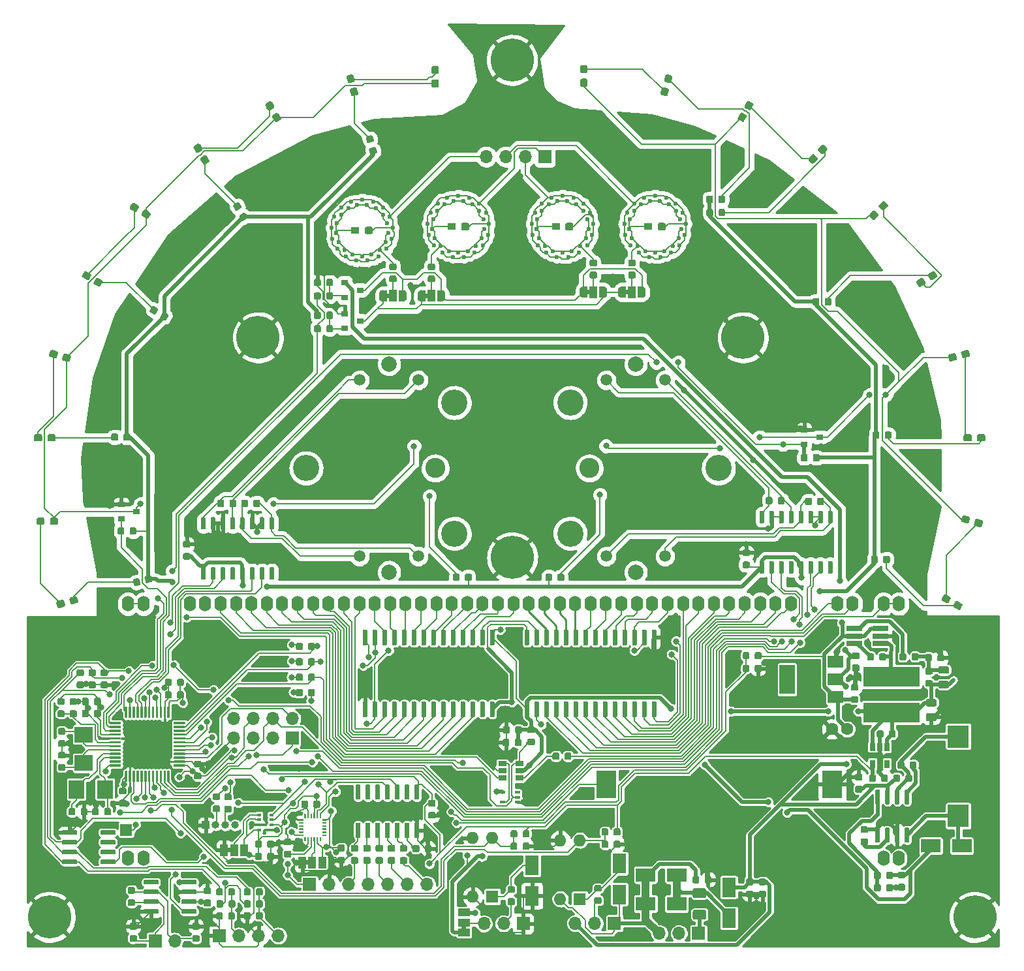
<source format=gbl>
G04 #@! TF.GenerationSoftware,KiCad,Pcbnew,(5.99.0-286-g11f0acefe)*
G04 #@! TF.CreationDate,2019-11-05T18:07:42-05:00*
G04 #@! TF.ProjectId,MotorcycleSpeedo,4d6f746f-7263-4796-936c-655370656564,rev?*
G04 #@! TF.SameCoordinates,Original*
G04 #@! TF.FileFunction,Copper,L2,Bot*
G04 #@! TF.FilePolarity,Positive*
%FSLAX46Y46*%
G04 Gerber Fmt 4.6, Leading zero omitted, Abs format (unit mm)*
G04 Created by KiCad (PCBNEW (5.99.0-286-g11f0acefe)) date 2019-11-05 18:07:42*
%MOMM*%
%LPD*%
G04 APERTURE LIST*
%ADD10R,1.500000X1.500000*%
%ADD11R,1.050000X0.950000*%
%ADD12C,0.600000*%
%ADD13O,1.700000X1.700000*%
%ADD14R,1.700000X1.700000*%
%ADD15R,2.000000X1.500000*%
%ADD16R,2.000000X3.800000*%
%ADD17C,5.600000*%
%ADD18O,1.000000X1.000000*%
%ADD19R,1.000000X1.000000*%
%ADD20R,0.650000X0.400000*%
%ADD21O,1.600000X2.000000*%
%ADD22R,1.060000X0.650000*%
%ADD23R,0.900000X0.800000*%
%ADD24R,2.790000X2.920000*%
%ADD25C,2.000000*%
%ADD26C,1.500000*%
%ADD27C,2.600000*%
%ADD28C,3.400000*%
%ADD29R,2.000000X2.400000*%
%ADD30R,2.400000X2.000000*%
%ADD31R,2.000000X0.650000*%
%ADD32O,1.600000X1.600000*%
%ADD33R,1.600000X1.600000*%
%ADD34R,0.500000X0.350000*%
%ADD35R,0.650000X1.060000*%
%ADD36R,7.300000X2.650000*%
%ADD37R,1.000000X1.500000*%
%ADD38R,1.500000X1.000000*%
%ADD39R,1.800000X2.500000*%
%ADD40R,2.500000X1.800000*%
%ADD41C,1.600000*%
%ADD42R,2.600000X3.600000*%
%ADD43C,0.800000*%
%ADD44C,3.000000*%
%ADD45C,0.160000*%
%ADD46C,0.200000*%
%ADD47C,0.500000*%
%ADD48C,0.250000*%
%ADD49C,1.000000*%
%ADD50C,0.254000*%
G04 APERTURE END LIST*
G36*
X223960000Y-90830000D02*
G01*
X223460000Y-90830000D01*
X223460000Y-90230000D01*
X223960000Y-90230000D01*
X223960000Y-90830000D01*
G37*
G36*
X197960000Y-91330000D02*
G01*
X197460000Y-91330000D01*
X197460000Y-90730000D01*
X197960000Y-90730000D01*
X197960000Y-91330000D01*
G37*
G36*
X228960000Y-90830000D02*
G01*
X228460000Y-90830000D01*
X228460000Y-90230000D01*
X228960000Y-90230000D01*
X228960000Y-90830000D01*
G37*
G36*
X202960000Y-91330000D02*
G01*
X202460000Y-91330000D01*
X202460000Y-90730000D01*
X202960000Y-90730000D01*
X202960000Y-91330000D01*
G37*
G36*
X207859999Y-173229998D02*
G01*
X207259999Y-173229998D01*
X207259999Y-172729998D01*
X207859999Y-172729998D01*
X207859999Y-173229998D01*
G37*
G36*
X187500000Y-164850000D02*
G01*
X187000000Y-164850000D01*
X187000000Y-164250000D01*
X187500000Y-164250000D01*
X187500000Y-164850000D01*
G37*
G36*
X177350000Y-163250000D02*
G01*
X176850000Y-163250000D01*
X176850000Y-162650000D01*
X177350000Y-162650000D01*
X177350000Y-163250000D01*
G37*
G04 #@! TA.AperFunction,SMDPad,CuDef*
G36*
X175799962Y-157146651D02*
G01*
X175870930Y-157194070D01*
X175918349Y-157265038D01*
X175935000Y-157348750D01*
X175935000Y-157786250D01*
X175918349Y-157869962D01*
X175870930Y-157940930D01*
X175799962Y-157988349D01*
X175716250Y-158005000D01*
X175203750Y-158005000D01*
X175120038Y-157988349D01*
X175049070Y-157940930D01*
X175001651Y-157869962D01*
X174985000Y-157786250D01*
X174985000Y-157348750D01*
X175001651Y-157265038D01*
X175049070Y-157194070D01*
X175120038Y-157146651D01*
X175203750Y-157130000D01*
X175716250Y-157130000D01*
X175799962Y-157146651D01*
G37*
G04 #@! TD.AperFunction*
G04 #@! TA.AperFunction,SMDPad,CuDef*
G36*
X175799962Y-155571651D02*
G01*
X175870930Y-155619070D01*
X175918349Y-155690038D01*
X175935000Y-155773750D01*
X175935000Y-156211250D01*
X175918349Y-156294962D01*
X175870930Y-156365930D01*
X175799962Y-156413349D01*
X175716250Y-156430000D01*
X175203750Y-156430000D01*
X175120038Y-156413349D01*
X175049070Y-156365930D01*
X175001651Y-156294962D01*
X174985000Y-156211250D01*
X174985000Y-155773750D01*
X175001651Y-155690038D01*
X175049070Y-155619070D01*
X175120038Y-155571651D01*
X175203750Y-155555000D01*
X175716250Y-155555000D01*
X175799962Y-155571651D01*
G37*
G04 #@! TD.AperFunction*
G04 #@! TA.AperFunction,SMDPad,CuDef*
G36*
X177299962Y-157196651D02*
G01*
X177370930Y-157244070D01*
X177418349Y-157315038D01*
X177435000Y-157398750D01*
X177435000Y-157836250D01*
X177418349Y-157919962D01*
X177370930Y-157990930D01*
X177299962Y-158038349D01*
X177216250Y-158055000D01*
X176703750Y-158055000D01*
X176620038Y-158038349D01*
X176549070Y-157990930D01*
X176501651Y-157919962D01*
X176485000Y-157836250D01*
X176485000Y-157398750D01*
X176501651Y-157315038D01*
X176549070Y-157244070D01*
X176620038Y-157196651D01*
X176703750Y-157180000D01*
X177216250Y-157180000D01*
X177299962Y-157196651D01*
G37*
G04 #@! TD.AperFunction*
G04 #@! TA.AperFunction,SMDPad,CuDef*
G36*
X177299962Y-155621651D02*
G01*
X177370930Y-155669070D01*
X177418349Y-155740038D01*
X177435000Y-155823750D01*
X177435000Y-156261250D01*
X177418349Y-156344962D01*
X177370930Y-156415930D01*
X177299962Y-156463349D01*
X177216250Y-156480000D01*
X176703750Y-156480000D01*
X176620038Y-156463349D01*
X176549070Y-156415930D01*
X176501651Y-156344962D01*
X176485000Y-156261250D01*
X176485000Y-155823750D01*
X176501651Y-155740038D01*
X176549070Y-155669070D01*
X176620038Y-155621651D01*
X176703750Y-155605000D01*
X177216250Y-155605000D01*
X177299962Y-155621651D01*
G37*
G04 #@! TD.AperFunction*
D10*
X163760000Y-160330000D03*
G04 #@! TA.AperFunction,SMDPad,CuDef*
G36*
X233613387Y-81573079D02*
G01*
X233690438Y-81624562D01*
X233741921Y-81701613D01*
X233760000Y-81792500D01*
X233760000Y-82267500D01*
X233741921Y-82358387D01*
X233690438Y-82435438D01*
X233613387Y-82486921D01*
X233522500Y-82505000D01*
X232947500Y-82505000D01*
X232856613Y-82486921D01*
X232779562Y-82435438D01*
X232728079Y-82358387D01*
X232710000Y-82267500D01*
X232710000Y-81792500D01*
X232728079Y-81701613D01*
X232779562Y-81624562D01*
X232856613Y-81573079D01*
X232947500Y-81555000D01*
X233522500Y-81555000D01*
X233613387Y-81573079D01*
G37*
G04 #@! TD.AperFunction*
D11*
X231485000Y-82030000D03*
D12*
X231625002Y-85961892D03*
X230254271Y-85430869D03*
X229167931Y-84440539D03*
X228512697Y-83124652D03*
X228377063Y-81660927D03*
X228779347Y-80247047D03*
X229665217Y-79073964D03*
X230915033Y-78300111D03*
X232360000Y-78030000D03*
X233804967Y-78300111D03*
X235054783Y-79073964D03*
X235940653Y-80247047D03*
X236342937Y-81660927D03*
X236207303Y-83124652D03*
X235552069Y-84440539D03*
X234465729Y-85430869D03*
X233094998Y-85961892D03*
X231131778Y-85200406D03*
X230069435Y-84542630D03*
X229316445Y-83545510D03*
X228974504Y-82343712D03*
X229089793Y-81099546D03*
X229646741Y-79981042D03*
X230570131Y-79139262D03*
X231735252Y-78687891D03*
X232984748Y-78687891D03*
X234149869Y-79139262D03*
X235073259Y-79981042D03*
X235630207Y-81099546D03*
X235745496Y-82343712D03*
X235403555Y-83545510D03*
X234650565Y-84542630D03*
X233588222Y-85200406D03*
X232360000Y-85430000D03*
G04 #@! TA.AperFunction,SMDPad,CuDef*
G36*
X221613387Y-81573079D02*
G01*
X221690438Y-81624562D01*
X221741921Y-81701613D01*
X221760000Y-81792500D01*
X221760000Y-82267500D01*
X221741921Y-82358387D01*
X221690438Y-82435438D01*
X221613387Y-82486921D01*
X221522500Y-82505000D01*
X220947500Y-82505000D01*
X220856613Y-82486921D01*
X220779562Y-82435438D01*
X220728079Y-82358387D01*
X220710000Y-82267500D01*
X220710000Y-81792500D01*
X220728079Y-81701613D01*
X220779562Y-81624562D01*
X220856613Y-81573079D01*
X220947500Y-81555000D01*
X221522500Y-81555000D01*
X221613387Y-81573079D01*
G37*
G04 #@! TD.AperFunction*
D11*
X219485000Y-82030000D03*
D12*
X219625002Y-85961892D03*
X218254271Y-85430869D03*
X217167931Y-84440539D03*
X216512697Y-83124652D03*
X216377063Y-81660927D03*
X216779347Y-80247047D03*
X217665217Y-79073964D03*
X218915033Y-78300111D03*
X220360000Y-78030000D03*
X221804967Y-78300111D03*
X223054783Y-79073964D03*
X223940653Y-80247047D03*
X224342937Y-81660927D03*
X224207303Y-83124652D03*
X223552069Y-84440539D03*
X222465729Y-85430869D03*
X221094998Y-85961892D03*
X219131778Y-85200406D03*
X218069435Y-84542630D03*
X217316445Y-83545510D03*
X216974504Y-82343712D03*
X217089793Y-81099546D03*
X217646741Y-79981042D03*
X218570131Y-79139262D03*
X219735252Y-78687891D03*
X220984748Y-78687891D03*
X222149869Y-79139262D03*
X223073259Y-79981042D03*
X223630207Y-81099546D03*
X223745496Y-82343712D03*
X223403555Y-83545510D03*
X222650565Y-84542630D03*
X221588222Y-85200406D03*
X220360000Y-85430000D03*
G04 #@! TA.AperFunction,SMDPad,CuDef*
G36*
X208113387Y-81573079D02*
G01*
X208190438Y-81624562D01*
X208241921Y-81701613D01*
X208260000Y-81792500D01*
X208260000Y-82267500D01*
X208241921Y-82358387D01*
X208190438Y-82435438D01*
X208113387Y-82486921D01*
X208022500Y-82505000D01*
X207447500Y-82505000D01*
X207356613Y-82486921D01*
X207279562Y-82435438D01*
X207228079Y-82358387D01*
X207210000Y-82267500D01*
X207210000Y-81792500D01*
X207228079Y-81701613D01*
X207279562Y-81624562D01*
X207356613Y-81573079D01*
X207447500Y-81555000D01*
X208022500Y-81555000D01*
X208113387Y-81573079D01*
G37*
G04 #@! TD.AperFunction*
D11*
X205985000Y-82030000D03*
D12*
X206125002Y-85961892D03*
X204754271Y-85430869D03*
X203667931Y-84440539D03*
X203012697Y-83124652D03*
X202877063Y-81660927D03*
X203279347Y-80247047D03*
X204165217Y-79073964D03*
X205415033Y-78300111D03*
X206860000Y-78030000D03*
X208304967Y-78300111D03*
X209554783Y-79073964D03*
X210440653Y-80247047D03*
X210842937Y-81660927D03*
X210707303Y-83124652D03*
X210052069Y-84440539D03*
X208965729Y-85430869D03*
X207594998Y-85961892D03*
X205631778Y-85200406D03*
X204569435Y-84542630D03*
X203816445Y-83545510D03*
X203474504Y-82343712D03*
X203589793Y-81099546D03*
X204146741Y-79981042D03*
X205070131Y-79139262D03*
X206235252Y-78687891D03*
X207484748Y-78687891D03*
X208649869Y-79139262D03*
X209573259Y-79981042D03*
X210130207Y-81099546D03*
X210245496Y-82343712D03*
X209903555Y-83545510D03*
X209150565Y-84542630D03*
X208088222Y-85200406D03*
X206860000Y-85430000D03*
G04 #@! TA.AperFunction,SMDPad,CuDef*
G36*
X195613387Y-82073079D02*
G01*
X195690438Y-82124562D01*
X195741921Y-82201613D01*
X195760000Y-82292500D01*
X195760000Y-82767500D01*
X195741921Y-82858387D01*
X195690438Y-82935438D01*
X195613387Y-82986921D01*
X195522500Y-83005000D01*
X194947500Y-83005000D01*
X194856613Y-82986921D01*
X194779562Y-82935438D01*
X194728079Y-82858387D01*
X194710000Y-82767500D01*
X194710000Y-82292500D01*
X194728079Y-82201613D01*
X194779562Y-82124562D01*
X194856613Y-82073079D01*
X194947500Y-82055000D01*
X195522500Y-82055000D01*
X195613387Y-82073079D01*
G37*
G04 #@! TD.AperFunction*
D11*
X193485000Y-82530000D03*
D12*
X193625002Y-86461892D03*
X192254271Y-85930869D03*
X191167931Y-84940539D03*
X190512697Y-83624652D03*
X190377063Y-82160927D03*
X190779347Y-80747047D03*
X191665217Y-79573964D03*
X192915033Y-78800111D03*
X194360000Y-78530000D03*
X195804967Y-78800111D03*
X197054783Y-79573964D03*
X197940653Y-80747047D03*
X198342937Y-82160927D03*
X198207303Y-83624652D03*
X197552069Y-84940539D03*
X196465729Y-85930869D03*
X195094998Y-86461892D03*
X193131778Y-85700406D03*
X192069435Y-85042630D03*
X191316445Y-84045510D03*
X190974504Y-82843712D03*
X191089793Y-81599546D03*
X191646741Y-80481042D03*
X192570131Y-79639262D03*
X193735252Y-79187891D03*
X194984748Y-79187891D03*
X196149869Y-79639262D03*
X197073259Y-80481042D03*
X197630207Y-81599546D03*
X197745496Y-82843712D03*
X197403555Y-84045510D03*
X196650565Y-85042630D03*
X195588222Y-85700406D03*
X194360000Y-85930000D03*
D13*
X202780000Y-167400000D03*
X200240000Y-167400000D03*
X197700000Y-167400000D03*
X195160000Y-167400000D03*
X192620000Y-167400000D03*
X190080000Y-167400000D03*
D14*
X187540000Y-167400000D03*
D15*
X255800000Y-138500000D03*
X255800000Y-143100000D03*
X255800000Y-140800000D03*
D16*
X249500000Y-140800000D03*
D13*
X170040000Y-174725000D03*
D14*
X167500000Y-174725000D03*
D17*
X153860000Y-171630000D03*
X180860000Y-96430000D03*
X273860000Y-171630000D03*
X213820000Y-60430000D03*
X213850000Y-124983640D03*
X243760000Y-96430000D03*
G04 #@! TA.AperFunction,SMDPad,CuDef*
G36*
X158139962Y-141066651D02*
G01*
X158210930Y-141114070D01*
X158258349Y-141185038D01*
X158275000Y-141268750D01*
X158275000Y-141706250D01*
X158258349Y-141789962D01*
X158210930Y-141860930D01*
X158139962Y-141908349D01*
X158056250Y-141925000D01*
X157543750Y-141925000D01*
X157460038Y-141908349D01*
X157389070Y-141860930D01*
X157341651Y-141789962D01*
X157325000Y-141706250D01*
X157325000Y-141268750D01*
X157341651Y-141185038D01*
X157389070Y-141114070D01*
X157460038Y-141066651D01*
X157543750Y-141050000D01*
X158056250Y-141050000D01*
X158139962Y-141066651D01*
G37*
G04 #@! TD.AperFunction*
G04 #@! TA.AperFunction,SMDPad,CuDef*
G36*
X158139962Y-139491651D02*
G01*
X158210930Y-139539070D01*
X158258349Y-139610038D01*
X158275000Y-139693750D01*
X158275000Y-140131250D01*
X158258349Y-140214962D01*
X158210930Y-140285930D01*
X158139962Y-140333349D01*
X158056250Y-140350000D01*
X157543750Y-140350000D01*
X157460038Y-140333349D01*
X157389070Y-140285930D01*
X157341651Y-140214962D01*
X157325000Y-140131250D01*
X157325000Y-139693750D01*
X157341651Y-139610038D01*
X157389070Y-139539070D01*
X157460038Y-139491651D01*
X157543750Y-139475000D01*
X158056250Y-139475000D01*
X158139962Y-139491651D01*
G37*
G04 #@! TD.AperFunction*
D13*
X183470000Y-174050000D03*
X180930000Y-174050000D03*
X178390000Y-174050000D03*
D14*
X175850000Y-174050000D03*
G04 #@! TA.AperFunction,SMDPad,CuDef*
G36*
X195329962Y-163844151D02*
G01*
X195400930Y-163891570D01*
X195448349Y-163962538D01*
X195465000Y-164046250D01*
X195465000Y-164483750D01*
X195448349Y-164567462D01*
X195400930Y-164638430D01*
X195329962Y-164685849D01*
X195246250Y-164702500D01*
X194733750Y-164702500D01*
X194650038Y-164685849D01*
X194579070Y-164638430D01*
X194531651Y-164567462D01*
X194515000Y-164483750D01*
X194515000Y-164046250D01*
X194531651Y-163962538D01*
X194579070Y-163891570D01*
X194650038Y-163844151D01*
X194733750Y-163827500D01*
X195246250Y-163827500D01*
X195329962Y-163844151D01*
G37*
G04 #@! TD.AperFunction*
G04 #@! TA.AperFunction,SMDPad,CuDef*
G36*
X195329962Y-162269151D02*
G01*
X195400930Y-162316570D01*
X195448349Y-162387538D01*
X195465000Y-162471250D01*
X195465000Y-162908750D01*
X195448349Y-162992462D01*
X195400930Y-163063430D01*
X195329962Y-163110849D01*
X195246250Y-163127500D01*
X194733750Y-163127500D01*
X194650038Y-163110849D01*
X194579070Y-163063430D01*
X194531651Y-162992462D01*
X194515000Y-162908750D01*
X194515000Y-162471250D01*
X194531651Y-162387538D01*
X194579070Y-162316570D01*
X194650038Y-162269151D01*
X194733750Y-162252500D01*
X195246250Y-162252500D01*
X195329962Y-162269151D01*
G37*
G04 #@! TD.AperFunction*
G04 #@! TA.AperFunction,SMDPad,CuDef*
G36*
X193729962Y-163844151D02*
G01*
X193800930Y-163891570D01*
X193848349Y-163962538D01*
X193865000Y-164046250D01*
X193865000Y-164483750D01*
X193848349Y-164567462D01*
X193800930Y-164638430D01*
X193729962Y-164685849D01*
X193646250Y-164702500D01*
X193133750Y-164702500D01*
X193050038Y-164685849D01*
X192979070Y-164638430D01*
X192931651Y-164567462D01*
X192915000Y-164483750D01*
X192915000Y-164046250D01*
X192931651Y-163962538D01*
X192979070Y-163891570D01*
X193050038Y-163844151D01*
X193133750Y-163827500D01*
X193646250Y-163827500D01*
X193729962Y-163844151D01*
G37*
G04 #@! TD.AperFunction*
G04 #@! TA.AperFunction,SMDPad,CuDef*
G36*
X193729962Y-162269151D02*
G01*
X193800930Y-162316570D01*
X193848349Y-162387538D01*
X193865000Y-162471250D01*
X193865000Y-162908750D01*
X193848349Y-162992462D01*
X193800930Y-163063430D01*
X193729962Y-163110849D01*
X193646250Y-163127500D01*
X193133750Y-163127500D01*
X193050038Y-163110849D01*
X192979070Y-163063430D01*
X192931651Y-162992462D01*
X192915000Y-162908750D01*
X192915000Y-162471250D01*
X192931651Y-162387538D01*
X192979070Y-162316570D01*
X193050038Y-162269151D01*
X193133750Y-162252500D01*
X193646250Y-162252500D01*
X193729962Y-162269151D01*
G37*
G04 #@! TD.AperFunction*
D18*
X177910000Y-159700000D03*
X176640000Y-159700000D03*
X175370000Y-159700000D03*
D19*
X174100000Y-159700000D03*
D20*
X212600000Y-155433000D03*
X212600000Y-156733000D03*
X214500000Y-156083000D03*
X214500000Y-156733000D03*
X214500000Y-155433000D03*
G04 #@! TA.AperFunction,SMDPad,CuDef*
G36*
X213382962Y-146861651D02*
G01*
X213453930Y-146909070D01*
X213501349Y-146980038D01*
X213518000Y-147063750D01*
X213518000Y-147576250D01*
X213501349Y-147659962D01*
X213453930Y-147730930D01*
X213382962Y-147778349D01*
X213299250Y-147795000D01*
X212861750Y-147795000D01*
X212778038Y-147778349D01*
X212707070Y-147730930D01*
X212659651Y-147659962D01*
X212643000Y-147576250D01*
X212643000Y-147063750D01*
X212659651Y-146980038D01*
X212707070Y-146909070D01*
X212778038Y-146861651D01*
X212861750Y-146845000D01*
X213299250Y-146845000D01*
X213382962Y-146861651D01*
G37*
G04 #@! TD.AperFunction*
G04 #@! TA.AperFunction,SMDPad,CuDef*
G36*
X214957962Y-146861651D02*
G01*
X215028930Y-146909070D01*
X215076349Y-146980038D01*
X215093000Y-147063750D01*
X215093000Y-147576250D01*
X215076349Y-147659962D01*
X215028930Y-147730930D01*
X214957962Y-147778349D01*
X214874250Y-147795000D01*
X214436750Y-147795000D01*
X214353038Y-147778349D01*
X214282070Y-147730930D01*
X214234651Y-147659962D01*
X214218000Y-147576250D01*
X214218000Y-147063750D01*
X214234651Y-146980038D01*
X214282070Y-146909070D01*
X214353038Y-146861651D01*
X214436750Y-146845000D01*
X214874250Y-146845000D01*
X214957962Y-146861651D01*
G37*
G04 #@! TD.AperFunction*
G04 #@! TA.AperFunction,SMDPad,CuDef*
G36*
X213319462Y-148512651D02*
G01*
X213390430Y-148560070D01*
X213437849Y-148631038D01*
X213454500Y-148714750D01*
X213454500Y-149227250D01*
X213437849Y-149310962D01*
X213390430Y-149381930D01*
X213319462Y-149429349D01*
X213235750Y-149446000D01*
X212798250Y-149446000D01*
X212714538Y-149429349D01*
X212643570Y-149381930D01*
X212596151Y-149310962D01*
X212579500Y-149227250D01*
X212579500Y-148714750D01*
X212596151Y-148631038D01*
X212643570Y-148560070D01*
X212714538Y-148512651D01*
X212798250Y-148496000D01*
X213235750Y-148496000D01*
X213319462Y-148512651D01*
G37*
G04 #@! TD.AperFunction*
G04 #@! TA.AperFunction,SMDPad,CuDef*
G36*
X214894462Y-148512651D02*
G01*
X214965430Y-148560070D01*
X215012849Y-148631038D01*
X215029500Y-148714750D01*
X215029500Y-149227250D01*
X215012849Y-149310962D01*
X214965430Y-149381930D01*
X214894462Y-149429349D01*
X214810750Y-149446000D01*
X214373250Y-149446000D01*
X214289538Y-149429349D01*
X214218570Y-149381930D01*
X214171151Y-149310962D01*
X214154500Y-149227250D01*
X214154500Y-148714750D01*
X214171151Y-148631038D01*
X214218570Y-148560070D01*
X214289538Y-148512651D01*
X214373250Y-148496000D01*
X214810750Y-148496000D01*
X214894462Y-148512651D01*
G37*
G04 #@! TD.AperFunction*
G04 #@! TA.AperFunction,SMDPad,CuDef*
G36*
X211462403Y-134336418D02*
G01*
X211511066Y-134368934D01*
X211543582Y-134417597D01*
X211555000Y-134475000D01*
X211555000Y-136225000D01*
X211543582Y-136282403D01*
X211511066Y-136331066D01*
X211462403Y-136363582D01*
X211405000Y-136375000D01*
X211105000Y-136375000D01*
X211047597Y-136363582D01*
X210998934Y-136331066D01*
X210966418Y-136282403D01*
X210955000Y-136225000D01*
X210955000Y-134475000D01*
X210966418Y-134417597D01*
X210998934Y-134368934D01*
X211047597Y-134336418D01*
X211105000Y-134325000D01*
X211405000Y-134325000D01*
X211462403Y-134336418D01*
G37*
G04 #@! TD.AperFunction*
G04 #@! TA.AperFunction,SMDPad,CuDef*
G36*
X210192403Y-134336418D02*
G01*
X210241066Y-134368934D01*
X210273582Y-134417597D01*
X210285000Y-134475000D01*
X210285000Y-136225000D01*
X210273582Y-136282403D01*
X210241066Y-136331066D01*
X210192403Y-136363582D01*
X210135000Y-136375000D01*
X209835000Y-136375000D01*
X209777597Y-136363582D01*
X209728934Y-136331066D01*
X209696418Y-136282403D01*
X209685000Y-136225000D01*
X209685000Y-134475000D01*
X209696418Y-134417597D01*
X209728934Y-134368934D01*
X209777597Y-134336418D01*
X209835000Y-134325000D01*
X210135000Y-134325000D01*
X210192403Y-134336418D01*
G37*
G04 #@! TD.AperFunction*
G04 #@! TA.AperFunction,SMDPad,CuDef*
G36*
X208922403Y-134336418D02*
G01*
X208971066Y-134368934D01*
X209003582Y-134417597D01*
X209015000Y-134475000D01*
X209015000Y-136225000D01*
X209003582Y-136282403D01*
X208971066Y-136331066D01*
X208922403Y-136363582D01*
X208865000Y-136375000D01*
X208565000Y-136375000D01*
X208507597Y-136363582D01*
X208458934Y-136331066D01*
X208426418Y-136282403D01*
X208415000Y-136225000D01*
X208415000Y-134475000D01*
X208426418Y-134417597D01*
X208458934Y-134368934D01*
X208507597Y-134336418D01*
X208565000Y-134325000D01*
X208865000Y-134325000D01*
X208922403Y-134336418D01*
G37*
G04 #@! TD.AperFunction*
G04 #@! TA.AperFunction,SMDPad,CuDef*
G36*
X207652403Y-134336418D02*
G01*
X207701066Y-134368934D01*
X207733582Y-134417597D01*
X207745000Y-134475000D01*
X207745000Y-136225000D01*
X207733582Y-136282403D01*
X207701066Y-136331066D01*
X207652403Y-136363582D01*
X207595000Y-136375000D01*
X207295000Y-136375000D01*
X207237597Y-136363582D01*
X207188934Y-136331066D01*
X207156418Y-136282403D01*
X207145000Y-136225000D01*
X207145000Y-134475000D01*
X207156418Y-134417597D01*
X207188934Y-134368934D01*
X207237597Y-134336418D01*
X207295000Y-134325000D01*
X207595000Y-134325000D01*
X207652403Y-134336418D01*
G37*
G04 #@! TD.AperFunction*
G04 #@! TA.AperFunction,SMDPad,CuDef*
G36*
X206382403Y-134336418D02*
G01*
X206431066Y-134368934D01*
X206463582Y-134417597D01*
X206475000Y-134475000D01*
X206475000Y-136225000D01*
X206463582Y-136282403D01*
X206431066Y-136331066D01*
X206382403Y-136363582D01*
X206325000Y-136375000D01*
X206025000Y-136375000D01*
X205967597Y-136363582D01*
X205918934Y-136331066D01*
X205886418Y-136282403D01*
X205875000Y-136225000D01*
X205875000Y-134475000D01*
X205886418Y-134417597D01*
X205918934Y-134368934D01*
X205967597Y-134336418D01*
X206025000Y-134325000D01*
X206325000Y-134325000D01*
X206382403Y-134336418D01*
G37*
G04 #@! TD.AperFunction*
G04 #@! TA.AperFunction,SMDPad,CuDef*
G36*
X205112403Y-134336418D02*
G01*
X205161066Y-134368934D01*
X205193582Y-134417597D01*
X205205000Y-134475000D01*
X205205000Y-136225000D01*
X205193582Y-136282403D01*
X205161066Y-136331066D01*
X205112403Y-136363582D01*
X205055000Y-136375000D01*
X204755000Y-136375000D01*
X204697597Y-136363582D01*
X204648934Y-136331066D01*
X204616418Y-136282403D01*
X204605000Y-136225000D01*
X204605000Y-134475000D01*
X204616418Y-134417597D01*
X204648934Y-134368934D01*
X204697597Y-134336418D01*
X204755000Y-134325000D01*
X205055000Y-134325000D01*
X205112403Y-134336418D01*
G37*
G04 #@! TD.AperFunction*
G04 #@! TA.AperFunction,SMDPad,CuDef*
G36*
X203842403Y-134336418D02*
G01*
X203891066Y-134368934D01*
X203923582Y-134417597D01*
X203935000Y-134475000D01*
X203935000Y-136225000D01*
X203923582Y-136282403D01*
X203891066Y-136331066D01*
X203842403Y-136363582D01*
X203785000Y-136375000D01*
X203485000Y-136375000D01*
X203427597Y-136363582D01*
X203378934Y-136331066D01*
X203346418Y-136282403D01*
X203335000Y-136225000D01*
X203335000Y-134475000D01*
X203346418Y-134417597D01*
X203378934Y-134368934D01*
X203427597Y-134336418D01*
X203485000Y-134325000D01*
X203785000Y-134325000D01*
X203842403Y-134336418D01*
G37*
G04 #@! TD.AperFunction*
G04 #@! TA.AperFunction,SMDPad,CuDef*
G36*
X202572403Y-134336418D02*
G01*
X202621066Y-134368934D01*
X202653582Y-134417597D01*
X202665000Y-134475000D01*
X202665000Y-136225000D01*
X202653582Y-136282403D01*
X202621066Y-136331066D01*
X202572403Y-136363582D01*
X202515000Y-136375000D01*
X202215000Y-136375000D01*
X202157597Y-136363582D01*
X202108934Y-136331066D01*
X202076418Y-136282403D01*
X202065000Y-136225000D01*
X202065000Y-134475000D01*
X202076418Y-134417597D01*
X202108934Y-134368934D01*
X202157597Y-134336418D01*
X202215000Y-134325000D01*
X202515000Y-134325000D01*
X202572403Y-134336418D01*
G37*
G04 #@! TD.AperFunction*
G04 #@! TA.AperFunction,SMDPad,CuDef*
G36*
X201302403Y-134336418D02*
G01*
X201351066Y-134368934D01*
X201383582Y-134417597D01*
X201395000Y-134475000D01*
X201395000Y-136225000D01*
X201383582Y-136282403D01*
X201351066Y-136331066D01*
X201302403Y-136363582D01*
X201245000Y-136375000D01*
X200945000Y-136375000D01*
X200887597Y-136363582D01*
X200838934Y-136331066D01*
X200806418Y-136282403D01*
X200795000Y-136225000D01*
X200795000Y-134475000D01*
X200806418Y-134417597D01*
X200838934Y-134368934D01*
X200887597Y-134336418D01*
X200945000Y-134325000D01*
X201245000Y-134325000D01*
X201302403Y-134336418D01*
G37*
G04 #@! TD.AperFunction*
G04 #@! TA.AperFunction,SMDPad,CuDef*
G36*
X200032403Y-134336418D02*
G01*
X200081066Y-134368934D01*
X200113582Y-134417597D01*
X200125000Y-134475000D01*
X200125000Y-136225000D01*
X200113582Y-136282403D01*
X200081066Y-136331066D01*
X200032403Y-136363582D01*
X199975000Y-136375000D01*
X199675000Y-136375000D01*
X199617597Y-136363582D01*
X199568934Y-136331066D01*
X199536418Y-136282403D01*
X199525000Y-136225000D01*
X199525000Y-134475000D01*
X199536418Y-134417597D01*
X199568934Y-134368934D01*
X199617597Y-134336418D01*
X199675000Y-134325000D01*
X199975000Y-134325000D01*
X200032403Y-134336418D01*
G37*
G04 #@! TD.AperFunction*
G04 #@! TA.AperFunction,SMDPad,CuDef*
G36*
X198762403Y-134336418D02*
G01*
X198811066Y-134368934D01*
X198843582Y-134417597D01*
X198855000Y-134475000D01*
X198855000Y-136225000D01*
X198843582Y-136282403D01*
X198811066Y-136331066D01*
X198762403Y-136363582D01*
X198705000Y-136375000D01*
X198405000Y-136375000D01*
X198347597Y-136363582D01*
X198298934Y-136331066D01*
X198266418Y-136282403D01*
X198255000Y-136225000D01*
X198255000Y-134475000D01*
X198266418Y-134417597D01*
X198298934Y-134368934D01*
X198347597Y-134336418D01*
X198405000Y-134325000D01*
X198705000Y-134325000D01*
X198762403Y-134336418D01*
G37*
G04 #@! TD.AperFunction*
G04 #@! TA.AperFunction,SMDPad,CuDef*
G36*
X197492403Y-134336418D02*
G01*
X197541066Y-134368934D01*
X197573582Y-134417597D01*
X197585000Y-134475000D01*
X197585000Y-136225000D01*
X197573582Y-136282403D01*
X197541066Y-136331066D01*
X197492403Y-136363582D01*
X197435000Y-136375000D01*
X197135000Y-136375000D01*
X197077597Y-136363582D01*
X197028934Y-136331066D01*
X196996418Y-136282403D01*
X196985000Y-136225000D01*
X196985000Y-134475000D01*
X196996418Y-134417597D01*
X197028934Y-134368934D01*
X197077597Y-134336418D01*
X197135000Y-134325000D01*
X197435000Y-134325000D01*
X197492403Y-134336418D01*
G37*
G04 #@! TD.AperFunction*
G04 #@! TA.AperFunction,SMDPad,CuDef*
G36*
X196222403Y-134336418D02*
G01*
X196271066Y-134368934D01*
X196303582Y-134417597D01*
X196315000Y-134475000D01*
X196315000Y-136225000D01*
X196303582Y-136282403D01*
X196271066Y-136331066D01*
X196222403Y-136363582D01*
X196165000Y-136375000D01*
X195865000Y-136375000D01*
X195807597Y-136363582D01*
X195758934Y-136331066D01*
X195726418Y-136282403D01*
X195715000Y-136225000D01*
X195715000Y-134475000D01*
X195726418Y-134417597D01*
X195758934Y-134368934D01*
X195807597Y-134336418D01*
X195865000Y-134325000D01*
X196165000Y-134325000D01*
X196222403Y-134336418D01*
G37*
G04 #@! TD.AperFunction*
G04 #@! TA.AperFunction,SMDPad,CuDef*
G36*
X194952403Y-134336418D02*
G01*
X195001066Y-134368934D01*
X195033582Y-134417597D01*
X195045000Y-134475000D01*
X195045000Y-136225000D01*
X195033582Y-136282403D01*
X195001066Y-136331066D01*
X194952403Y-136363582D01*
X194895000Y-136375000D01*
X194595000Y-136375000D01*
X194537597Y-136363582D01*
X194488934Y-136331066D01*
X194456418Y-136282403D01*
X194445000Y-136225000D01*
X194445000Y-134475000D01*
X194456418Y-134417597D01*
X194488934Y-134368934D01*
X194537597Y-134336418D01*
X194595000Y-134325000D01*
X194895000Y-134325000D01*
X194952403Y-134336418D01*
G37*
G04 #@! TD.AperFunction*
G04 #@! TA.AperFunction,SMDPad,CuDef*
G36*
X194952403Y-143636418D02*
G01*
X195001066Y-143668934D01*
X195033582Y-143717597D01*
X195045000Y-143775000D01*
X195045000Y-145525000D01*
X195033582Y-145582403D01*
X195001066Y-145631066D01*
X194952403Y-145663582D01*
X194895000Y-145675000D01*
X194595000Y-145675000D01*
X194537597Y-145663582D01*
X194488934Y-145631066D01*
X194456418Y-145582403D01*
X194445000Y-145525000D01*
X194445000Y-143775000D01*
X194456418Y-143717597D01*
X194488934Y-143668934D01*
X194537597Y-143636418D01*
X194595000Y-143625000D01*
X194895000Y-143625000D01*
X194952403Y-143636418D01*
G37*
G04 #@! TD.AperFunction*
G04 #@! TA.AperFunction,SMDPad,CuDef*
G36*
X196222403Y-143636418D02*
G01*
X196271066Y-143668934D01*
X196303582Y-143717597D01*
X196315000Y-143775000D01*
X196315000Y-145525000D01*
X196303582Y-145582403D01*
X196271066Y-145631066D01*
X196222403Y-145663582D01*
X196165000Y-145675000D01*
X195865000Y-145675000D01*
X195807597Y-145663582D01*
X195758934Y-145631066D01*
X195726418Y-145582403D01*
X195715000Y-145525000D01*
X195715000Y-143775000D01*
X195726418Y-143717597D01*
X195758934Y-143668934D01*
X195807597Y-143636418D01*
X195865000Y-143625000D01*
X196165000Y-143625000D01*
X196222403Y-143636418D01*
G37*
G04 #@! TD.AperFunction*
G04 #@! TA.AperFunction,SMDPad,CuDef*
G36*
X197492403Y-143636418D02*
G01*
X197541066Y-143668934D01*
X197573582Y-143717597D01*
X197585000Y-143775000D01*
X197585000Y-145525000D01*
X197573582Y-145582403D01*
X197541066Y-145631066D01*
X197492403Y-145663582D01*
X197435000Y-145675000D01*
X197135000Y-145675000D01*
X197077597Y-145663582D01*
X197028934Y-145631066D01*
X196996418Y-145582403D01*
X196985000Y-145525000D01*
X196985000Y-143775000D01*
X196996418Y-143717597D01*
X197028934Y-143668934D01*
X197077597Y-143636418D01*
X197135000Y-143625000D01*
X197435000Y-143625000D01*
X197492403Y-143636418D01*
G37*
G04 #@! TD.AperFunction*
G04 #@! TA.AperFunction,SMDPad,CuDef*
G36*
X198762403Y-143636418D02*
G01*
X198811066Y-143668934D01*
X198843582Y-143717597D01*
X198855000Y-143775000D01*
X198855000Y-145525000D01*
X198843582Y-145582403D01*
X198811066Y-145631066D01*
X198762403Y-145663582D01*
X198705000Y-145675000D01*
X198405000Y-145675000D01*
X198347597Y-145663582D01*
X198298934Y-145631066D01*
X198266418Y-145582403D01*
X198255000Y-145525000D01*
X198255000Y-143775000D01*
X198266418Y-143717597D01*
X198298934Y-143668934D01*
X198347597Y-143636418D01*
X198405000Y-143625000D01*
X198705000Y-143625000D01*
X198762403Y-143636418D01*
G37*
G04 #@! TD.AperFunction*
G04 #@! TA.AperFunction,SMDPad,CuDef*
G36*
X200032403Y-143636418D02*
G01*
X200081066Y-143668934D01*
X200113582Y-143717597D01*
X200125000Y-143775000D01*
X200125000Y-145525000D01*
X200113582Y-145582403D01*
X200081066Y-145631066D01*
X200032403Y-145663582D01*
X199975000Y-145675000D01*
X199675000Y-145675000D01*
X199617597Y-145663582D01*
X199568934Y-145631066D01*
X199536418Y-145582403D01*
X199525000Y-145525000D01*
X199525000Y-143775000D01*
X199536418Y-143717597D01*
X199568934Y-143668934D01*
X199617597Y-143636418D01*
X199675000Y-143625000D01*
X199975000Y-143625000D01*
X200032403Y-143636418D01*
G37*
G04 #@! TD.AperFunction*
G04 #@! TA.AperFunction,SMDPad,CuDef*
G36*
X201302403Y-143636418D02*
G01*
X201351066Y-143668934D01*
X201383582Y-143717597D01*
X201395000Y-143775000D01*
X201395000Y-145525000D01*
X201383582Y-145582403D01*
X201351066Y-145631066D01*
X201302403Y-145663582D01*
X201245000Y-145675000D01*
X200945000Y-145675000D01*
X200887597Y-145663582D01*
X200838934Y-145631066D01*
X200806418Y-145582403D01*
X200795000Y-145525000D01*
X200795000Y-143775000D01*
X200806418Y-143717597D01*
X200838934Y-143668934D01*
X200887597Y-143636418D01*
X200945000Y-143625000D01*
X201245000Y-143625000D01*
X201302403Y-143636418D01*
G37*
G04 #@! TD.AperFunction*
G04 #@! TA.AperFunction,SMDPad,CuDef*
G36*
X202572403Y-143636418D02*
G01*
X202621066Y-143668934D01*
X202653582Y-143717597D01*
X202665000Y-143775000D01*
X202665000Y-145525000D01*
X202653582Y-145582403D01*
X202621066Y-145631066D01*
X202572403Y-145663582D01*
X202515000Y-145675000D01*
X202215000Y-145675000D01*
X202157597Y-145663582D01*
X202108934Y-145631066D01*
X202076418Y-145582403D01*
X202065000Y-145525000D01*
X202065000Y-143775000D01*
X202076418Y-143717597D01*
X202108934Y-143668934D01*
X202157597Y-143636418D01*
X202215000Y-143625000D01*
X202515000Y-143625000D01*
X202572403Y-143636418D01*
G37*
G04 #@! TD.AperFunction*
G04 #@! TA.AperFunction,SMDPad,CuDef*
G36*
X203842403Y-143636418D02*
G01*
X203891066Y-143668934D01*
X203923582Y-143717597D01*
X203935000Y-143775000D01*
X203935000Y-145525000D01*
X203923582Y-145582403D01*
X203891066Y-145631066D01*
X203842403Y-145663582D01*
X203785000Y-145675000D01*
X203485000Y-145675000D01*
X203427597Y-145663582D01*
X203378934Y-145631066D01*
X203346418Y-145582403D01*
X203335000Y-145525000D01*
X203335000Y-143775000D01*
X203346418Y-143717597D01*
X203378934Y-143668934D01*
X203427597Y-143636418D01*
X203485000Y-143625000D01*
X203785000Y-143625000D01*
X203842403Y-143636418D01*
G37*
G04 #@! TD.AperFunction*
G04 #@! TA.AperFunction,SMDPad,CuDef*
G36*
X205112403Y-143636418D02*
G01*
X205161066Y-143668934D01*
X205193582Y-143717597D01*
X205205000Y-143775000D01*
X205205000Y-145525000D01*
X205193582Y-145582403D01*
X205161066Y-145631066D01*
X205112403Y-145663582D01*
X205055000Y-145675000D01*
X204755000Y-145675000D01*
X204697597Y-145663582D01*
X204648934Y-145631066D01*
X204616418Y-145582403D01*
X204605000Y-145525000D01*
X204605000Y-143775000D01*
X204616418Y-143717597D01*
X204648934Y-143668934D01*
X204697597Y-143636418D01*
X204755000Y-143625000D01*
X205055000Y-143625000D01*
X205112403Y-143636418D01*
G37*
G04 #@! TD.AperFunction*
G04 #@! TA.AperFunction,SMDPad,CuDef*
G36*
X206382403Y-143636418D02*
G01*
X206431066Y-143668934D01*
X206463582Y-143717597D01*
X206475000Y-143775000D01*
X206475000Y-145525000D01*
X206463582Y-145582403D01*
X206431066Y-145631066D01*
X206382403Y-145663582D01*
X206325000Y-145675000D01*
X206025000Y-145675000D01*
X205967597Y-145663582D01*
X205918934Y-145631066D01*
X205886418Y-145582403D01*
X205875000Y-145525000D01*
X205875000Y-143775000D01*
X205886418Y-143717597D01*
X205918934Y-143668934D01*
X205967597Y-143636418D01*
X206025000Y-143625000D01*
X206325000Y-143625000D01*
X206382403Y-143636418D01*
G37*
G04 #@! TD.AperFunction*
G04 #@! TA.AperFunction,SMDPad,CuDef*
G36*
X207652403Y-143636418D02*
G01*
X207701066Y-143668934D01*
X207733582Y-143717597D01*
X207745000Y-143775000D01*
X207745000Y-145525000D01*
X207733582Y-145582403D01*
X207701066Y-145631066D01*
X207652403Y-145663582D01*
X207595000Y-145675000D01*
X207295000Y-145675000D01*
X207237597Y-145663582D01*
X207188934Y-145631066D01*
X207156418Y-145582403D01*
X207145000Y-145525000D01*
X207145000Y-143775000D01*
X207156418Y-143717597D01*
X207188934Y-143668934D01*
X207237597Y-143636418D01*
X207295000Y-143625000D01*
X207595000Y-143625000D01*
X207652403Y-143636418D01*
G37*
G04 #@! TD.AperFunction*
G04 #@! TA.AperFunction,SMDPad,CuDef*
G36*
X208922403Y-143636418D02*
G01*
X208971066Y-143668934D01*
X209003582Y-143717597D01*
X209015000Y-143775000D01*
X209015000Y-145525000D01*
X209003582Y-145582403D01*
X208971066Y-145631066D01*
X208922403Y-145663582D01*
X208865000Y-145675000D01*
X208565000Y-145675000D01*
X208507597Y-145663582D01*
X208458934Y-145631066D01*
X208426418Y-145582403D01*
X208415000Y-145525000D01*
X208415000Y-143775000D01*
X208426418Y-143717597D01*
X208458934Y-143668934D01*
X208507597Y-143636418D01*
X208565000Y-143625000D01*
X208865000Y-143625000D01*
X208922403Y-143636418D01*
G37*
G04 #@! TD.AperFunction*
G04 #@! TA.AperFunction,SMDPad,CuDef*
G36*
X210192403Y-143636418D02*
G01*
X210241066Y-143668934D01*
X210273582Y-143717597D01*
X210285000Y-143775000D01*
X210285000Y-145525000D01*
X210273582Y-145582403D01*
X210241066Y-145631066D01*
X210192403Y-145663582D01*
X210135000Y-145675000D01*
X209835000Y-145675000D01*
X209777597Y-145663582D01*
X209728934Y-145631066D01*
X209696418Y-145582403D01*
X209685000Y-145525000D01*
X209685000Y-143775000D01*
X209696418Y-143717597D01*
X209728934Y-143668934D01*
X209777597Y-143636418D01*
X209835000Y-143625000D01*
X210135000Y-143625000D01*
X210192403Y-143636418D01*
G37*
G04 #@! TD.AperFunction*
G04 #@! TA.AperFunction,SMDPad,CuDef*
G36*
X211462403Y-143636418D02*
G01*
X211511066Y-143668934D01*
X211543582Y-143717597D01*
X211555000Y-143775000D01*
X211555000Y-145525000D01*
X211543582Y-145582403D01*
X211511066Y-145631066D01*
X211462403Y-145663582D01*
X211405000Y-145675000D01*
X211105000Y-145675000D01*
X211047597Y-145663582D01*
X210998934Y-145631066D01*
X210966418Y-145582403D01*
X210955000Y-145525000D01*
X210955000Y-143775000D01*
X210966418Y-143717597D01*
X210998934Y-143668934D01*
X211047597Y-143636418D01*
X211105000Y-143625000D01*
X211405000Y-143625000D01*
X211462403Y-143636418D01*
G37*
G04 #@! TD.AperFunction*
D21*
X264000000Y-164000000D03*
X262000000Y-164000000D03*
X166000000Y-164000000D03*
X164000000Y-164000000D03*
X164000000Y-131000000D03*
X166000000Y-131000000D03*
X172000000Y-131000000D03*
X174000000Y-131000000D03*
X176000000Y-131000000D03*
X178000000Y-131000000D03*
X180000000Y-131000000D03*
X182000000Y-131000000D03*
X184000000Y-131000000D03*
X186000000Y-131000000D03*
X188000000Y-131000000D03*
X190000000Y-131000000D03*
X192000000Y-131000000D03*
X194000000Y-131000000D03*
X196000000Y-131000000D03*
X198000000Y-131000000D03*
X200000000Y-131000000D03*
X202000000Y-131000000D03*
X204000000Y-131000000D03*
X206000000Y-131000000D03*
X208000000Y-131000000D03*
X210000000Y-131000000D03*
X212000000Y-131000000D03*
X214000000Y-131000000D03*
X216000000Y-131000000D03*
X218000000Y-131000000D03*
X220000000Y-131000000D03*
X222000000Y-131000000D03*
X224000000Y-131000000D03*
X226000000Y-131000000D03*
X228000000Y-131000000D03*
X230000000Y-131000000D03*
X232000000Y-131000000D03*
X234000000Y-131000000D03*
X236000000Y-131000000D03*
X238000000Y-131000000D03*
X240000000Y-131000000D03*
X242000000Y-131000000D03*
X244000000Y-131000000D03*
X246000000Y-131000000D03*
X248000000Y-131000000D03*
X250000000Y-131000000D03*
X256000000Y-131000000D03*
X258000000Y-131000000D03*
X262000000Y-131000000D03*
X264000000Y-131000000D03*
G04 #@! TA.AperFunction,SMDPad,CuDef*
G36*
X215952403Y-143636418D02*
G01*
X216001066Y-143668934D01*
X216033582Y-143717597D01*
X216045000Y-143775000D01*
X216045000Y-145525000D01*
X216033582Y-145582403D01*
X216001066Y-145631066D01*
X215952403Y-145663582D01*
X215895000Y-145675000D01*
X215595000Y-145675000D01*
X215537597Y-145663582D01*
X215488934Y-145631066D01*
X215456418Y-145582403D01*
X215445000Y-145525000D01*
X215445000Y-143775000D01*
X215456418Y-143717597D01*
X215488934Y-143668934D01*
X215537597Y-143636418D01*
X215595000Y-143625000D01*
X215895000Y-143625000D01*
X215952403Y-143636418D01*
G37*
G04 #@! TD.AperFunction*
G04 #@! TA.AperFunction,SMDPad,CuDef*
G36*
X217222403Y-143636418D02*
G01*
X217271066Y-143668934D01*
X217303582Y-143717597D01*
X217315000Y-143775000D01*
X217315000Y-145525000D01*
X217303582Y-145582403D01*
X217271066Y-145631066D01*
X217222403Y-145663582D01*
X217165000Y-145675000D01*
X216865000Y-145675000D01*
X216807597Y-145663582D01*
X216758934Y-145631066D01*
X216726418Y-145582403D01*
X216715000Y-145525000D01*
X216715000Y-143775000D01*
X216726418Y-143717597D01*
X216758934Y-143668934D01*
X216807597Y-143636418D01*
X216865000Y-143625000D01*
X217165000Y-143625000D01*
X217222403Y-143636418D01*
G37*
G04 #@! TD.AperFunction*
G04 #@! TA.AperFunction,SMDPad,CuDef*
G36*
X218492403Y-143636418D02*
G01*
X218541066Y-143668934D01*
X218573582Y-143717597D01*
X218585000Y-143775000D01*
X218585000Y-145525000D01*
X218573582Y-145582403D01*
X218541066Y-145631066D01*
X218492403Y-145663582D01*
X218435000Y-145675000D01*
X218135000Y-145675000D01*
X218077597Y-145663582D01*
X218028934Y-145631066D01*
X217996418Y-145582403D01*
X217985000Y-145525000D01*
X217985000Y-143775000D01*
X217996418Y-143717597D01*
X218028934Y-143668934D01*
X218077597Y-143636418D01*
X218135000Y-143625000D01*
X218435000Y-143625000D01*
X218492403Y-143636418D01*
G37*
G04 #@! TD.AperFunction*
G04 #@! TA.AperFunction,SMDPad,CuDef*
G36*
X219762403Y-143636418D02*
G01*
X219811066Y-143668934D01*
X219843582Y-143717597D01*
X219855000Y-143775000D01*
X219855000Y-145525000D01*
X219843582Y-145582403D01*
X219811066Y-145631066D01*
X219762403Y-145663582D01*
X219705000Y-145675000D01*
X219405000Y-145675000D01*
X219347597Y-145663582D01*
X219298934Y-145631066D01*
X219266418Y-145582403D01*
X219255000Y-145525000D01*
X219255000Y-143775000D01*
X219266418Y-143717597D01*
X219298934Y-143668934D01*
X219347597Y-143636418D01*
X219405000Y-143625000D01*
X219705000Y-143625000D01*
X219762403Y-143636418D01*
G37*
G04 #@! TD.AperFunction*
G04 #@! TA.AperFunction,SMDPad,CuDef*
G36*
X221032403Y-143636418D02*
G01*
X221081066Y-143668934D01*
X221113582Y-143717597D01*
X221125000Y-143775000D01*
X221125000Y-145525000D01*
X221113582Y-145582403D01*
X221081066Y-145631066D01*
X221032403Y-145663582D01*
X220975000Y-145675000D01*
X220675000Y-145675000D01*
X220617597Y-145663582D01*
X220568934Y-145631066D01*
X220536418Y-145582403D01*
X220525000Y-145525000D01*
X220525000Y-143775000D01*
X220536418Y-143717597D01*
X220568934Y-143668934D01*
X220617597Y-143636418D01*
X220675000Y-143625000D01*
X220975000Y-143625000D01*
X221032403Y-143636418D01*
G37*
G04 #@! TD.AperFunction*
G04 #@! TA.AperFunction,SMDPad,CuDef*
G36*
X222302403Y-143636418D02*
G01*
X222351066Y-143668934D01*
X222383582Y-143717597D01*
X222395000Y-143775000D01*
X222395000Y-145525000D01*
X222383582Y-145582403D01*
X222351066Y-145631066D01*
X222302403Y-145663582D01*
X222245000Y-145675000D01*
X221945000Y-145675000D01*
X221887597Y-145663582D01*
X221838934Y-145631066D01*
X221806418Y-145582403D01*
X221795000Y-145525000D01*
X221795000Y-143775000D01*
X221806418Y-143717597D01*
X221838934Y-143668934D01*
X221887597Y-143636418D01*
X221945000Y-143625000D01*
X222245000Y-143625000D01*
X222302403Y-143636418D01*
G37*
G04 #@! TD.AperFunction*
G04 #@! TA.AperFunction,SMDPad,CuDef*
G36*
X223572403Y-143636418D02*
G01*
X223621066Y-143668934D01*
X223653582Y-143717597D01*
X223665000Y-143775000D01*
X223665000Y-145525000D01*
X223653582Y-145582403D01*
X223621066Y-145631066D01*
X223572403Y-145663582D01*
X223515000Y-145675000D01*
X223215000Y-145675000D01*
X223157597Y-145663582D01*
X223108934Y-145631066D01*
X223076418Y-145582403D01*
X223065000Y-145525000D01*
X223065000Y-143775000D01*
X223076418Y-143717597D01*
X223108934Y-143668934D01*
X223157597Y-143636418D01*
X223215000Y-143625000D01*
X223515000Y-143625000D01*
X223572403Y-143636418D01*
G37*
G04 #@! TD.AperFunction*
G04 #@! TA.AperFunction,SMDPad,CuDef*
G36*
X224842403Y-143636418D02*
G01*
X224891066Y-143668934D01*
X224923582Y-143717597D01*
X224935000Y-143775000D01*
X224935000Y-145525000D01*
X224923582Y-145582403D01*
X224891066Y-145631066D01*
X224842403Y-145663582D01*
X224785000Y-145675000D01*
X224485000Y-145675000D01*
X224427597Y-145663582D01*
X224378934Y-145631066D01*
X224346418Y-145582403D01*
X224335000Y-145525000D01*
X224335000Y-143775000D01*
X224346418Y-143717597D01*
X224378934Y-143668934D01*
X224427597Y-143636418D01*
X224485000Y-143625000D01*
X224785000Y-143625000D01*
X224842403Y-143636418D01*
G37*
G04 #@! TD.AperFunction*
G04 #@! TA.AperFunction,SMDPad,CuDef*
G36*
X226112403Y-143636418D02*
G01*
X226161066Y-143668934D01*
X226193582Y-143717597D01*
X226205000Y-143775000D01*
X226205000Y-145525000D01*
X226193582Y-145582403D01*
X226161066Y-145631066D01*
X226112403Y-145663582D01*
X226055000Y-145675000D01*
X225755000Y-145675000D01*
X225697597Y-145663582D01*
X225648934Y-145631066D01*
X225616418Y-145582403D01*
X225605000Y-145525000D01*
X225605000Y-143775000D01*
X225616418Y-143717597D01*
X225648934Y-143668934D01*
X225697597Y-143636418D01*
X225755000Y-143625000D01*
X226055000Y-143625000D01*
X226112403Y-143636418D01*
G37*
G04 #@! TD.AperFunction*
G04 #@! TA.AperFunction,SMDPad,CuDef*
G36*
X227382403Y-143636418D02*
G01*
X227431066Y-143668934D01*
X227463582Y-143717597D01*
X227475000Y-143775000D01*
X227475000Y-145525000D01*
X227463582Y-145582403D01*
X227431066Y-145631066D01*
X227382403Y-145663582D01*
X227325000Y-145675000D01*
X227025000Y-145675000D01*
X226967597Y-145663582D01*
X226918934Y-145631066D01*
X226886418Y-145582403D01*
X226875000Y-145525000D01*
X226875000Y-143775000D01*
X226886418Y-143717597D01*
X226918934Y-143668934D01*
X226967597Y-143636418D01*
X227025000Y-143625000D01*
X227325000Y-143625000D01*
X227382403Y-143636418D01*
G37*
G04 #@! TD.AperFunction*
G04 #@! TA.AperFunction,SMDPad,CuDef*
G36*
X228652403Y-143636418D02*
G01*
X228701066Y-143668934D01*
X228733582Y-143717597D01*
X228745000Y-143775000D01*
X228745000Y-145525000D01*
X228733582Y-145582403D01*
X228701066Y-145631066D01*
X228652403Y-145663582D01*
X228595000Y-145675000D01*
X228295000Y-145675000D01*
X228237597Y-145663582D01*
X228188934Y-145631066D01*
X228156418Y-145582403D01*
X228145000Y-145525000D01*
X228145000Y-143775000D01*
X228156418Y-143717597D01*
X228188934Y-143668934D01*
X228237597Y-143636418D01*
X228295000Y-143625000D01*
X228595000Y-143625000D01*
X228652403Y-143636418D01*
G37*
G04 #@! TD.AperFunction*
G04 #@! TA.AperFunction,SMDPad,CuDef*
G36*
X229922403Y-143636418D02*
G01*
X229971066Y-143668934D01*
X230003582Y-143717597D01*
X230015000Y-143775000D01*
X230015000Y-145525000D01*
X230003582Y-145582403D01*
X229971066Y-145631066D01*
X229922403Y-145663582D01*
X229865000Y-145675000D01*
X229565000Y-145675000D01*
X229507597Y-145663582D01*
X229458934Y-145631066D01*
X229426418Y-145582403D01*
X229415000Y-145525000D01*
X229415000Y-143775000D01*
X229426418Y-143717597D01*
X229458934Y-143668934D01*
X229507597Y-143636418D01*
X229565000Y-143625000D01*
X229865000Y-143625000D01*
X229922403Y-143636418D01*
G37*
G04 #@! TD.AperFunction*
G04 #@! TA.AperFunction,SMDPad,CuDef*
G36*
X231192403Y-143636418D02*
G01*
X231241066Y-143668934D01*
X231273582Y-143717597D01*
X231285000Y-143775000D01*
X231285000Y-145525000D01*
X231273582Y-145582403D01*
X231241066Y-145631066D01*
X231192403Y-145663582D01*
X231135000Y-145675000D01*
X230835000Y-145675000D01*
X230777597Y-145663582D01*
X230728934Y-145631066D01*
X230696418Y-145582403D01*
X230685000Y-145525000D01*
X230685000Y-143775000D01*
X230696418Y-143717597D01*
X230728934Y-143668934D01*
X230777597Y-143636418D01*
X230835000Y-143625000D01*
X231135000Y-143625000D01*
X231192403Y-143636418D01*
G37*
G04 #@! TD.AperFunction*
G04 #@! TA.AperFunction,SMDPad,CuDef*
G36*
X232462403Y-143636418D02*
G01*
X232511066Y-143668934D01*
X232543582Y-143717597D01*
X232555000Y-143775000D01*
X232555000Y-145525000D01*
X232543582Y-145582403D01*
X232511066Y-145631066D01*
X232462403Y-145663582D01*
X232405000Y-145675000D01*
X232105000Y-145675000D01*
X232047597Y-145663582D01*
X231998934Y-145631066D01*
X231966418Y-145582403D01*
X231955000Y-145525000D01*
X231955000Y-143775000D01*
X231966418Y-143717597D01*
X231998934Y-143668934D01*
X232047597Y-143636418D01*
X232105000Y-143625000D01*
X232405000Y-143625000D01*
X232462403Y-143636418D01*
G37*
G04 #@! TD.AperFunction*
G04 #@! TA.AperFunction,SMDPad,CuDef*
G36*
X232462403Y-134336418D02*
G01*
X232511066Y-134368934D01*
X232543582Y-134417597D01*
X232555000Y-134475000D01*
X232555000Y-136225000D01*
X232543582Y-136282403D01*
X232511066Y-136331066D01*
X232462403Y-136363582D01*
X232405000Y-136375000D01*
X232105000Y-136375000D01*
X232047597Y-136363582D01*
X231998934Y-136331066D01*
X231966418Y-136282403D01*
X231955000Y-136225000D01*
X231955000Y-134475000D01*
X231966418Y-134417597D01*
X231998934Y-134368934D01*
X232047597Y-134336418D01*
X232105000Y-134325000D01*
X232405000Y-134325000D01*
X232462403Y-134336418D01*
G37*
G04 #@! TD.AperFunction*
G04 #@! TA.AperFunction,SMDPad,CuDef*
G36*
X231192403Y-134336418D02*
G01*
X231241066Y-134368934D01*
X231273582Y-134417597D01*
X231285000Y-134475000D01*
X231285000Y-136225000D01*
X231273582Y-136282403D01*
X231241066Y-136331066D01*
X231192403Y-136363582D01*
X231135000Y-136375000D01*
X230835000Y-136375000D01*
X230777597Y-136363582D01*
X230728934Y-136331066D01*
X230696418Y-136282403D01*
X230685000Y-136225000D01*
X230685000Y-134475000D01*
X230696418Y-134417597D01*
X230728934Y-134368934D01*
X230777597Y-134336418D01*
X230835000Y-134325000D01*
X231135000Y-134325000D01*
X231192403Y-134336418D01*
G37*
G04 #@! TD.AperFunction*
G04 #@! TA.AperFunction,SMDPad,CuDef*
G36*
X229922403Y-134336418D02*
G01*
X229971066Y-134368934D01*
X230003582Y-134417597D01*
X230015000Y-134475000D01*
X230015000Y-136225000D01*
X230003582Y-136282403D01*
X229971066Y-136331066D01*
X229922403Y-136363582D01*
X229865000Y-136375000D01*
X229565000Y-136375000D01*
X229507597Y-136363582D01*
X229458934Y-136331066D01*
X229426418Y-136282403D01*
X229415000Y-136225000D01*
X229415000Y-134475000D01*
X229426418Y-134417597D01*
X229458934Y-134368934D01*
X229507597Y-134336418D01*
X229565000Y-134325000D01*
X229865000Y-134325000D01*
X229922403Y-134336418D01*
G37*
G04 #@! TD.AperFunction*
G04 #@! TA.AperFunction,SMDPad,CuDef*
G36*
X228652403Y-134336418D02*
G01*
X228701066Y-134368934D01*
X228733582Y-134417597D01*
X228745000Y-134475000D01*
X228745000Y-136225000D01*
X228733582Y-136282403D01*
X228701066Y-136331066D01*
X228652403Y-136363582D01*
X228595000Y-136375000D01*
X228295000Y-136375000D01*
X228237597Y-136363582D01*
X228188934Y-136331066D01*
X228156418Y-136282403D01*
X228145000Y-136225000D01*
X228145000Y-134475000D01*
X228156418Y-134417597D01*
X228188934Y-134368934D01*
X228237597Y-134336418D01*
X228295000Y-134325000D01*
X228595000Y-134325000D01*
X228652403Y-134336418D01*
G37*
G04 #@! TD.AperFunction*
G04 #@! TA.AperFunction,SMDPad,CuDef*
G36*
X227382403Y-134336418D02*
G01*
X227431066Y-134368934D01*
X227463582Y-134417597D01*
X227475000Y-134475000D01*
X227475000Y-136225000D01*
X227463582Y-136282403D01*
X227431066Y-136331066D01*
X227382403Y-136363582D01*
X227325000Y-136375000D01*
X227025000Y-136375000D01*
X226967597Y-136363582D01*
X226918934Y-136331066D01*
X226886418Y-136282403D01*
X226875000Y-136225000D01*
X226875000Y-134475000D01*
X226886418Y-134417597D01*
X226918934Y-134368934D01*
X226967597Y-134336418D01*
X227025000Y-134325000D01*
X227325000Y-134325000D01*
X227382403Y-134336418D01*
G37*
G04 #@! TD.AperFunction*
G04 #@! TA.AperFunction,SMDPad,CuDef*
G36*
X226112403Y-134336418D02*
G01*
X226161066Y-134368934D01*
X226193582Y-134417597D01*
X226205000Y-134475000D01*
X226205000Y-136225000D01*
X226193582Y-136282403D01*
X226161066Y-136331066D01*
X226112403Y-136363582D01*
X226055000Y-136375000D01*
X225755000Y-136375000D01*
X225697597Y-136363582D01*
X225648934Y-136331066D01*
X225616418Y-136282403D01*
X225605000Y-136225000D01*
X225605000Y-134475000D01*
X225616418Y-134417597D01*
X225648934Y-134368934D01*
X225697597Y-134336418D01*
X225755000Y-134325000D01*
X226055000Y-134325000D01*
X226112403Y-134336418D01*
G37*
G04 #@! TD.AperFunction*
G04 #@! TA.AperFunction,SMDPad,CuDef*
G36*
X224842403Y-134336418D02*
G01*
X224891066Y-134368934D01*
X224923582Y-134417597D01*
X224935000Y-134475000D01*
X224935000Y-136225000D01*
X224923582Y-136282403D01*
X224891066Y-136331066D01*
X224842403Y-136363582D01*
X224785000Y-136375000D01*
X224485000Y-136375000D01*
X224427597Y-136363582D01*
X224378934Y-136331066D01*
X224346418Y-136282403D01*
X224335000Y-136225000D01*
X224335000Y-134475000D01*
X224346418Y-134417597D01*
X224378934Y-134368934D01*
X224427597Y-134336418D01*
X224485000Y-134325000D01*
X224785000Y-134325000D01*
X224842403Y-134336418D01*
G37*
G04 #@! TD.AperFunction*
G04 #@! TA.AperFunction,SMDPad,CuDef*
G36*
X223572403Y-134336418D02*
G01*
X223621066Y-134368934D01*
X223653582Y-134417597D01*
X223665000Y-134475000D01*
X223665000Y-136225000D01*
X223653582Y-136282403D01*
X223621066Y-136331066D01*
X223572403Y-136363582D01*
X223515000Y-136375000D01*
X223215000Y-136375000D01*
X223157597Y-136363582D01*
X223108934Y-136331066D01*
X223076418Y-136282403D01*
X223065000Y-136225000D01*
X223065000Y-134475000D01*
X223076418Y-134417597D01*
X223108934Y-134368934D01*
X223157597Y-134336418D01*
X223215000Y-134325000D01*
X223515000Y-134325000D01*
X223572403Y-134336418D01*
G37*
G04 #@! TD.AperFunction*
G04 #@! TA.AperFunction,SMDPad,CuDef*
G36*
X222302403Y-134336418D02*
G01*
X222351066Y-134368934D01*
X222383582Y-134417597D01*
X222395000Y-134475000D01*
X222395000Y-136225000D01*
X222383582Y-136282403D01*
X222351066Y-136331066D01*
X222302403Y-136363582D01*
X222245000Y-136375000D01*
X221945000Y-136375000D01*
X221887597Y-136363582D01*
X221838934Y-136331066D01*
X221806418Y-136282403D01*
X221795000Y-136225000D01*
X221795000Y-134475000D01*
X221806418Y-134417597D01*
X221838934Y-134368934D01*
X221887597Y-134336418D01*
X221945000Y-134325000D01*
X222245000Y-134325000D01*
X222302403Y-134336418D01*
G37*
G04 #@! TD.AperFunction*
G04 #@! TA.AperFunction,SMDPad,CuDef*
G36*
X221032403Y-134336418D02*
G01*
X221081066Y-134368934D01*
X221113582Y-134417597D01*
X221125000Y-134475000D01*
X221125000Y-136225000D01*
X221113582Y-136282403D01*
X221081066Y-136331066D01*
X221032403Y-136363582D01*
X220975000Y-136375000D01*
X220675000Y-136375000D01*
X220617597Y-136363582D01*
X220568934Y-136331066D01*
X220536418Y-136282403D01*
X220525000Y-136225000D01*
X220525000Y-134475000D01*
X220536418Y-134417597D01*
X220568934Y-134368934D01*
X220617597Y-134336418D01*
X220675000Y-134325000D01*
X220975000Y-134325000D01*
X221032403Y-134336418D01*
G37*
G04 #@! TD.AperFunction*
G04 #@! TA.AperFunction,SMDPad,CuDef*
G36*
X219762403Y-134336418D02*
G01*
X219811066Y-134368934D01*
X219843582Y-134417597D01*
X219855000Y-134475000D01*
X219855000Y-136225000D01*
X219843582Y-136282403D01*
X219811066Y-136331066D01*
X219762403Y-136363582D01*
X219705000Y-136375000D01*
X219405000Y-136375000D01*
X219347597Y-136363582D01*
X219298934Y-136331066D01*
X219266418Y-136282403D01*
X219255000Y-136225000D01*
X219255000Y-134475000D01*
X219266418Y-134417597D01*
X219298934Y-134368934D01*
X219347597Y-134336418D01*
X219405000Y-134325000D01*
X219705000Y-134325000D01*
X219762403Y-134336418D01*
G37*
G04 #@! TD.AperFunction*
G04 #@! TA.AperFunction,SMDPad,CuDef*
G36*
X218492403Y-134336418D02*
G01*
X218541066Y-134368934D01*
X218573582Y-134417597D01*
X218585000Y-134475000D01*
X218585000Y-136225000D01*
X218573582Y-136282403D01*
X218541066Y-136331066D01*
X218492403Y-136363582D01*
X218435000Y-136375000D01*
X218135000Y-136375000D01*
X218077597Y-136363582D01*
X218028934Y-136331066D01*
X217996418Y-136282403D01*
X217985000Y-136225000D01*
X217985000Y-134475000D01*
X217996418Y-134417597D01*
X218028934Y-134368934D01*
X218077597Y-134336418D01*
X218135000Y-134325000D01*
X218435000Y-134325000D01*
X218492403Y-134336418D01*
G37*
G04 #@! TD.AperFunction*
G04 #@! TA.AperFunction,SMDPad,CuDef*
G36*
X217222403Y-134336418D02*
G01*
X217271066Y-134368934D01*
X217303582Y-134417597D01*
X217315000Y-134475000D01*
X217315000Y-136225000D01*
X217303582Y-136282403D01*
X217271066Y-136331066D01*
X217222403Y-136363582D01*
X217165000Y-136375000D01*
X216865000Y-136375000D01*
X216807597Y-136363582D01*
X216758934Y-136331066D01*
X216726418Y-136282403D01*
X216715000Y-136225000D01*
X216715000Y-134475000D01*
X216726418Y-134417597D01*
X216758934Y-134368934D01*
X216807597Y-134336418D01*
X216865000Y-134325000D01*
X217165000Y-134325000D01*
X217222403Y-134336418D01*
G37*
G04 #@! TD.AperFunction*
G04 #@! TA.AperFunction,SMDPad,CuDef*
G36*
X215952403Y-134336418D02*
G01*
X216001066Y-134368934D01*
X216033582Y-134417597D01*
X216045000Y-134475000D01*
X216045000Y-136225000D01*
X216033582Y-136282403D01*
X216001066Y-136331066D01*
X215952403Y-136363582D01*
X215895000Y-136375000D01*
X215595000Y-136375000D01*
X215537597Y-136363582D01*
X215488934Y-136331066D01*
X215456418Y-136282403D01*
X215445000Y-136225000D01*
X215445000Y-134475000D01*
X215456418Y-134417597D01*
X215488934Y-134368934D01*
X215537597Y-134336418D01*
X215595000Y-134325000D01*
X215895000Y-134325000D01*
X215952403Y-134336418D01*
G37*
G04 #@! TD.AperFunction*
D22*
X214777500Y-152654000D03*
X214777500Y-153604000D03*
X214777500Y-151704000D03*
X212577500Y-151704000D03*
X212577500Y-152654000D03*
X212577500Y-153604000D03*
G04 #@! TA.AperFunction,SMDPad,CuDef*
G36*
X201657403Y-154438918D02*
G01*
X201706066Y-154471434D01*
X201738582Y-154520097D01*
X201750000Y-154577500D01*
X201750000Y-156227500D01*
X201738582Y-156284903D01*
X201706066Y-156333566D01*
X201657403Y-156366082D01*
X201600000Y-156377500D01*
X201300000Y-156377500D01*
X201242597Y-156366082D01*
X201193934Y-156333566D01*
X201161418Y-156284903D01*
X201150000Y-156227500D01*
X201150000Y-154577500D01*
X201161418Y-154520097D01*
X201193934Y-154471434D01*
X201242597Y-154438918D01*
X201300000Y-154427500D01*
X201600000Y-154427500D01*
X201657403Y-154438918D01*
G37*
G04 #@! TD.AperFunction*
G04 #@! TA.AperFunction,SMDPad,CuDef*
G36*
X200387403Y-154438918D02*
G01*
X200436066Y-154471434D01*
X200468582Y-154520097D01*
X200480000Y-154577500D01*
X200480000Y-156227500D01*
X200468582Y-156284903D01*
X200436066Y-156333566D01*
X200387403Y-156366082D01*
X200330000Y-156377500D01*
X200030000Y-156377500D01*
X199972597Y-156366082D01*
X199923934Y-156333566D01*
X199891418Y-156284903D01*
X199880000Y-156227500D01*
X199880000Y-154577500D01*
X199891418Y-154520097D01*
X199923934Y-154471434D01*
X199972597Y-154438918D01*
X200030000Y-154427500D01*
X200330000Y-154427500D01*
X200387403Y-154438918D01*
G37*
G04 #@! TD.AperFunction*
G04 #@! TA.AperFunction,SMDPad,CuDef*
G36*
X199117403Y-154438918D02*
G01*
X199166066Y-154471434D01*
X199198582Y-154520097D01*
X199210000Y-154577500D01*
X199210000Y-156227500D01*
X199198582Y-156284903D01*
X199166066Y-156333566D01*
X199117403Y-156366082D01*
X199060000Y-156377500D01*
X198760000Y-156377500D01*
X198702597Y-156366082D01*
X198653934Y-156333566D01*
X198621418Y-156284903D01*
X198610000Y-156227500D01*
X198610000Y-154577500D01*
X198621418Y-154520097D01*
X198653934Y-154471434D01*
X198702597Y-154438918D01*
X198760000Y-154427500D01*
X199060000Y-154427500D01*
X199117403Y-154438918D01*
G37*
G04 #@! TD.AperFunction*
G04 #@! TA.AperFunction,SMDPad,CuDef*
G36*
X197847403Y-154438918D02*
G01*
X197896066Y-154471434D01*
X197928582Y-154520097D01*
X197940000Y-154577500D01*
X197940000Y-156227500D01*
X197928582Y-156284903D01*
X197896066Y-156333566D01*
X197847403Y-156366082D01*
X197790000Y-156377500D01*
X197490000Y-156377500D01*
X197432597Y-156366082D01*
X197383934Y-156333566D01*
X197351418Y-156284903D01*
X197340000Y-156227500D01*
X197340000Y-154577500D01*
X197351418Y-154520097D01*
X197383934Y-154471434D01*
X197432597Y-154438918D01*
X197490000Y-154427500D01*
X197790000Y-154427500D01*
X197847403Y-154438918D01*
G37*
G04 #@! TD.AperFunction*
G04 #@! TA.AperFunction,SMDPad,CuDef*
G36*
X196577403Y-154438918D02*
G01*
X196626066Y-154471434D01*
X196658582Y-154520097D01*
X196670000Y-154577500D01*
X196670000Y-156227500D01*
X196658582Y-156284903D01*
X196626066Y-156333566D01*
X196577403Y-156366082D01*
X196520000Y-156377500D01*
X196220000Y-156377500D01*
X196162597Y-156366082D01*
X196113934Y-156333566D01*
X196081418Y-156284903D01*
X196070000Y-156227500D01*
X196070000Y-154577500D01*
X196081418Y-154520097D01*
X196113934Y-154471434D01*
X196162597Y-154438918D01*
X196220000Y-154427500D01*
X196520000Y-154427500D01*
X196577403Y-154438918D01*
G37*
G04 #@! TD.AperFunction*
G04 #@! TA.AperFunction,SMDPad,CuDef*
G36*
X195307403Y-154438918D02*
G01*
X195356066Y-154471434D01*
X195388582Y-154520097D01*
X195400000Y-154577500D01*
X195400000Y-156227500D01*
X195388582Y-156284903D01*
X195356066Y-156333566D01*
X195307403Y-156366082D01*
X195250000Y-156377500D01*
X194950000Y-156377500D01*
X194892597Y-156366082D01*
X194843934Y-156333566D01*
X194811418Y-156284903D01*
X194800000Y-156227500D01*
X194800000Y-154577500D01*
X194811418Y-154520097D01*
X194843934Y-154471434D01*
X194892597Y-154438918D01*
X194950000Y-154427500D01*
X195250000Y-154427500D01*
X195307403Y-154438918D01*
G37*
G04 #@! TD.AperFunction*
G04 #@! TA.AperFunction,SMDPad,CuDef*
G36*
X194037403Y-154438918D02*
G01*
X194086066Y-154471434D01*
X194118582Y-154520097D01*
X194130000Y-154577500D01*
X194130000Y-156227500D01*
X194118582Y-156284903D01*
X194086066Y-156333566D01*
X194037403Y-156366082D01*
X193980000Y-156377500D01*
X193680000Y-156377500D01*
X193622597Y-156366082D01*
X193573934Y-156333566D01*
X193541418Y-156284903D01*
X193530000Y-156227500D01*
X193530000Y-154577500D01*
X193541418Y-154520097D01*
X193573934Y-154471434D01*
X193622597Y-154438918D01*
X193680000Y-154427500D01*
X193980000Y-154427500D01*
X194037403Y-154438918D01*
G37*
G04 #@! TD.AperFunction*
G04 #@! TA.AperFunction,SMDPad,CuDef*
G36*
X194037403Y-159388918D02*
G01*
X194086066Y-159421434D01*
X194118582Y-159470097D01*
X194130000Y-159527500D01*
X194130000Y-161177500D01*
X194118582Y-161234903D01*
X194086066Y-161283566D01*
X194037403Y-161316082D01*
X193980000Y-161327500D01*
X193680000Y-161327500D01*
X193622597Y-161316082D01*
X193573934Y-161283566D01*
X193541418Y-161234903D01*
X193530000Y-161177500D01*
X193530000Y-159527500D01*
X193541418Y-159470097D01*
X193573934Y-159421434D01*
X193622597Y-159388918D01*
X193680000Y-159377500D01*
X193980000Y-159377500D01*
X194037403Y-159388918D01*
G37*
G04 #@! TD.AperFunction*
G04 #@! TA.AperFunction,SMDPad,CuDef*
G36*
X195307403Y-159388918D02*
G01*
X195356066Y-159421434D01*
X195388582Y-159470097D01*
X195400000Y-159527500D01*
X195400000Y-161177500D01*
X195388582Y-161234903D01*
X195356066Y-161283566D01*
X195307403Y-161316082D01*
X195250000Y-161327500D01*
X194950000Y-161327500D01*
X194892597Y-161316082D01*
X194843934Y-161283566D01*
X194811418Y-161234903D01*
X194800000Y-161177500D01*
X194800000Y-159527500D01*
X194811418Y-159470097D01*
X194843934Y-159421434D01*
X194892597Y-159388918D01*
X194950000Y-159377500D01*
X195250000Y-159377500D01*
X195307403Y-159388918D01*
G37*
G04 #@! TD.AperFunction*
G04 #@! TA.AperFunction,SMDPad,CuDef*
G36*
X196577403Y-159388918D02*
G01*
X196626066Y-159421434D01*
X196658582Y-159470097D01*
X196670000Y-159527500D01*
X196670000Y-161177500D01*
X196658582Y-161234903D01*
X196626066Y-161283566D01*
X196577403Y-161316082D01*
X196520000Y-161327500D01*
X196220000Y-161327500D01*
X196162597Y-161316082D01*
X196113934Y-161283566D01*
X196081418Y-161234903D01*
X196070000Y-161177500D01*
X196070000Y-159527500D01*
X196081418Y-159470097D01*
X196113934Y-159421434D01*
X196162597Y-159388918D01*
X196220000Y-159377500D01*
X196520000Y-159377500D01*
X196577403Y-159388918D01*
G37*
G04 #@! TD.AperFunction*
G04 #@! TA.AperFunction,SMDPad,CuDef*
G36*
X197847403Y-159388918D02*
G01*
X197896066Y-159421434D01*
X197928582Y-159470097D01*
X197940000Y-159527500D01*
X197940000Y-161177500D01*
X197928582Y-161234903D01*
X197896066Y-161283566D01*
X197847403Y-161316082D01*
X197790000Y-161327500D01*
X197490000Y-161327500D01*
X197432597Y-161316082D01*
X197383934Y-161283566D01*
X197351418Y-161234903D01*
X197340000Y-161177500D01*
X197340000Y-159527500D01*
X197351418Y-159470097D01*
X197383934Y-159421434D01*
X197432597Y-159388918D01*
X197490000Y-159377500D01*
X197790000Y-159377500D01*
X197847403Y-159388918D01*
G37*
G04 #@! TD.AperFunction*
G04 #@! TA.AperFunction,SMDPad,CuDef*
G36*
X199117403Y-159388918D02*
G01*
X199166066Y-159421434D01*
X199198582Y-159470097D01*
X199210000Y-159527500D01*
X199210000Y-161177500D01*
X199198582Y-161234903D01*
X199166066Y-161283566D01*
X199117403Y-161316082D01*
X199060000Y-161327500D01*
X198760000Y-161327500D01*
X198702597Y-161316082D01*
X198653934Y-161283566D01*
X198621418Y-161234903D01*
X198610000Y-161177500D01*
X198610000Y-159527500D01*
X198621418Y-159470097D01*
X198653934Y-159421434D01*
X198702597Y-159388918D01*
X198760000Y-159377500D01*
X199060000Y-159377500D01*
X199117403Y-159388918D01*
G37*
G04 #@! TD.AperFunction*
G04 #@! TA.AperFunction,SMDPad,CuDef*
G36*
X200387403Y-159388918D02*
G01*
X200436066Y-159421434D01*
X200468582Y-159470097D01*
X200480000Y-159527500D01*
X200480000Y-161177500D01*
X200468582Y-161234903D01*
X200436066Y-161283566D01*
X200387403Y-161316082D01*
X200330000Y-161327500D01*
X200030000Y-161327500D01*
X199972597Y-161316082D01*
X199923934Y-161283566D01*
X199891418Y-161234903D01*
X199880000Y-161177500D01*
X199880000Y-159527500D01*
X199891418Y-159470097D01*
X199923934Y-159421434D01*
X199972597Y-159388918D01*
X200030000Y-159377500D01*
X200330000Y-159377500D01*
X200387403Y-159388918D01*
G37*
G04 #@! TD.AperFunction*
G04 #@! TA.AperFunction,SMDPad,CuDef*
G36*
X201657403Y-159388918D02*
G01*
X201706066Y-159421434D01*
X201738582Y-159470097D01*
X201750000Y-159527500D01*
X201750000Y-161177500D01*
X201738582Y-161234903D01*
X201706066Y-161283566D01*
X201657403Y-161316082D01*
X201600000Y-161327500D01*
X201300000Y-161327500D01*
X201242597Y-161316082D01*
X201193934Y-161283566D01*
X201161418Y-161234903D01*
X201150000Y-161177500D01*
X201150000Y-159527500D01*
X201161418Y-159470097D01*
X201193934Y-159421434D01*
X201242597Y-159388918D01*
X201300000Y-159377500D01*
X201600000Y-159377500D01*
X201657403Y-159388918D01*
G37*
G04 #@! TD.AperFunction*
G04 #@! TA.AperFunction,SMDPad,CuDef*
G36*
X200079962Y-162281651D02*
G01*
X200150930Y-162329070D01*
X200198349Y-162400038D01*
X200215000Y-162483750D01*
X200215000Y-162921250D01*
X200198349Y-163004962D01*
X200150930Y-163075930D01*
X200079962Y-163123349D01*
X199996250Y-163140000D01*
X199483750Y-163140000D01*
X199400038Y-163123349D01*
X199329070Y-163075930D01*
X199281651Y-163004962D01*
X199265000Y-162921250D01*
X199265000Y-162483750D01*
X199281651Y-162400038D01*
X199329070Y-162329070D01*
X199400038Y-162281651D01*
X199483750Y-162265000D01*
X199996250Y-162265000D01*
X200079962Y-162281651D01*
G37*
G04 #@! TD.AperFunction*
G04 #@! TA.AperFunction,SMDPad,CuDef*
G36*
X200079962Y-163856651D02*
G01*
X200150930Y-163904070D01*
X200198349Y-163975038D01*
X200215000Y-164058750D01*
X200215000Y-164496250D01*
X200198349Y-164579962D01*
X200150930Y-164650930D01*
X200079962Y-164698349D01*
X199996250Y-164715000D01*
X199483750Y-164715000D01*
X199400038Y-164698349D01*
X199329070Y-164650930D01*
X199281651Y-164579962D01*
X199265000Y-164496250D01*
X199265000Y-164058750D01*
X199281651Y-163975038D01*
X199329070Y-163904070D01*
X199400038Y-163856651D01*
X199483750Y-163840000D01*
X199996250Y-163840000D01*
X200079962Y-163856651D01*
G37*
G04 #@! TD.AperFunction*
G04 #@! TA.AperFunction,SMDPad,CuDef*
G36*
X198517462Y-162269151D02*
G01*
X198588430Y-162316570D01*
X198635849Y-162387538D01*
X198652500Y-162471250D01*
X198652500Y-162908750D01*
X198635849Y-162992462D01*
X198588430Y-163063430D01*
X198517462Y-163110849D01*
X198433750Y-163127500D01*
X197921250Y-163127500D01*
X197837538Y-163110849D01*
X197766570Y-163063430D01*
X197719151Y-162992462D01*
X197702500Y-162908750D01*
X197702500Y-162471250D01*
X197719151Y-162387538D01*
X197766570Y-162316570D01*
X197837538Y-162269151D01*
X197921250Y-162252500D01*
X198433750Y-162252500D01*
X198517462Y-162269151D01*
G37*
G04 #@! TD.AperFunction*
G04 #@! TA.AperFunction,SMDPad,CuDef*
G36*
X198517462Y-163844151D02*
G01*
X198588430Y-163891570D01*
X198635849Y-163962538D01*
X198652500Y-164046250D01*
X198652500Y-164483750D01*
X198635849Y-164567462D01*
X198588430Y-164638430D01*
X198517462Y-164685849D01*
X198433750Y-164702500D01*
X197921250Y-164702500D01*
X197837538Y-164685849D01*
X197766570Y-164638430D01*
X197719151Y-164567462D01*
X197702500Y-164483750D01*
X197702500Y-164046250D01*
X197719151Y-163962538D01*
X197766570Y-163891570D01*
X197837538Y-163844151D01*
X197921250Y-163827500D01*
X198433750Y-163827500D01*
X198517462Y-163844151D01*
G37*
G04 #@! TD.AperFunction*
G04 #@! TA.AperFunction,SMDPad,CuDef*
G36*
X196929962Y-162269151D02*
G01*
X197000930Y-162316570D01*
X197048349Y-162387538D01*
X197065000Y-162471250D01*
X197065000Y-162908750D01*
X197048349Y-162992462D01*
X197000930Y-163063430D01*
X196929962Y-163110849D01*
X196846250Y-163127500D01*
X196333750Y-163127500D01*
X196250038Y-163110849D01*
X196179070Y-163063430D01*
X196131651Y-162992462D01*
X196115000Y-162908750D01*
X196115000Y-162471250D01*
X196131651Y-162387538D01*
X196179070Y-162316570D01*
X196250038Y-162269151D01*
X196333750Y-162252500D01*
X196846250Y-162252500D01*
X196929962Y-162269151D01*
G37*
G04 #@! TD.AperFunction*
G04 #@! TA.AperFunction,SMDPad,CuDef*
G36*
X196929962Y-163844151D02*
G01*
X197000930Y-163891570D01*
X197048349Y-163962538D01*
X197065000Y-164046250D01*
X197065000Y-164483750D01*
X197048349Y-164567462D01*
X197000930Y-164638430D01*
X196929962Y-164685849D01*
X196846250Y-164702500D01*
X196333750Y-164702500D01*
X196250038Y-164685849D01*
X196179070Y-164638430D01*
X196131651Y-164567462D01*
X196115000Y-164483750D01*
X196115000Y-164046250D01*
X196131651Y-163962538D01*
X196179070Y-163891570D01*
X196250038Y-163844151D01*
X196333750Y-163827500D01*
X196846250Y-163827500D01*
X196929962Y-163844151D01*
G37*
G04 #@! TD.AperFunction*
D23*
X194110000Y-94280000D03*
X192110000Y-93330000D03*
X192110000Y-95230000D03*
X194110000Y-90280000D03*
X192110000Y-89330000D03*
X192110000Y-91230000D03*
X165110000Y-119030000D03*
X163110000Y-118080000D03*
X163110000Y-119980000D03*
X253700000Y-109360000D03*
X251700000Y-108410000D03*
X251700000Y-110310000D03*
D24*
X271700000Y-158495000D03*
X271700000Y-148205000D03*
G04 #@! TA.AperFunction,SMDPad,CuDef*
G36*
X201654962Y-162269151D02*
G01*
X201725930Y-162316570D01*
X201773349Y-162387538D01*
X201790000Y-162471250D01*
X201790000Y-162983750D01*
X201773349Y-163067462D01*
X201725930Y-163138430D01*
X201654962Y-163185849D01*
X201571250Y-163202500D01*
X201133750Y-163202500D01*
X201050038Y-163185849D01*
X200979070Y-163138430D01*
X200931651Y-163067462D01*
X200915000Y-162983750D01*
X200915000Y-162471250D01*
X200931651Y-162387538D01*
X200979070Y-162316570D01*
X201050038Y-162269151D01*
X201133750Y-162252500D01*
X201571250Y-162252500D01*
X201654962Y-162269151D01*
G37*
G04 #@! TD.AperFunction*
G04 #@! TA.AperFunction,SMDPad,CuDef*
G36*
X203229962Y-162269151D02*
G01*
X203300930Y-162316570D01*
X203348349Y-162387538D01*
X203365000Y-162471250D01*
X203365000Y-162983750D01*
X203348349Y-163067462D01*
X203300930Y-163138430D01*
X203229962Y-163185849D01*
X203146250Y-163202500D01*
X202708750Y-163202500D01*
X202625038Y-163185849D01*
X202554070Y-163138430D01*
X202506651Y-163067462D01*
X202490000Y-162983750D01*
X202490000Y-162471250D01*
X202506651Y-162387538D01*
X202554070Y-162316570D01*
X202625038Y-162269151D01*
X202708750Y-162252500D01*
X203146250Y-162252500D01*
X203229962Y-162269151D01*
G37*
G04 #@! TD.AperFunction*
D13*
X232910002Y-173749999D03*
X235450002Y-173749999D03*
D14*
X237990002Y-173749999D03*
D25*
X197850000Y-99878640D03*
X197850000Y-126878640D03*
D26*
X201660000Y-101948640D03*
X194040000Y-101948640D03*
X201660000Y-124808640D03*
X194040000Y-124808640D03*
D27*
X203850000Y-113378640D03*
D28*
X206340000Y-121868640D03*
X206340000Y-104888640D03*
X187100000Y-113378640D03*
D29*
X160999999Y-155050001D03*
X157299999Y-155050001D03*
D30*
X158250000Y-151650000D03*
X158250000Y-147950000D03*
D31*
X258190000Y-134200000D03*
X258190000Y-135150000D03*
X258190000Y-136100000D03*
X261610000Y-136100000D03*
X261610000Y-135150000D03*
X261610000Y-134200000D03*
G04 #@! TA.AperFunction,SMDPad,CuDef*
G36*
X255302403Y-118945058D02*
G01*
X255351066Y-118977574D01*
X255383582Y-119026237D01*
X255395000Y-119083640D01*
X255395000Y-120383640D01*
X255383582Y-120441043D01*
X255351066Y-120489706D01*
X255302403Y-120522222D01*
X255245000Y-120533640D01*
X254945000Y-120533640D01*
X254887597Y-120522222D01*
X254838934Y-120489706D01*
X254806418Y-120441043D01*
X254795000Y-120383640D01*
X254795000Y-119083640D01*
X254806418Y-119026237D01*
X254838934Y-118977574D01*
X254887597Y-118945058D01*
X254945000Y-118933640D01*
X255245000Y-118933640D01*
X255302403Y-118945058D01*
G37*
G04 #@! TD.AperFunction*
G04 #@! TA.AperFunction,SMDPad,CuDef*
G36*
X254032403Y-118945058D02*
G01*
X254081066Y-118977574D01*
X254113582Y-119026237D01*
X254125000Y-119083640D01*
X254125000Y-120383640D01*
X254113582Y-120441043D01*
X254081066Y-120489706D01*
X254032403Y-120522222D01*
X253975000Y-120533640D01*
X253675000Y-120533640D01*
X253617597Y-120522222D01*
X253568934Y-120489706D01*
X253536418Y-120441043D01*
X253525000Y-120383640D01*
X253525000Y-119083640D01*
X253536418Y-119026237D01*
X253568934Y-118977574D01*
X253617597Y-118945058D01*
X253675000Y-118933640D01*
X253975000Y-118933640D01*
X254032403Y-118945058D01*
G37*
G04 #@! TD.AperFunction*
G04 #@! TA.AperFunction,SMDPad,CuDef*
G36*
X252762403Y-118945058D02*
G01*
X252811066Y-118977574D01*
X252843582Y-119026237D01*
X252855000Y-119083640D01*
X252855000Y-120383640D01*
X252843582Y-120441043D01*
X252811066Y-120489706D01*
X252762403Y-120522222D01*
X252705000Y-120533640D01*
X252405000Y-120533640D01*
X252347597Y-120522222D01*
X252298934Y-120489706D01*
X252266418Y-120441043D01*
X252255000Y-120383640D01*
X252255000Y-119083640D01*
X252266418Y-119026237D01*
X252298934Y-118977574D01*
X252347597Y-118945058D01*
X252405000Y-118933640D01*
X252705000Y-118933640D01*
X252762403Y-118945058D01*
G37*
G04 #@! TD.AperFunction*
G04 #@! TA.AperFunction,SMDPad,CuDef*
G36*
X251492403Y-118945058D02*
G01*
X251541066Y-118977574D01*
X251573582Y-119026237D01*
X251585000Y-119083640D01*
X251585000Y-120383640D01*
X251573582Y-120441043D01*
X251541066Y-120489706D01*
X251492403Y-120522222D01*
X251435000Y-120533640D01*
X251135000Y-120533640D01*
X251077597Y-120522222D01*
X251028934Y-120489706D01*
X250996418Y-120441043D01*
X250985000Y-120383640D01*
X250985000Y-119083640D01*
X250996418Y-119026237D01*
X251028934Y-118977574D01*
X251077597Y-118945058D01*
X251135000Y-118933640D01*
X251435000Y-118933640D01*
X251492403Y-118945058D01*
G37*
G04 #@! TD.AperFunction*
G04 #@! TA.AperFunction,SMDPad,CuDef*
G36*
X250222403Y-118945058D02*
G01*
X250271066Y-118977574D01*
X250303582Y-119026237D01*
X250315000Y-119083640D01*
X250315000Y-120383640D01*
X250303582Y-120441043D01*
X250271066Y-120489706D01*
X250222403Y-120522222D01*
X250165000Y-120533640D01*
X249865000Y-120533640D01*
X249807597Y-120522222D01*
X249758934Y-120489706D01*
X249726418Y-120441043D01*
X249715000Y-120383640D01*
X249715000Y-119083640D01*
X249726418Y-119026237D01*
X249758934Y-118977574D01*
X249807597Y-118945058D01*
X249865000Y-118933640D01*
X250165000Y-118933640D01*
X250222403Y-118945058D01*
G37*
G04 #@! TD.AperFunction*
G04 #@! TA.AperFunction,SMDPad,CuDef*
G36*
X248952403Y-118945058D02*
G01*
X249001066Y-118977574D01*
X249033582Y-119026237D01*
X249045000Y-119083640D01*
X249045000Y-120383640D01*
X249033582Y-120441043D01*
X249001066Y-120489706D01*
X248952403Y-120522222D01*
X248895000Y-120533640D01*
X248595000Y-120533640D01*
X248537597Y-120522222D01*
X248488934Y-120489706D01*
X248456418Y-120441043D01*
X248445000Y-120383640D01*
X248445000Y-119083640D01*
X248456418Y-119026237D01*
X248488934Y-118977574D01*
X248537597Y-118945058D01*
X248595000Y-118933640D01*
X248895000Y-118933640D01*
X248952403Y-118945058D01*
G37*
G04 #@! TD.AperFunction*
G04 #@! TA.AperFunction,SMDPad,CuDef*
G36*
X247682403Y-118945058D02*
G01*
X247731066Y-118977574D01*
X247763582Y-119026237D01*
X247775000Y-119083640D01*
X247775000Y-120383640D01*
X247763582Y-120441043D01*
X247731066Y-120489706D01*
X247682403Y-120522222D01*
X247625000Y-120533640D01*
X247325000Y-120533640D01*
X247267597Y-120522222D01*
X247218934Y-120489706D01*
X247186418Y-120441043D01*
X247175000Y-120383640D01*
X247175000Y-119083640D01*
X247186418Y-119026237D01*
X247218934Y-118977574D01*
X247267597Y-118945058D01*
X247325000Y-118933640D01*
X247625000Y-118933640D01*
X247682403Y-118945058D01*
G37*
G04 #@! TD.AperFunction*
G04 #@! TA.AperFunction,SMDPad,CuDef*
G36*
X246412403Y-118945058D02*
G01*
X246461066Y-118977574D01*
X246493582Y-119026237D01*
X246505000Y-119083640D01*
X246505000Y-120383640D01*
X246493582Y-120441043D01*
X246461066Y-120489706D01*
X246412403Y-120522222D01*
X246355000Y-120533640D01*
X246055000Y-120533640D01*
X245997597Y-120522222D01*
X245948934Y-120489706D01*
X245916418Y-120441043D01*
X245905000Y-120383640D01*
X245905000Y-119083640D01*
X245916418Y-119026237D01*
X245948934Y-118977574D01*
X245997597Y-118945058D01*
X246055000Y-118933640D01*
X246355000Y-118933640D01*
X246412403Y-118945058D01*
G37*
G04 #@! TD.AperFunction*
G04 #@! TA.AperFunction,SMDPad,CuDef*
G36*
X246412403Y-125445058D02*
G01*
X246461066Y-125477574D01*
X246493582Y-125526237D01*
X246505000Y-125583640D01*
X246505000Y-126883640D01*
X246493582Y-126941043D01*
X246461066Y-126989706D01*
X246412403Y-127022222D01*
X246355000Y-127033640D01*
X246055000Y-127033640D01*
X245997597Y-127022222D01*
X245948934Y-126989706D01*
X245916418Y-126941043D01*
X245905000Y-126883640D01*
X245905000Y-125583640D01*
X245916418Y-125526237D01*
X245948934Y-125477574D01*
X245997597Y-125445058D01*
X246055000Y-125433640D01*
X246355000Y-125433640D01*
X246412403Y-125445058D01*
G37*
G04 #@! TD.AperFunction*
G04 #@! TA.AperFunction,SMDPad,CuDef*
G36*
X247682403Y-125445058D02*
G01*
X247731066Y-125477574D01*
X247763582Y-125526237D01*
X247775000Y-125583640D01*
X247775000Y-126883640D01*
X247763582Y-126941043D01*
X247731066Y-126989706D01*
X247682403Y-127022222D01*
X247625000Y-127033640D01*
X247325000Y-127033640D01*
X247267597Y-127022222D01*
X247218934Y-126989706D01*
X247186418Y-126941043D01*
X247175000Y-126883640D01*
X247175000Y-125583640D01*
X247186418Y-125526237D01*
X247218934Y-125477574D01*
X247267597Y-125445058D01*
X247325000Y-125433640D01*
X247625000Y-125433640D01*
X247682403Y-125445058D01*
G37*
G04 #@! TD.AperFunction*
G04 #@! TA.AperFunction,SMDPad,CuDef*
G36*
X248952403Y-125445058D02*
G01*
X249001066Y-125477574D01*
X249033582Y-125526237D01*
X249045000Y-125583640D01*
X249045000Y-126883640D01*
X249033582Y-126941043D01*
X249001066Y-126989706D01*
X248952403Y-127022222D01*
X248895000Y-127033640D01*
X248595000Y-127033640D01*
X248537597Y-127022222D01*
X248488934Y-126989706D01*
X248456418Y-126941043D01*
X248445000Y-126883640D01*
X248445000Y-125583640D01*
X248456418Y-125526237D01*
X248488934Y-125477574D01*
X248537597Y-125445058D01*
X248595000Y-125433640D01*
X248895000Y-125433640D01*
X248952403Y-125445058D01*
G37*
G04 #@! TD.AperFunction*
G04 #@! TA.AperFunction,SMDPad,CuDef*
G36*
X250222403Y-125445058D02*
G01*
X250271066Y-125477574D01*
X250303582Y-125526237D01*
X250315000Y-125583640D01*
X250315000Y-126883640D01*
X250303582Y-126941043D01*
X250271066Y-126989706D01*
X250222403Y-127022222D01*
X250165000Y-127033640D01*
X249865000Y-127033640D01*
X249807597Y-127022222D01*
X249758934Y-126989706D01*
X249726418Y-126941043D01*
X249715000Y-126883640D01*
X249715000Y-125583640D01*
X249726418Y-125526237D01*
X249758934Y-125477574D01*
X249807597Y-125445058D01*
X249865000Y-125433640D01*
X250165000Y-125433640D01*
X250222403Y-125445058D01*
G37*
G04 #@! TD.AperFunction*
G04 #@! TA.AperFunction,SMDPad,CuDef*
G36*
X251492403Y-125445058D02*
G01*
X251541066Y-125477574D01*
X251573582Y-125526237D01*
X251585000Y-125583640D01*
X251585000Y-126883640D01*
X251573582Y-126941043D01*
X251541066Y-126989706D01*
X251492403Y-127022222D01*
X251435000Y-127033640D01*
X251135000Y-127033640D01*
X251077597Y-127022222D01*
X251028934Y-126989706D01*
X250996418Y-126941043D01*
X250985000Y-126883640D01*
X250985000Y-125583640D01*
X250996418Y-125526237D01*
X251028934Y-125477574D01*
X251077597Y-125445058D01*
X251135000Y-125433640D01*
X251435000Y-125433640D01*
X251492403Y-125445058D01*
G37*
G04 #@! TD.AperFunction*
G04 #@! TA.AperFunction,SMDPad,CuDef*
G36*
X252762403Y-125445058D02*
G01*
X252811066Y-125477574D01*
X252843582Y-125526237D01*
X252855000Y-125583640D01*
X252855000Y-126883640D01*
X252843582Y-126941043D01*
X252811066Y-126989706D01*
X252762403Y-127022222D01*
X252705000Y-127033640D01*
X252405000Y-127033640D01*
X252347597Y-127022222D01*
X252298934Y-126989706D01*
X252266418Y-126941043D01*
X252255000Y-126883640D01*
X252255000Y-125583640D01*
X252266418Y-125526237D01*
X252298934Y-125477574D01*
X252347597Y-125445058D01*
X252405000Y-125433640D01*
X252705000Y-125433640D01*
X252762403Y-125445058D01*
G37*
G04 #@! TD.AperFunction*
G04 #@! TA.AperFunction,SMDPad,CuDef*
G36*
X254032403Y-125445058D02*
G01*
X254081066Y-125477574D01*
X254113582Y-125526237D01*
X254125000Y-125583640D01*
X254125000Y-126883640D01*
X254113582Y-126941043D01*
X254081066Y-126989706D01*
X254032403Y-127022222D01*
X253975000Y-127033640D01*
X253675000Y-127033640D01*
X253617597Y-127022222D01*
X253568934Y-126989706D01*
X253536418Y-126941043D01*
X253525000Y-126883640D01*
X253525000Y-125583640D01*
X253536418Y-125526237D01*
X253568934Y-125477574D01*
X253617597Y-125445058D01*
X253675000Y-125433640D01*
X253975000Y-125433640D01*
X254032403Y-125445058D01*
G37*
G04 #@! TD.AperFunction*
G04 #@! TA.AperFunction,SMDPad,CuDef*
G36*
X255302403Y-125445058D02*
G01*
X255351066Y-125477574D01*
X255383582Y-125526237D01*
X255395000Y-125583640D01*
X255395000Y-126883640D01*
X255383582Y-126941043D01*
X255351066Y-126989706D01*
X255302403Y-127022222D01*
X255245000Y-127033640D01*
X254945000Y-127033640D01*
X254887597Y-127022222D01*
X254838934Y-126989706D01*
X254806418Y-126941043D01*
X254795000Y-126883640D01*
X254795000Y-125583640D01*
X254806418Y-125526237D01*
X254838934Y-125477574D01*
X254887597Y-125445058D01*
X254945000Y-125433640D01*
X255245000Y-125433640D01*
X255302403Y-125445058D01*
G37*
G04 #@! TD.AperFunction*
G04 #@! TA.AperFunction,SMDPad,CuDef*
G36*
X182852403Y-119745058D02*
G01*
X182901066Y-119777574D01*
X182933582Y-119826237D01*
X182945000Y-119883640D01*
X182945000Y-121183640D01*
X182933582Y-121241043D01*
X182901066Y-121289706D01*
X182852403Y-121322222D01*
X182795000Y-121333640D01*
X182495000Y-121333640D01*
X182437597Y-121322222D01*
X182388934Y-121289706D01*
X182356418Y-121241043D01*
X182345000Y-121183640D01*
X182345000Y-119883640D01*
X182356418Y-119826237D01*
X182388934Y-119777574D01*
X182437597Y-119745058D01*
X182495000Y-119733640D01*
X182795000Y-119733640D01*
X182852403Y-119745058D01*
G37*
G04 #@! TD.AperFunction*
G04 #@! TA.AperFunction,SMDPad,CuDef*
G36*
X181582403Y-119745058D02*
G01*
X181631066Y-119777574D01*
X181663582Y-119826237D01*
X181675000Y-119883640D01*
X181675000Y-121183640D01*
X181663582Y-121241043D01*
X181631066Y-121289706D01*
X181582403Y-121322222D01*
X181525000Y-121333640D01*
X181225000Y-121333640D01*
X181167597Y-121322222D01*
X181118934Y-121289706D01*
X181086418Y-121241043D01*
X181075000Y-121183640D01*
X181075000Y-119883640D01*
X181086418Y-119826237D01*
X181118934Y-119777574D01*
X181167597Y-119745058D01*
X181225000Y-119733640D01*
X181525000Y-119733640D01*
X181582403Y-119745058D01*
G37*
G04 #@! TD.AperFunction*
G04 #@! TA.AperFunction,SMDPad,CuDef*
G36*
X180312403Y-119745058D02*
G01*
X180361066Y-119777574D01*
X180393582Y-119826237D01*
X180405000Y-119883640D01*
X180405000Y-121183640D01*
X180393582Y-121241043D01*
X180361066Y-121289706D01*
X180312403Y-121322222D01*
X180255000Y-121333640D01*
X179955000Y-121333640D01*
X179897597Y-121322222D01*
X179848934Y-121289706D01*
X179816418Y-121241043D01*
X179805000Y-121183640D01*
X179805000Y-119883640D01*
X179816418Y-119826237D01*
X179848934Y-119777574D01*
X179897597Y-119745058D01*
X179955000Y-119733640D01*
X180255000Y-119733640D01*
X180312403Y-119745058D01*
G37*
G04 #@! TD.AperFunction*
G04 #@! TA.AperFunction,SMDPad,CuDef*
G36*
X179042403Y-119745058D02*
G01*
X179091066Y-119777574D01*
X179123582Y-119826237D01*
X179135000Y-119883640D01*
X179135000Y-121183640D01*
X179123582Y-121241043D01*
X179091066Y-121289706D01*
X179042403Y-121322222D01*
X178985000Y-121333640D01*
X178685000Y-121333640D01*
X178627597Y-121322222D01*
X178578934Y-121289706D01*
X178546418Y-121241043D01*
X178535000Y-121183640D01*
X178535000Y-119883640D01*
X178546418Y-119826237D01*
X178578934Y-119777574D01*
X178627597Y-119745058D01*
X178685000Y-119733640D01*
X178985000Y-119733640D01*
X179042403Y-119745058D01*
G37*
G04 #@! TD.AperFunction*
G04 #@! TA.AperFunction,SMDPad,CuDef*
G36*
X177772403Y-119745058D02*
G01*
X177821066Y-119777574D01*
X177853582Y-119826237D01*
X177865000Y-119883640D01*
X177865000Y-121183640D01*
X177853582Y-121241043D01*
X177821066Y-121289706D01*
X177772403Y-121322222D01*
X177715000Y-121333640D01*
X177415000Y-121333640D01*
X177357597Y-121322222D01*
X177308934Y-121289706D01*
X177276418Y-121241043D01*
X177265000Y-121183640D01*
X177265000Y-119883640D01*
X177276418Y-119826237D01*
X177308934Y-119777574D01*
X177357597Y-119745058D01*
X177415000Y-119733640D01*
X177715000Y-119733640D01*
X177772403Y-119745058D01*
G37*
G04 #@! TD.AperFunction*
G04 #@! TA.AperFunction,SMDPad,CuDef*
G36*
X176502403Y-119745058D02*
G01*
X176551066Y-119777574D01*
X176583582Y-119826237D01*
X176595000Y-119883640D01*
X176595000Y-121183640D01*
X176583582Y-121241043D01*
X176551066Y-121289706D01*
X176502403Y-121322222D01*
X176445000Y-121333640D01*
X176145000Y-121333640D01*
X176087597Y-121322222D01*
X176038934Y-121289706D01*
X176006418Y-121241043D01*
X175995000Y-121183640D01*
X175995000Y-119883640D01*
X176006418Y-119826237D01*
X176038934Y-119777574D01*
X176087597Y-119745058D01*
X176145000Y-119733640D01*
X176445000Y-119733640D01*
X176502403Y-119745058D01*
G37*
G04 #@! TD.AperFunction*
G04 #@! TA.AperFunction,SMDPad,CuDef*
G36*
X175232403Y-119745058D02*
G01*
X175281066Y-119777574D01*
X175313582Y-119826237D01*
X175325000Y-119883640D01*
X175325000Y-121183640D01*
X175313582Y-121241043D01*
X175281066Y-121289706D01*
X175232403Y-121322222D01*
X175175000Y-121333640D01*
X174875000Y-121333640D01*
X174817597Y-121322222D01*
X174768934Y-121289706D01*
X174736418Y-121241043D01*
X174725000Y-121183640D01*
X174725000Y-119883640D01*
X174736418Y-119826237D01*
X174768934Y-119777574D01*
X174817597Y-119745058D01*
X174875000Y-119733640D01*
X175175000Y-119733640D01*
X175232403Y-119745058D01*
G37*
G04 #@! TD.AperFunction*
G04 #@! TA.AperFunction,SMDPad,CuDef*
G36*
X173962403Y-119745058D02*
G01*
X174011066Y-119777574D01*
X174043582Y-119826237D01*
X174055000Y-119883640D01*
X174055000Y-121183640D01*
X174043582Y-121241043D01*
X174011066Y-121289706D01*
X173962403Y-121322222D01*
X173905000Y-121333640D01*
X173605000Y-121333640D01*
X173547597Y-121322222D01*
X173498934Y-121289706D01*
X173466418Y-121241043D01*
X173455000Y-121183640D01*
X173455000Y-119883640D01*
X173466418Y-119826237D01*
X173498934Y-119777574D01*
X173547597Y-119745058D01*
X173605000Y-119733640D01*
X173905000Y-119733640D01*
X173962403Y-119745058D01*
G37*
G04 #@! TD.AperFunction*
G04 #@! TA.AperFunction,SMDPad,CuDef*
G36*
X173962403Y-126245058D02*
G01*
X174011066Y-126277574D01*
X174043582Y-126326237D01*
X174055000Y-126383640D01*
X174055000Y-127683640D01*
X174043582Y-127741043D01*
X174011066Y-127789706D01*
X173962403Y-127822222D01*
X173905000Y-127833640D01*
X173605000Y-127833640D01*
X173547597Y-127822222D01*
X173498934Y-127789706D01*
X173466418Y-127741043D01*
X173455000Y-127683640D01*
X173455000Y-126383640D01*
X173466418Y-126326237D01*
X173498934Y-126277574D01*
X173547597Y-126245058D01*
X173605000Y-126233640D01*
X173905000Y-126233640D01*
X173962403Y-126245058D01*
G37*
G04 #@! TD.AperFunction*
G04 #@! TA.AperFunction,SMDPad,CuDef*
G36*
X175232403Y-126245058D02*
G01*
X175281066Y-126277574D01*
X175313582Y-126326237D01*
X175325000Y-126383640D01*
X175325000Y-127683640D01*
X175313582Y-127741043D01*
X175281066Y-127789706D01*
X175232403Y-127822222D01*
X175175000Y-127833640D01*
X174875000Y-127833640D01*
X174817597Y-127822222D01*
X174768934Y-127789706D01*
X174736418Y-127741043D01*
X174725000Y-127683640D01*
X174725000Y-126383640D01*
X174736418Y-126326237D01*
X174768934Y-126277574D01*
X174817597Y-126245058D01*
X174875000Y-126233640D01*
X175175000Y-126233640D01*
X175232403Y-126245058D01*
G37*
G04 #@! TD.AperFunction*
G04 #@! TA.AperFunction,SMDPad,CuDef*
G36*
X176502403Y-126245058D02*
G01*
X176551066Y-126277574D01*
X176583582Y-126326237D01*
X176595000Y-126383640D01*
X176595000Y-127683640D01*
X176583582Y-127741043D01*
X176551066Y-127789706D01*
X176502403Y-127822222D01*
X176445000Y-127833640D01*
X176145000Y-127833640D01*
X176087597Y-127822222D01*
X176038934Y-127789706D01*
X176006418Y-127741043D01*
X175995000Y-127683640D01*
X175995000Y-126383640D01*
X176006418Y-126326237D01*
X176038934Y-126277574D01*
X176087597Y-126245058D01*
X176145000Y-126233640D01*
X176445000Y-126233640D01*
X176502403Y-126245058D01*
G37*
G04 #@! TD.AperFunction*
G04 #@! TA.AperFunction,SMDPad,CuDef*
G36*
X177772403Y-126245058D02*
G01*
X177821066Y-126277574D01*
X177853582Y-126326237D01*
X177865000Y-126383640D01*
X177865000Y-127683640D01*
X177853582Y-127741043D01*
X177821066Y-127789706D01*
X177772403Y-127822222D01*
X177715000Y-127833640D01*
X177415000Y-127833640D01*
X177357597Y-127822222D01*
X177308934Y-127789706D01*
X177276418Y-127741043D01*
X177265000Y-127683640D01*
X177265000Y-126383640D01*
X177276418Y-126326237D01*
X177308934Y-126277574D01*
X177357597Y-126245058D01*
X177415000Y-126233640D01*
X177715000Y-126233640D01*
X177772403Y-126245058D01*
G37*
G04 #@! TD.AperFunction*
G04 #@! TA.AperFunction,SMDPad,CuDef*
G36*
X179042403Y-126245058D02*
G01*
X179091066Y-126277574D01*
X179123582Y-126326237D01*
X179135000Y-126383640D01*
X179135000Y-127683640D01*
X179123582Y-127741043D01*
X179091066Y-127789706D01*
X179042403Y-127822222D01*
X178985000Y-127833640D01*
X178685000Y-127833640D01*
X178627597Y-127822222D01*
X178578934Y-127789706D01*
X178546418Y-127741043D01*
X178535000Y-127683640D01*
X178535000Y-126383640D01*
X178546418Y-126326237D01*
X178578934Y-126277574D01*
X178627597Y-126245058D01*
X178685000Y-126233640D01*
X178985000Y-126233640D01*
X179042403Y-126245058D01*
G37*
G04 #@! TD.AperFunction*
G04 #@! TA.AperFunction,SMDPad,CuDef*
G36*
X180312403Y-126245058D02*
G01*
X180361066Y-126277574D01*
X180393582Y-126326237D01*
X180405000Y-126383640D01*
X180405000Y-127683640D01*
X180393582Y-127741043D01*
X180361066Y-127789706D01*
X180312403Y-127822222D01*
X180255000Y-127833640D01*
X179955000Y-127833640D01*
X179897597Y-127822222D01*
X179848934Y-127789706D01*
X179816418Y-127741043D01*
X179805000Y-127683640D01*
X179805000Y-126383640D01*
X179816418Y-126326237D01*
X179848934Y-126277574D01*
X179897597Y-126245058D01*
X179955000Y-126233640D01*
X180255000Y-126233640D01*
X180312403Y-126245058D01*
G37*
G04 #@! TD.AperFunction*
G04 #@! TA.AperFunction,SMDPad,CuDef*
G36*
X181582403Y-126245058D02*
G01*
X181631066Y-126277574D01*
X181663582Y-126326237D01*
X181675000Y-126383640D01*
X181675000Y-127683640D01*
X181663582Y-127741043D01*
X181631066Y-127789706D01*
X181582403Y-127822222D01*
X181525000Y-127833640D01*
X181225000Y-127833640D01*
X181167597Y-127822222D01*
X181118934Y-127789706D01*
X181086418Y-127741043D01*
X181075000Y-127683640D01*
X181075000Y-126383640D01*
X181086418Y-126326237D01*
X181118934Y-126277574D01*
X181167597Y-126245058D01*
X181225000Y-126233640D01*
X181525000Y-126233640D01*
X181582403Y-126245058D01*
G37*
G04 #@! TD.AperFunction*
G04 #@! TA.AperFunction,SMDPad,CuDef*
G36*
X182852403Y-126245058D02*
G01*
X182901066Y-126277574D01*
X182933582Y-126326237D01*
X182945000Y-126383640D01*
X182945000Y-127683640D01*
X182933582Y-127741043D01*
X182901066Y-127789706D01*
X182852403Y-127822222D01*
X182795000Y-127833640D01*
X182495000Y-127833640D01*
X182437597Y-127822222D01*
X182388934Y-127789706D01*
X182356418Y-127741043D01*
X182345000Y-127683640D01*
X182345000Y-126383640D01*
X182356418Y-126326237D01*
X182388934Y-126277574D01*
X182437597Y-126245058D01*
X182495000Y-126233640D01*
X182795000Y-126233640D01*
X182852403Y-126245058D01*
G37*
G04 #@! TD.AperFunction*
G04 #@! TA.AperFunction,SMDPad,CuDef*
G36*
X163853701Y-152630709D02*
G01*
X163878033Y-152646967D01*
X163894291Y-152671299D01*
X163900000Y-152700000D01*
X163900000Y-154025000D01*
X163894291Y-154053701D01*
X163878033Y-154078033D01*
X163853701Y-154094291D01*
X163825000Y-154100000D01*
X163675000Y-154100000D01*
X163646299Y-154094291D01*
X163621967Y-154078033D01*
X163605709Y-154053701D01*
X163600000Y-154025000D01*
X163600000Y-152700000D01*
X163605709Y-152671299D01*
X163621967Y-152646967D01*
X163646299Y-152630709D01*
X163675000Y-152625000D01*
X163825000Y-152625000D01*
X163853701Y-152630709D01*
G37*
G04 #@! TD.AperFunction*
G04 #@! TA.AperFunction,SMDPad,CuDef*
G36*
X164353701Y-152630709D02*
G01*
X164378033Y-152646967D01*
X164394291Y-152671299D01*
X164400000Y-152700000D01*
X164400000Y-154025000D01*
X164394291Y-154053701D01*
X164378033Y-154078033D01*
X164353701Y-154094291D01*
X164325000Y-154100000D01*
X164175000Y-154100000D01*
X164146299Y-154094291D01*
X164121967Y-154078033D01*
X164105709Y-154053701D01*
X164100000Y-154025000D01*
X164100000Y-152700000D01*
X164105709Y-152671299D01*
X164121967Y-152646967D01*
X164146299Y-152630709D01*
X164175000Y-152625000D01*
X164325000Y-152625000D01*
X164353701Y-152630709D01*
G37*
G04 #@! TD.AperFunction*
G04 #@! TA.AperFunction,SMDPad,CuDef*
G36*
X164853701Y-152630709D02*
G01*
X164878033Y-152646967D01*
X164894291Y-152671299D01*
X164900000Y-152700000D01*
X164900000Y-154025000D01*
X164894291Y-154053701D01*
X164878033Y-154078033D01*
X164853701Y-154094291D01*
X164825000Y-154100000D01*
X164675000Y-154100000D01*
X164646299Y-154094291D01*
X164621967Y-154078033D01*
X164605709Y-154053701D01*
X164600000Y-154025000D01*
X164600000Y-152700000D01*
X164605709Y-152671299D01*
X164621967Y-152646967D01*
X164646299Y-152630709D01*
X164675000Y-152625000D01*
X164825000Y-152625000D01*
X164853701Y-152630709D01*
G37*
G04 #@! TD.AperFunction*
G04 #@! TA.AperFunction,SMDPad,CuDef*
G36*
X165353701Y-152630709D02*
G01*
X165378033Y-152646967D01*
X165394291Y-152671299D01*
X165400000Y-152700000D01*
X165400000Y-154025000D01*
X165394291Y-154053701D01*
X165378033Y-154078033D01*
X165353701Y-154094291D01*
X165325000Y-154100000D01*
X165175000Y-154100000D01*
X165146299Y-154094291D01*
X165121967Y-154078033D01*
X165105709Y-154053701D01*
X165100000Y-154025000D01*
X165100000Y-152700000D01*
X165105709Y-152671299D01*
X165121967Y-152646967D01*
X165146299Y-152630709D01*
X165175000Y-152625000D01*
X165325000Y-152625000D01*
X165353701Y-152630709D01*
G37*
G04 #@! TD.AperFunction*
G04 #@! TA.AperFunction,SMDPad,CuDef*
G36*
X165853701Y-152630709D02*
G01*
X165878033Y-152646967D01*
X165894291Y-152671299D01*
X165900000Y-152700000D01*
X165900000Y-154025000D01*
X165894291Y-154053701D01*
X165878033Y-154078033D01*
X165853701Y-154094291D01*
X165825000Y-154100000D01*
X165675000Y-154100000D01*
X165646299Y-154094291D01*
X165621967Y-154078033D01*
X165605709Y-154053701D01*
X165600000Y-154025000D01*
X165600000Y-152700000D01*
X165605709Y-152671299D01*
X165621967Y-152646967D01*
X165646299Y-152630709D01*
X165675000Y-152625000D01*
X165825000Y-152625000D01*
X165853701Y-152630709D01*
G37*
G04 #@! TD.AperFunction*
G04 #@! TA.AperFunction,SMDPad,CuDef*
G36*
X166353701Y-152630709D02*
G01*
X166378033Y-152646967D01*
X166394291Y-152671299D01*
X166400000Y-152700000D01*
X166400000Y-154025000D01*
X166394291Y-154053701D01*
X166378033Y-154078033D01*
X166353701Y-154094291D01*
X166325000Y-154100000D01*
X166175000Y-154100000D01*
X166146299Y-154094291D01*
X166121967Y-154078033D01*
X166105709Y-154053701D01*
X166100000Y-154025000D01*
X166100000Y-152700000D01*
X166105709Y-152671299D01*
X166121967Y-152646967D01*
X166146299Y-152630709D01*
X166175000Y-152625000D01*
X166325000Y-152625000D01*
X166353701Y-152630709D01*
G37*
G04 #@! TD.AperFunction*
G04 #@! TA.AperFunction,SMDPad,CuDef*
G36*
X166853701Y-152630709D02*
G01*
X166878033Y-152646967D01*
X166894291Y-152671299D01*
X166900000Y-152700000D01*
X166900000Y-154025000D01*
X166894291Y-154053701D01*
X166878033Y-154078033D01*
X166853701Y-154094291D01*
X166825000Y-154100000D01*
X166675000Y-154100000D01*
X166646299Y-154094291D01*
X166621967Y-154078033D01*
X166605709Y-154053701D01*
X166600000Y-154025000D01*
X166600000Y-152700000D01*
X166605709Y-152671299D01*
X166621967Y-152646967D01*
X166646299Y-152630709D01*
X166675000Y-152625000D01*
X166825000Y-152625000D01*
X166853701Y-152630709D01*
G37*
G04 #@! TD.AperFunction*
G04 #@! TA.AperFunction,SMDPad,CuDef*
G36*
X167353701Y-152630709D02*
G01*
X167378033Y-152646967D01*
X167394291Y-152671299D01*
X167400000Y-152700000D01*
X167400000Y-154025000D01*
X167394291Y-154053701D01*
X167378033Y-154078033D01*
X167353701Y-154094291D01*
X167325000Y-154100000D01*
X167175000Y-154100000D01*
X167146299Y-154094291D01*
X167121967Y-154078033D01*
X167105709Y-154053701D01*
X167100000Y-154025000D01*
X167100000Y-152700000D01*
X167105709Y-152671299D01*
X167121967Y-152646967D01*
X167146299Y-152630709D01*
X167175000Y-152625000D01*
X167325000Y-152625000D01*
X167353701Y-152630709D01*
G37*
G04 #@! TD.AperFunction*
G04 #@! TA.AperFunction,SMDPad,CuDef*
G36*
X167853701Y-152630709D02*
G01*
X167878033Y-152646967D01*
X167894291Y-152671299D01*
X167900000Y-152700000D01*
X167900000Y-154025000D01*
X167894291Y-154053701D01*
X167878033Y-154078033D01*
X167853701Y-154094291D01*
X167825000Y-154100000D01*
X167675000Y-154100000D01*
X167646299Y-154094291D01*
X167621967Y-154078033D01*
X167605709Y-154053701D01*
X167600000Y-154025000D01*
X167600000Y-152700000D01*
X167605709Y-152671299D01*
X167621967Y-152646967D01*
X167646299Y-152630709D01*
X167675000Y-152625000D01*
X167825000Y-152625000D01*
X167853701Y-152630709D01*
G37*
G04 #@! TD.AperFunction*
G04 #@! TA.AperFunction,SMDPad,CuDef*
G36*
X168353701Y-152630709D02*
G01*
X168378033Y-152646967D01*
X168394291Y-152671299D01*
X168400000Y-152700000D01*
X168400000Y-154025000D01*
X168394291Y-154053701D01*
X168378033Y-154078033D01*
X168353701Y-154094291D01*
X168325000Y-154100000D01*
X168175000Y-154100000D01*
X168146299Y-154094291D01*
X168121967Y-154078033D01*
X168105709Y-154053701D01*
X168100000Y-154025000D01*
X168100000Y-152700000D01*
X168105709Y-152671299D01*
X168121967Y-152646967D01*
X168146299Y-152630709D01*
X168175000Y-152625000D01*
X168325000Y-152625000D01*
X168353701Y-152630709D01*
G37*
G04 #@! TD.AperFunction*
G04 #@! TA.AperFunction,SMDPad,CuDef*
G36*
X168853701Y-152630709D02*
G01*
X168878033Y-152646967D01*
X168894291Y-152671299D01*
X168900000Y-152700000D01*
X168900000Y-154025000D01*
X168894291Y-154053701D01*
X168878033Y-154078033D01*
X168853701Y-154094291D01*
X168825000Y-154100000D01*
X168675000Y-154100000D01*
X168646299Y-154094291D01*
X168621967Y-154078033D01*
X168605709Y-154053701D01*
X168600000Y-154025000D01*
X168600000Y-152700000D01*
X168605709Y-152671299D01*
X168621967Y-152646967D01*
X168646299Y-152630709D01*
X168675000Y-152625000D01*
X168825000Y-152625000D01*
X168853701Y-152630709D01*
G37*
G04 #@! TD.AperFunction*
G04 #@! TA.AperFunction,SMDPad,CuDef*
G36*
X169353701Y-152630709D02*
G01*
X169378033Y-152646967D01*
X169394291Y-152671299D01*
X169400000Y-152700000D01*
X169400000Y-154025000D01*
X169394291Y-154053701D01*
X169378033Y-154078033D01*
X169353701Y-154094291D01*
X169325000Y-154100000D01*
X169175000Y-154100000D01*
X169146299Y-154094291D01*
X169121967Y-154078033D01*
X169105709Y-154053701D01*
X169100000Y-154025000D01*
X169100000Y-152700000D01*
X169105709Y-152671299D01*
X169121967Y-152646967D01*
X169146299Y-152630709D01*
X169175000Y-152625000D01*
X169325000Y-152625000D01*
X169353701Y-152630709D01*
G37*
G04 #@! TD.AperFunction*
G04 #@! TA.AperFunction,SMDPad,CuDef*
G36*
X171353701Y-151805709D02*
G01*
X171378033Y-151821967D01*
X171394291Y-151846299D01*
X171400000Y-151875000D01*
X171400000Y-152025000D01*
X171394291Y-152053701D01*
X171378033Y-152078033D01*
X171353701Y-152094291D01*
X171325000Y-152100000D01*
X170000000Y-152100000D01*
X169971299Y-152094291D01*
X169946967Y-152078033D01*
X169930709Y-152053701D01*
X169925000Y-152025000D01*
X169925000Y-151875000D01*
X169930709Y-151846299D01*
X169946967Y-151821967D01*
X169971299Y-151805709D01*
X170000000Y-151800000D01*
X171325000Y-151800000D01*
X171353701Y-151805709D01*
G37*
G04 #@! TD.AperFunction*
G04 #@! TA.AperFunction,SMDPad,CuDef*
G36*
X171353701Y-151305709D02*
G01*
X171378033Y-151321967D01*
X171394291Y-151346299D01*
X171400000Y-151375000D01*
X171400000Y-151525000D01*
X171394291Y-151553701D01*
X171378033Y-151578033D01*
X171353701Y-151594291D01*
X171325000Y-151600000D01*
X170000000Y-151600000D01*
X169971299Y-151594291D01*
X169946967Y-151578033D01*
X169930709Y-151553701D01*
X169925000Y-151525000D01*
X169925000Y-151375000D01*
X169930709Y-151346299D01*
X169946967Y-151321967D01*
X169971299Y-151305709D01*
X170000000Y-151300000D01*
X171325000Y-151300000D01*
X171353701Y-151305709D01*
G37*
G04 #@! TD.AperFunction*
G04 #@! TA.AperFunction,SMDPad,CuDef*
G36*
X171353701Y-150805709D02*
G01*
X171378033Y-150821967D01*
X171394291Y-150846299D01*
X171400000Y-150875000D01*
X171400000Y-151025000D01*
X171394291Y-151053701D01*
X171378033Y-151078033D01*
X171353701Y-151094291D01*
X171325000Y-151100000D01*
X170000000Y-151100000D01*
X169971299Y-151094291D01*
X169946967Y-151078033D01*
X169930709Y-151053701D01*
X169925000Y-151025000D01*
X169925000Y-150875000D01*
X169930709Y-150846299D01*
X169946967Y-150821967D01*
X169971299Y-150805709D01*
X170000000Y-150800000D01*
X171325000Y-150800000D01*
X171353701Y-150805709D01*
G37*
G04 #@! TD.AperFunction*
G04 #@! TA.AperFunction,SMDPad,CuDef*
G36*
X171353701Y-150305709D02*
G01*
X171378033Y-150321967D01*
X171394291Y-150346299D01*
X171400000Y-150375000D01*
X171400000Y-150525000D01*
X171394291Y-150553701D01*
X171378033Y-150578033D01*
X171353701Y-150594291D01*
X171325000Y-150600000D01*
X170000000Y-150600000D01*
X169971299Y-150594291D01*
X169946967Y-150578033D01*
X169930709Y-150553701D01*
X169925000Y-150525000D01*
X169925000Y-150375000D01*
X169930709Y-150346299D01*
X169946967Y-150321967D01*
X169971299Y-150305709D01*
X170000000Y-150300000D01*
X171325000Y-150300000D01*
X171353701Y-150305709D01*
G37*
G04 #@! TD.AperFunction*
G04 #@! TA.AperFunction,SMDPad,CuDef*
G36*
X171353701Y-149805709D02*
G01*
X171378033Y-149821967D01*
X171394291Y-149846299D01*
X171400000Y-149875000D01*
X171400000Y-150025000D01*
X171394291Y-150053701D01*
X171378033Y-150078033D01*
X171353701Y-150094291D01*
X171325000Y-150100000D01*
X170000000Y-150100000D01*
X169971299Y-150094291D01*
X169946967Y-150078033D01*
X169930709Y-150053701D01*
X169925000Y-150025000D01*
X169925000Y-149875000D01*
X169930709Y-149846299D01*
X169946967Y-149821967D01*
X169971299Y-149805709D01*
X170000000Y-149800000D01*
X171325000Y-149800000D01*
X171353701Y-149805709D01*
G37*
G04 #@! TD.AperFunction*
G04 #@! TA.AperFunction,SMDPad,CuDef*
G36*
X171353701Y-149305709D02*
G01*
X171378033Y-149321967D01*
X171394291Y-149346299D01*
X171400000Y-149375000D01*
X171400000Y-149525000D01*
X171394291Y-149553701D01*
X171378033Y-149578033D01*
X171353701Y-149594291D01*
X171325000Y-149600000D01*
X170000000Y-149600000D01*
X169971299Y-149594291D01*
X169946967Y-149578033D01*
X169930709Y-149553701D01*
X169925000Y-149525000D01*
X169925000Y-149375000D01*
X169930709Y-149346299D01*
X169946967Y-149321967D01*
X169971299Y-149305709D01*
X170000000Y-149300000D01*
X171325000Y-149300000D01*
X171353701Y-149305709D01*
G37*
G04 #@! TD.AperFunction*
G04 #@! TA.AperFunction,SMDPad,CuDef*
G36*
X171353701Y-148805709D02*
G01*
X171378033Y-148821967D01*
X171394291Y-148846299D01*
X171400000Y-148875000D01*
X171400000Y-149025000D01*
X171394291Y-149053701D01*
X171378033Y-149078033D01*
X171353701Y-149094291D01*
X171325000Y-149100000D01*
X170000000Y-149100000D01*
X169971299Y-149094291D01*
X169946967Y-149078033D01*
X169930709Y-149053701D01*
X169925000Y-149025000D01*
X169925000Y-148875000D01*
X169930709Y-148846299D01*
X169946967Y-148821967D01*
X169971299Y-148805709D01*
X170000000Y-148800000D01*
X171325000Y-148800000D01*
X171353701Y-148805709D01*
G37*
G04 #@! TD.AperFunction*
G04 #@! TA.AperFunction,SMDPad,CuDef*
G36*
X171353701Y-148305709D02*
G01*
X171378033Y-148321967D01*
X171394291Y-148346299D01*
X171400000Y-148375000D01*
X171400000Y-148525000D01*
X171394291Y-148553701D01*
X171378033Y-148578033D01*
X171353701Y-148594291D01*
X171325000Y-148600000D01*
X170000000Y-148600000D01*
X169971299Y-148594291D01*
X169946967Y-148578033D01*
X169930709Y-148553701D01*
X169925000Y-148525000D01*
X169925000Y-148375000D01*
X169930709Y-148346299D01*
X169946967Y-148321967D01*
X169971299Y-148305709D01*
X170000000Y-148300000D01*
X171325000Y-148300000D01*
X171353701Y-148305709D01*
G37*
G04 #@! TD.AperFunction*
G04 #@! TA.AperFunction,SMDPad,CuDef*
G36*
X171353701Y-147805709D02*
G01*
X171378033Y-147821967D01*
X171394291Y-147846299D01*
X171400000Y-147875000D01*
X171400000Y-148025000D01*
X171394291Y-148053701D01*
X171378033Y-148078033D01*
X171353701Y-148094291D01*
X171325000Y-148100000D01*
X170000000Y-148100000D01*
X169971299Y-148094291D01*
X169946967Y-148078033D01*
X169930709Y-148053701D01*
X169925000Y-148025000D01*
X169925000Y-147875000D01*
X169930709Y-147846299D01*
X169946967Y-147821967D01*
X169971299Y-147805709D01*
X170000000Y-147800000D01*
X171325000Y-147800000D01*
X171353701Y-147805709D01*
G37*
G04 #@! TD.AperFunction*
G04 #@! TA.AperFunction,SMDPad,CuDef*
G36*
X171353701Y-147305709D02*
G01*
X171378033Y-147321967D01*
X171394291Y-147346299D01*
X171400000Y-147375000D01*
X171400000Y-147525000D01*
X171394291Y-147553701D01*
X171378033Y-147578033D01*
X171353701Y-147594291D01*
X171325000Y-147600000D01*
X170000000Y-147600000D01*
X169971299Y-147594291D01*
X169946967Y-147578033D01*
X169930709Y-147553701D01*
X169925000Y-147525000D01*
X169925000Y-147375000D01*
X169930709Y-147346299D01*
X169946967Y-147321967D01*
X169971299Y-147305709D01*
X170000000Y-147300000D01*
X171325000Y-147300000D01*
X171353701Y-147305709D01*
G37*
G04 #@! TD.AperFunction*
G04 #@! TA.AperFunction,SMDPad,CuDef*
G36*
X171353701Y-146805709D02*
G01*
X171378033Y-146821967D01*
X171394291Y-146846299D01*
X171400000Y-146875000D01*
X171400000Y-147025000D01*
X171394291Y-147053701D01*
X171378033Y-147078033D01*
X171353701Y-147094291D01*
X171325000Y-147100000D01*
X170000000Y-147100000D01*
X169971299Y-147094291D01*
X169946967Y-147078033D01*
X169930709Y-147053701D01*
X169925000Y-147025000D01*
X169925000Y-146875000D01*
X169930709Y-146846299D01*
X169946967Y-146821967D01*
X169971299Y-146805709D01*
X170000000Y-146800000D01*
X171325000Y-146800000D01*
X171353701Y-146805709D01*
G37*
G04 #@! TD.AperFunction*
G04 #@! TA.AperFunction,SMDPad,CuDef*
G36*
X171353701Y-146305709D02*
G01*
X171378033Y-146321967D01*
X171394291Y-146346299D01*
X171400000Y-146375000D01*
X171400000Y-146525000D01*
X171394291Y-146553701D01*
X171378033Y-146578033D01*
X171353701Y-146594291D01*
X171325000Y-146600000D01*
X170000000Y-146600000D01*
X169971299Y-146594291D01*
X169946967Y-146578033D01*
X169930709Y-146553701D01*
X169925000Y-146525000D01*
X169925000Y-146375000D01*
X169930709Y-146346299D01*
X169946967Y-146321967D01*
X169971299Y-146305709D01*
X170000000Y-146300000D01*
X171325000Y-146300000D01*
X171353701Y-146305709D01*
G37*
G04 #@! TD.AperFunction*
G04 #@! TA.AperFunction,SMDPad,CuDef*
G36*
X169353701Y-144305709D02*
G01*
X169378033Y-144321967D01*
X169394291Y-144346299D01*
X169400000Y-144375000D01*
X169400000Y-145700000D01*
X169394291Y-145728701D01*
X169378033Y-145753033D01*
X169353701Y-145769291D01*
X169325000Y-145775000D01*
X169175000Y-145775000D01*
X169146299Y-145769291D01*
X169121967Y-145753033D01*
X169105709Y-145728701D01*
X169100000Y-145700000D01*
X169100000Y-144375000D01*
X169105709Y-144346299D01*
X169121967Y-144321967D01*
X169146299Y-144305709D01*
X169175000Y-144300000D01*
X169325000Y-144300000D01*
X169353701Y-144305709D01*
G37*
G04 #@! TD.AperFunction*
G04 #@! TA.AperFunction,SMDPad,CuDef*
G36*
X168853701Y-144305709D02*
G01*
X168878033Y-144321967D01*
X168894291Y-144346299D01*
X168900000Y-144375000D01*
X168900000Y-145700000D01*
X168894291Y-145728701D01*
X168878033Y-145753033D01*
X168853701Y-145769291D01*
X168825000Y-145775000D01*
X168675000Y-145775000D01*
X168646299Y-145769291D01*
X168621967Y-145753033D01*
X168605709Y-145728701D01*
X168600000Y-145700000D01*
X168600000Y-144375000D01*
X168605709Y-144346299D01*
X168621967Y-144321967D01*
X168646299Y-144305709D01*
X168675000Y-144300000D01*
X168825000Y-144300000D01*
X168853701Y-144305709D01*
G37*
G04 #@! TD.AperFunction*
G04 #@! TA.AperFunction,SMDPad,CuDef*
G36*
X168353701Y-144305709D02*
G01*
X168378033Y-144321967D01*
X168394291Y-144346299D01*
X168400000Y-144375000D01*
X168400000Y-145700000D01*
X168394291Y-145728701D01*
X168378033Y-145753033D01*
X168353701Y-145769291D01*
X168325000Y-145775000D01*
X168175000Y-145775000D01*
X168146299Y-145769291D01*
X168121967Y-145753033D01*
X168105709Y-145728701D01*
X168100000Y-145700000D01*
X168100000Y-144375000D01*
X168105709Y-144346299D01*
X168121967Y-144321967D01*
X168146299Y-144305709D01*
X168175000Y-144300000D01*
X168325000Y-144300000D01*
X168353701Y-144305709D01*
G37*
G04 #@! TD.AperFunction*
G04 #@! TA.AperFunction,SMDPad,CuDef*
G36*
X167853701Y-144305709D02*
G01*
X167878033Y-144321967D01*
X167894291Y-144346299D01*
X167900000Y-144375000D01*
X167900000Y-145700000D01*
X167894291Y-145728701D01*
X167878033Y-145753033D01*
X167853701Y-145769291D01*
X167825000Y-145775000D01*
X167675000Y-145775000D01*
X167646299Y-145769291D01*
X167621967Y-145753033D01*
X167605709Y-145728701D01*
X167600000Y-145700000D01*
X167600000Y-144375000D01*
X167605709Y-144346299D01*
X167621967Y-144321967D01*
X167646299Y-144305709D01*
X167675000Y-144300000D01*
X167825000Y-144300000D01*
X167853701Y-144305709D01*
G37*
G04 #@! TD.AperFunction*
G04 #@! TA.AperFunction,SMDPad,CuDef*
G36*
X167353701Y-144305709D02*
G01*
X167378033Y-144321967D01*
X167394291Y-144346299D01*
X167400000Y-144375000D01*
X167400000Y-145700000D01*
X167394291Y-145728701D01*
X167378033Y-145753033D01*
X167353701Y-145769291D01*
X167325000Y-145775000D01*
X167175000Y-145775000D01*
X167146299Y-145769291D01*
X167121967Y-145753033D01*
X167105709Y-145728701D01*
X167100000Y-145700000D01*
X167100000Y-144375000D01*
X167105709Y-144346299D01*
X167121967Y-144321967D01*
X167146299Y-144305709D01*
X167175000Y-144300000D01*
X167325000Y-144300000D01*
X167353701Y-144305709D01*
G37*
G04 #@! TD.AperFunction*
G04 #@! TA.AperFunction,SMDPad,CuDef*
G36*
X166853701Y-144305709D02*
G01*
X166878033Y-144321967D01*
X166894291Y-144346299D01*
X166900000Y-144375000D01*
X166900000Y-145700000D01*
X166894291Y-145728701D01*
X166878033Y-145753033D01*
X166853701Y-145769291D01*
X166825000Y-145775000D01*
X166675000Y-145775000D01*
X166646299Y-145769291D01*
X166621967Y-145753033D01*
X166605709Y-145728701D01*
X166600000Y-145700000D01*
X166600000Y-144375000D01*
X166605709Y-144346299D01*
X166621967Y-144321967D01*
X166646299Y-144305709D01*
X166675000Y-144300000D01*
X166825000Y-144300000D01*
X166853701Y-144305709D01*
G37*
G04 #@! TD.AperFunction*
G04 #@! TA.AperFunction,SMDPad,CuDef*
G36*
X166353701Y-144305709D02*
G01*
X166378033Y-144321967D01*
X166394291Y-144346299D01*
X166400000Y-144375000D01*
X166400000Y-145700000D01*
X166394291Y-145728701D01*
X166378033Y-145753033D01*
X166353701Y-145769291D01*
X166325000Y-145775000D01*
X166175000Y-145775000D01*
X166146299Y-145769291D01*
X166121967Y-145753033D01*
X166105709Y-145728701D01*
X166100000Y-145700000D01*
X166100000Y-144375000D01*
X166105709Y-144346299D01*
X166121967Y-144321967D01*
X166146299Y-144305709D01*
X166175000Y-144300000D01*
X166325000Y-144300000D01*
X166353701Y-144305709D01*
G37*
G04 #@! TD.AperFunction*
G04 #@! TA.AperFunction,SMDPad,CuDef*
G36*
X165853701Y-144305709D02*
G01*
X165878033Y-144321967D01*
X165894291Y-144346299D01*
X165900000Y-144375000D01*
X165900000Y-145700000D01*
X165894291Y-145728701D01*
X165878033Y-145753033D01*
X165853701Y-145769291D01*
X165825000Y-145775000D01*
X165675000Y-145775000D01*
X165646299Y-145769291D01*
X165621967Y-145753033D01*
X165605709Y-145728701D01*
X165600000Y-145700000D01*
X165600000Y-144375000D01*
X165605709Y-144346299D01*
X165621967Y-144321967D01*
X165646299Y-144305709D01*
X165675000Y-144300000D01*
X165825000Y-144300000D01*
X165853701Y-144305709D01*
G37*
G04 #@! TD.AperFunction*
G04 #@! TA.AperFunction,SMDPad,CuDef*
G36*
X165353701Y-144305709D02*
G01*
X165378033Y-144321967D01*
X165394291Y-144346299D01*
X165400000Y-144375000D01*
X165400000Y-145700000D01*
X165394291Y-145728701D01*
X165378033Y-145753033D01*
X165353701Y-145769291D01*
X165325000Y-145775000D01*
X165175000Y-145775000D01*
X165146299Y-145769291D01*
X165121967Y-145753033D01*
X165105709Y-145728701D01*
X165100000Y-145700000D01*
X165100000Y-144375000D01*
X165105709Y-144346299D01*
X165121967Y-144321967D01*
X165146299Y-144305709D01*
X165175000Y-144300000D01*
X165325000Y-144300000D01*
X165353701Y-144305709D01*
G37*
G04 #@! TD.AperFunction*
G04 #@! TA.AperFunction,SMDPad,CuDef*
G36*
X164853701Y-144305709D02*
G01*
X164878033Y-144321967D01*
X164894291Y-144346299D01*
X164900000Y-144375000D01*
X164900000Y-145700000D01*
X164894291Y-145728701D01*
X164878033Y-145753033D01*
X164853701Y-145769291D01*
X164825000Y-145775000D01*
X164675000Y-145775000D01*
X164646299Y-145769291D01*
X164621967Y-145753033D01*
X164605709Y-145728701D01*
X164600000Y-145700000D01*
X164600000Y-144375000D01*
X164605709Y-144346299D01*
X164621967Y-144321967D01*
X164646299Y-144305709D01*
X164675000Y-144300000D01*
X164825000Y-144300000D01*
X164853701Y-144305709D01*
G37*
G04 #@! TD.AperFunction*
G04 #@! TA.AperFunction,SMDPad,CuDef*
G36*
X164353701Y-144305709D02*
G01*
X164378033Y-144321967D01*
X164394291Y-144346299D01*
X164400000Y-144375000D01*
X164400000Y-145700000D01*
X164394291Y-145728701D01*
X164378033Y-145753033D01*
X164353701Y-145769291D01*
X164325000Y-145775000D01*
X164175000Y-145775000D01*
X164146299Y-145769291D01*
X164121967Y-145753033D01*
X164105709Y-145728701D01*
X164100000Y-145700000D01*
X164100000Y-144375000D01*
X164105709Y-144346299D01*
X164121967Y-144321967D01*
X164146299Y-144305709D01*
X164175000Y-144300000D01*
X164325000Y-144300000D01*
X164353701Y-144305709D01*
G37*
G04 #@! TD.AperFunction*
G04 #@! TA.AperFunction,SMDPad,CuDef*
G36*
X163853701Y-144305709D02*
G01*
X163878033Y-144321967D01*
X163894291Y-144346299D01*
X163900000Y-144375000D01*
X163900000Y-145700000D01*
X163894291Y-145728701D01*
X163878033Y-145753033D01*
X163853701Y-145769291D01*
X163825000Y-145775000D01*
X163675000Y-145775000D01*
X163646299Y-145769291D01*
X163621967Y-145753033D01*
X163605709Y-145728701D01*
X163600000Y-145700000D01*
X163600000Y-144375000D01*
X163605709Y-144346299D01*
X163621967Y-144321967D01*
X163646299Y-144305709D01*
X163675000Y-144300000D01*
X163825000Y-144300000D01*
X163853701Y-144305709D01*
G37*
G04 #@! TD.AperFunction*
G04 #@! TA.AperFunction,SMDPad,CuDef*
G36*
X163028701Y-146305709D02*
G01*
X163053033Y-146321967D01*
X163069291Y-146346299D01*
X163075000Y-146375000D01*
X163075000Y-146525000D01*
X163069291Y-146553701D01*
X163053033Y-146578033D01*
X163028701Y-146594291D01*
X163000000Y-146600000D01*
X161675000Y-146600000D01*
X161646299Y-146594291D01*
X161621967Y-146578033D01*
X161605709Y-146553701D01*
X161600000Y-146525000D01*
X161600000Y-146375000D01*
X161605709Y-146346299D01*
X161621967Y-146321967D01*
X161646299Y-146305709D01*
X161675000Y-146300000D01*
X163000000Y-146300000D01*
X163028701Y-146305709D01*
G37*
G04 #@! TD.AperFunction*
G04 #@! TA.AperFunction,SMDPad,CuDef*
G36*
X163028701Y-146805709D02*
G01*
X163053033Y-146821967D01*
X163069291Y-146846299D01*
X163075000Y-146875000D01*
X163075000Y-147025000D01*
X163069291Y-147053701D01*
X163053033Y-147078033D01*
X163028701Y-147094291D01*
X163000000Y-147100000D01*
X161675000Y-147100000D01*
X161646299Y-147094291D01*
X161621967Y-147078033D01*
X161605709Y-147053701D01*
X161600000Y-147025000D01*
X161600000Y-146875000D01*
X161605709Y-146846299D01*
X161621967Y-146821967D01*
X161646299Y-146805709D01*
X161675000Y-146800000D01*
X163000000Y-146800000D01*
X163028701Y-146805709D01*
G37*
G04 #@! TD.AperFunction*
G04 #@! TA.AperFunction,SMDPad,CuDef*
G36*
X163028701Y-147305709D02*
G01*
X163053033Y-147321967D01*
X163069291Y-147346299D01*
X163075000Y-147375000D01*
X163075000Y-147525000D01*
X163069291Y-147553701D01*
X163053033Y-147578033D01*
X163028701Y-147594291D01*
X163000000Y-147600000D01*
X161675000Y-147600000D01*
X161646299Y-147594291D01*
X161621967Y-147578033D01*
X161605709Y-147553701D01*
X161600000Y-147525000D01*
X161600000Y-147375000D01*
X161605709Y-147346299D01*
X161621967Y-147321967D01*
X161646299Y-147305709D01*
X161675000Y-147300000D01*
X163000000Y-147300000D01*
X163028701Y-147305709D01*
G37*
G04 #@! TD.AperFunction*
G04 #@! TA.AperFunction,SMDPad,CuDef*
G36*
X163028701Y-147805709D02*
G01*
X163053033Y-147821967D01*
X163069291Y-147846299D01*
X163075000Y-147875000D01*
X163075000Y-148025000D01*
X163069291Y-148053701D01*
X163053033Y-148078033D01*
X163028701Y-148094291D01*
X163000000Y-148100000D01*
X161675000Y-148100000D01*
X161646299Y-148094291D01*
X161621967Y-148078033D01*
X161605709Y-148053701D01*
X161600000Y-148025000D01*
X161600000Y-147875000D01*
X161605709Y-147846299D01*
X161621967Y-147821967D01*
X161646299Y-147805709D01*
X161675000Y-147800000D01*
X163000000Y-147800000D01*
X163028701Y-147805709D01*
G37*
G04 #@! TD.AperFunction*
G04 #@! TA.AperFunction,SMDPad,CuDef*
G36*
X163028701Y-148305709D02*
G01*
X163053033Y-148321967D01*
X163069291Y-148346299D01*
X163075000Y-148375000D01*
X163075000Y-148525000D01*
X163069291Y-148553701D01*
X163053033Y-148578033D01*
X163028701Y-148594291D01*
X163000000Y-148600000D01*
X161675000Y-148600000D01*
X161646299Y-148594291D01*
X161621967Y-148578033D01*
X161605709Y-148553701D01*
X161600000Y-148525000D01*
X161600000Y-148375000D01*
X161605709Y-148346299D01*
X161621967Y-148321967D01*
X161646299Y-148305709D01*
X161675000Y-148300000D01*
X163000000Y-148300000D01*
X163028701Y-148305709D01*
G37*
G04 #@! TD.AperFunction*
G04 #@! TA.AperFunction,SMDPad,CuDef*
G36*
X163028701Y-148805709D02*
G01*
X163053033Y-148821967D01*
X163069291Y-148846299D01*
X163075000Y-148875000D01*
X163075000Y-149025000D01*
X163069291Y-149053701D01*
X163053033Y-149078033D01*
X163028701Y-149094291D01*
X163000000Y-149100000D01*
X161675000Y-149100000D01*
X161646299Y-149094291D01*
X161621967Y-149078033D01*
X161605709Y-149053701D01*
X161600000Y-149025000D01*
X161600000Y-148875000D01*
X161605709Y-148846299D01*
X161621967Y-148821967D01*
X161646299Y-148805709D01*
X161675000Y-148800000D01*
X163000000Y-148800000D01*
X163028701Y-148805709D01*
G37*
G04 #@! TD.AperFunction*
G04 #@! TA.AperFunction,SMDPad,CuDef*
G36*
X163028701Y-149305709D02*
G01*
X163053033Y-149321967D01*
X163069291Y-149346299D01*
X163075000Y-149375000D01*
X163075000Y-149525000D01*
X163069291Y-149553701D01*
X163053033Y-149578033D01*
X163028701Y-149594291D01*
X163000000Y-149600000D01*
X161675000Y-149600000D01*
X161646299Y-149594291D01*
X161621967Y-149578033D01*
X161605709Y-149553701D01*
X161600000Y-149525000D01*
X161600000Y-149375000D01*
X161605709Y-149346299D01*
X161621967Y-149321967D01*
X161646299Y-149305709D01*
X161675000Y-149300000D01*
X163000000Y-149300000D01*
X163028701Y-149305709D01*
G37*
G04 #@! TD.AperFunction*
G04 #@! TA.AperFunction,SMDPad,CuDef*
G36*
X163028701Y-149805709D02*
G01*
X163053033Y-149821967D01*
X163069291Y-149846299D01*
X163075000Y-149875000D01*
X163075000Y-150025000D01*
X163069291Y-150053701D01*
X163053033Y-150078033D01*
X163028701Y-150094291D01*
X163000000Y-150100000D01*
X161675000Y-150100000D01*
X161646299Y-150094291D01*
X161621967Y-150078033D01*
X161605709Y-150053701D01*
X161600000Y-150025000D01*
X161600000Y-149875000D01*
X161605709Y-149846299D01*
X161621967Y-149821967D01*
X161646299Y-149805709D01*
X161675000Y-149800000D01*
X163000000Y-149800000D01*
X163028701Y-149805709D01*
G37*
G04 #@! TD.AperFunction*
G04 #@! TA.AperFunction,SMDPad,CuDef*
G36*
X163028701Y-150305709D02*
G01*
X163053033Y-150321967D01*
X163069291Y-150346299D01*
X163075000Y-150375000D01*
X163075000Y-150525000D01*
X163069291Y-150553701D01*
X163053033Y-150578033D01*
X163028701Y-150594291D01*
X163000000Y-150600000D01*
X161675000Y-150600000D01*
X161646299Y-150594291D01*
X161621967Y-150578033D01*
X161605709Y-150553701D01*
X161600000Y-150525000D01*
X161600000Y-150375000D01*
X161605709Y-150346299D01*
X161621967Y-150321967D01*
X161646299Y-150305709D01*
X161675000Y-150300000D01*
X163000000Y-150300000D01*
X163028701Y-150305709D01*
G37*
G04 #@! TD.AperFunction*
G04 #@! TA.AperFunction,SMDPad,CuDef*
G36*
X163028701Y-150805709D02*
G01*
X163053033Y-150821967D01*
X163069291Y-150846299D01*
X163075000Y-150875000D01*
X163075000Y-151025000D01*
X163069291Y-151053701D01*
X163053033Y-151078033D01*
X163028701Y-151094291D01*
X163000000Y-151100000D01*
X161675000Y-151100000D01*
X161646299Y-151094291D01*
X161621967Y-151078033D01*
X161605709Y-151053701D01*
X161600000Y-151025000D01*
X161600000Y-150875000D01*
X161605709Y-150846299D01*
X161621967Y-150821967D01*
X161646299Y-150805709D01*
X161675000Y-150800000D01*
X163000000Y-150800000D01*
X163028701Y-150805709D01*
G37*
G04 #@! TD.AperFunction*
G04 #@! TA.AperFunction,SMDPad,CuDef*
G36*
X163028701Y-151305709D02*
G01*
X163053033Y-151321967D01*
X163069291Y-151346299D01*
X163075000Y-151375000D01*
X163075000Y-151525000D01*
X163069291Y-151553701D01*
X163053033Y-151578033D01*
X163028701Y-151594291D01*
X163000000Y-151600000D01*
X161675000Y-151600000D01*
X161646299Y-151594291D01*
X161621967Y-151578033D01*
X161605709Y-151553701D01*
X161600000Y-151525000D01*
X161600000Y-151375000D01*
X161605709Y-151346299D01*
X161621967Y-151321967D01*
X161646299Y-151305709D01*
X161675000Y-151300000D01*
X163000000Y-151300000D01*
X163028701Y-151305709D01*
G37*
G04 #@! TD.AperFunction*
G04 #@! TA.AperFunction,SMDPad,CuDef*
G36*
X163028701Y-151805709D02*
G01*
X163053033Y-151821967D01*
X163069291Y-151846299D01*
X163075000Y-151875000D01*
X163075000Y-152025000D01*
X163069291Y-152053701D01*
X163053033Y-152078033D01*
X163028701Y-152094291D01*
X163000000Y-152100000D01*
X161675000Y-152100000D01*
X161646299Y-152094291D01*
X161621967Y-152078033D01*
X161605709Y-152053701D01*
X161600000Y-152025000D01*
X161600000Y-151875000D01*
X161605709Y-151846299D01*
X161621967Y-151821967D01*
X161646299Y-151805709D01*
X161675000Y-151800000D01*
X163000000Y-151800000D01*
X163028701Y-151805709D01*
G37*
G04 #@! TD.AperFunction*
D32*
X211259999Y-161359998D03*
X208719999Y-168979998D03*
X208719999Y-161359998D03*
D33*
X211259999Y-168979998D03*
G04 #@! TA.AperFunction,SMDPad,CuDef*
G36*
X167857403Y-166806418D02*
G01*
X167906066Y-166838934D01*
X167938582Y-166887597D01*
X167950000Y-166945000D01*
X167950000Y-167245000D01*
X167938582Y-167302403D01*
X167906066Y-167351066D01*
X167857403Y-167383582D01*
X167800000Y-167395000D01*
X166150000Y-167395000D01*
X166092597Y-167383582D01*
X166043934Y-167351066D01*
X166011418Y-167302403D01*
X166000000Y-167245000D01*
X166000000Y-166945000D01*
X166011418Y-166887597D01*
X166043934Y-166838934D01*
X166092597Y-166806418D01*
X166150000Y-166795000D01*
X167800000Y-166795000D01*
X167857403Y-166806418D01*
G37*
G04 #@! TD.AperFunction*
G04 #@! TA.AperFunction,SMDPad,CuDef*
G36*
X167857403Y-168076418D02*
G01*
X167906066Y-168108934D01*
X167938582Y-168157597D01*
X167950000Y-168215000D01*
X167950000Y-168515000D01*
X167938582Y-168572403D01*
X167906066Y-168621066D01*
X167857403Y-168653582D01*
X167800000Y-168665000D01*
X166150000Y-168665000D01*
X166092597Y-168653582D01*
X166043934Y-168621066D01*
X166011418Y-168572403D01*
X166000000Y-168515000D01*
X166000000Y-168215000D01*
X166011418Y-168157597D01*
X166043934Y-168108934D01*
X166092597Y-168076418D01*
X166150000Y-168065000D01*
X167800000Y-168065000D01*
X167857403Y-168076418D01*
G37*
G04 #@! TD.AperFunction*
G04 #@! TA.AperFunction,SMDPad,CuDef*
G36*
X167857403Y-169346418D02*
G01*
X167906066Y-169378934D01*
X167938582Y-169427597D01*
X167950000Y-169485000D01*
X167950000Y-169785000D01*
X167938582Y-169842403D01*
X167906066Y-169891066D01*
X167857403Y-169923582D01*
X167800000Y-169935000D01*
X166150000Y-169935000D01*
X166092597Y-169923582D01*
X166043934Y-169891066D01*
X166011418Y-169842403D01*
X166000000Y-169785000D01*
X166000000Y-169485000D01*
X166011418Y-169427597D01*
X166043934Y-169378934D01*
X166092597Y-169346418D01*
X166150000Y-169335000D01*
X167800000Y-169335000D01*
X167857403Y-169346418D01*
G37*
G04 #@! TD.AperFunction*
G04 #@! TA.AperFunction,SMDPad,CuDef*
G36*
X167857403Y-170616418D02*
G01*
X167906066Y-170648934D01*
X167938582Y-170697597D01*
X167950000Y-170755000D01*
X167950000Y-171055000D01*
X167938582Y-171112403D01*
X167906066Y-171161066D01*
X167857403Y-171193582D01*
X167800000Y-171205000D01*
X166150000Y-171205000D01*
X166092597Y-171193582D01*
X166043934Y-171161066D01*
X166011418Y-171112403D01*
X166000000Y-171055000D01*
X166000000Y-170755000D01*
X166011418Y-170697597D01*
X166043934Y-170648934D01*
X166092597Y-170616418D01*
X166150000Y-170605000D01*
X167800000Y-170605000D01*
X167857403Y-170616418D01*
G37*
G04 #@! TD.AperFunction*
G04 #@! TA.AperFunction,SMDPad,CuDef*
G36*
X172807403Y-170616418D02*
G01*
X172856066Y-170648934D01*
X172888582Y-170697597D01*
X172900000Y-170755000D01*
X172900000Y-171055000D01*
X172888582Y-171112403D01*
X172856066Y-171161066D01*
X172807403Y-171193582D01*
X172750000Y-171205000D01*
X171100000Y-171205000D01*
X171042597Y-171193582D01*
X170993934Y-171161066D01*
X170961418Y-171112403D01*
X170950000Y-171055000D01*
X170950000Y-170755000D01*
X170961418Y-170697597D01*
X170993934Y-170648934D01*
X171042597Y-170616418D01*
X171100000Y-170605000D01*
X172750000Y-170605000D01*
X172807403Y-170616418D01*
G37*
G04 #@! TD.AperFunction*
G04 #@! TA.AperFunction,SMDPad,CuDef*
G36*
X172807403Y-169346418D02*
G01*
X172856066Y-169378934D01*
X172888582Y-169427597D01*
X172900000Y-169485000D01*
X172900000Y-169785000D01*
X172888582Y-169842403D01*
X172856066Y-169891066D01*
X172807403Y-169923582D01*
X172750000Y-169935000D01*
X171100000Y-169935000D01*
X171042597Y-169923582D01*
X170993934Y-169891066D01*
X170961418Y-169842403D01*
X170950000Y-169785000D01*
X170950000Y-169485000D01*
X170961418Y-169427597D01*
X170993934Y-169378934D01*
X171042597Y-169346418D01*
X171100000Y-169335000D01*
X172750000Y-169335000D01*
X172807403Y-169346418D01*
G37*
G04 #@! TD.AperFunction*
G04 #@! TA.AperFunction,SMDPad,CuDef*
G36*
X172807403Y-168076418D02*
G01*
X172856066Y-168108934D01*
X172888582Y-168157597D01*
X172900000Y-168215000D01*
X172900000Y-168515000D01*
X172888582Y-168572403D01*
X172856066Y-168621066D01*
X172807403Y-168653582D01*
X172750000Y-168665000D01*
X171100000Y-168665000D01*
X171042597Y-168653582D01*
X170993934Y-168621066D01*
X170961418Y-168572403D01*
X170950000Y-168515000D01*
X170950000Y-168215000D01*
X170961418Y-168157597D01*
X170993934Y-168108934D01*
X171042597Y-168076418D01*
X171100000Y-168065000D01*
X172750000Y-168065000D01*
X172807403Y-168076418D01*
G37*
G04 #@! TD.AperFunction*
G04 #@! TA.AperFunction,SMDPad,CuDef*
G36*
X172807403Y-166806418D02*
G01*
X172856066Y-166838934D01*
X172888582Y-166887597D01*
X172900000Y-166945000D01*
X172900000Y-167245000D01*
X172888582Y-167302403D01*
X172856066Y-167351066D01*
X172807403Y-167383582D01*
X172750000Y-167395000D01*
X171100000Y-167395000D01*
X171042597Y-167383582D01*
X170993934Y-167351066D01*
X170961418Y-167302403D01*
X170950000Y-167245000D01*
X170950000Y-166945000D01*
X170961418Y-166887597D01*
X170993934Y-166838934D01*
X171042597Y-166806418D01*
X171100000Y-166795000D01*
X172750000Y-166795000D01*
X172807403Y-166806418D01*
G37*
G04 #@! TD.AperFunction*
G04 #@! TA.AperFunction,SMDPad,CuDef*
G36*
X265262403Y-155061418D02*
G01*
X265311066Y-155093934D01*
X265343582Y-155142597D01*
X265355000Y-155200000D01*
X265355000Y-156850000D01*
X265343582Y-156907403D01*
X265311066Y-156956066D01*
X265262403Y-156988582D01*
X265205000Y-157000000D01*
X264905000Y-157000000D01*
X264847597Y-156988582D01*
X264798934Y-156956066D01*
X264766418Y-156907403D01*
X264755000Y-156850000D01*
X264755000Y-155200000D01*
X264766418Y-155142597D01*
X264798934Y-155093934D01*
X264847597Y-155061418D01*
X264905000Y-155050000D01*
X265205000Y-155050000D01*
X265262403Y-155061418D01*
G37*
G04 #@! TD.AperFunction*
G04 #@! TA.AperFunction,SMDPad,CuDef*
G36*
X263992403Y-155061418D02*
G01*
X264041066Y-155093934D01*
X264073582Y-155142597D01*
X264085000Y-155200000D01*
X264085000Y-156850000D01*
X264073582Y-156907403D01*
X264041066Y-156956066D01*
X263992403Y-156988582D01*
X263935000Y-157000000D01*
X263635000Y-157000000D01*
X263577597Y-156988582D01*
X263528934Y-156956066D01*
X263496418Y-156907403D01*
X263485000Y-156850000D01*
X263485000Y-155200000D01*
X263496418Y-155142597D01*
X263528934Y-155093934D01*
X263577597Y-155061418D01*
X263635000Y-155050000D01*
X263935000Y-155050000D01*
X263992403Y-155061418D01*
G37*
G04 #@! TD.AperFunction*
G04 #@! TA.AperFunction,SMDPad,CuDef*
G36*
X262722403Y-155061418D02*
G01*
X262771066Y-155093934D01*
X262803582Y-155142597D01*
X262815000Y-155200000D01*
X262815000Y-156850000D01*
X262803582Y-156907403D01*
X262771066Y-156956066D01*
X262722403Y-156988582D01*
X262665000Y-157000000D01*
X262365000Y-157000000D01*
X262307597Y-156988582D01*
X262258934Y-156956066D01*
X262226418Y-156907403D01*
X262215000Y-156850000D01*
X262215000Y-155200000D01*
X262226418Y-155142597D01*
X262258934Y-155093934D01*
X262307597Y-155061418D01*
X262365000Y-155050000D01*
X262665000Y-155050000D01*
X262722403Y-155061418D01*
G37*
G04 #@! TD.AperFunction*
G04 #@! TA.AperFunction,SMDPad,CuDef*
G36*
X261452403Y-155061418D02*
G01*
X261501066Y-155093934D01*
X261533582Y-155142597D01*
X261545000Y-155200000D01*
X261545000Y-156850000D01*
X261533582Y-156907403D01*
X261501066Y-156956066D01*
X261452403Y-156988582D01*
X261395000Y-157000000D01*
X261095000Y-157000000D01*
X261037597Y-156988582D01*
X260988934Y-156956066D01*
X260956418Y-156907403D01*
X260945000Y-156850000D01*
X260945000Y-155200000D01*
X260956418Y-155142597D01*
X260988934Y-155093934D01*
X261037597Y-155061418D01*
X261095000Y-155050000D01*
X261395000Y-155050000D01*
X261452403Y-155061418D01*
G37*
G04 #@! TD.AperFunction*
G04 #@! TA.AperFunction,SMDPad,CuDef*
G36*
X261452403Y-160011418D02*
G01*
X261501066Y-160043934D01*
X261533582Y-160092597D01*
X261545000Y-160150000D01*
X261545000Y-161800000D01*
X261533582Y-161857403D01*
X261501066Y-161906066D01*
X261452403Y-161938582D01*
X261395000Y-161950000D01*
X261095000Y-161950000D01*
X261037597Y-161938582D01*
X260988934Y-161906066D01*
X260956418Y-161857403D01*
X260945000Y-161800000D01*
X260945000Y-160150000D01*
X260956418Y-160092597D01*
X260988934Y-160043934D01*
X261037597Y-160011418D01*
X261095000Y-160000000D01*
X261395000Y-160000000D01*
X261452403Y-160011418D01*
G37*
G04 #@! TD.AperFunction*
G04 #@! TA.AperFunction,SMDPad,CuDef*
G36*
X262722403Y-160011418D02*
G01*
X262771066Y-160043934D01*
X262803582Y-160092597D01*
X262815000Y-160150000D01*
X262815000Y-161800000D01*
X262803582Y-161857403D01*
X262771066Y-161906066D01*
X262722403Y-161938582D01*
X262665000Y-161950000D01*
X262365000Y-161950000D01*
X262307597Y-161938582D01*
X262258934Y-161906066D01*
X262226418Y-161857403D01*
X262215000Y-161800000D01*
X262215000Y-160150000D01*
X262226418Y-160092597D01*
X262258934Y-160043934D01*
X262307597Y-160011418D01*
X262365000Y-160000000D01*
X262665000Y-160000000D01*
X262722403Y-160011418D01*
G37*
G04 #@! TD.AperFunction*
G04 #@! TA.AperFunction,SMDPad,CuDef*
G36*
X263992403Y-160011418D02*
G01*
X264041066Y-160043934D01*
X264073582Y-160092597D01*
X264085000Y-160150000D01*
X264085000Y-161800000D01*
X264073582Y-161857403D01*
X264041066Y-161906066D01*
X263992403Y-161938582D01*
X263935000Y-161950000D01*
X263635000Y-161950000D01*
X263577597Y-161938582D01*
X263528934Y-161906066D01*
X263496418Y-161857403D01*
X263485000Y-161800000D01*
X263485000Y-160150000D01*
X263496418Y-160092597D01*
X263528934Y-160043934D01*
X263577597Y-160011418D01*
X263635000Y-160000000D01*
X263935000Y-160000000D01*
X263992403Y-160011418D01*
G37*
G04 #@! TD.AperFunction*
G04 #@! TA.AperFunction,SMDPad,CuDef*
G36*
X265262403Y-160011418D02*
G01*
X265311066Y-160043934D01*
X265343582Y-160092597D01*
X265355000Y-160150000D01*
X265355000Y-161800000D01*
X265343582Y-161857403D01*
X265311066Y-161906066D01*
X265262403Y-161938582D01*
X265205000Y-161950000D01*
X264905000Y-161950000D01*
X264847597Y-161938582D01*
X264798934Y-161906066D01*
X264766418Y-161857403D01*
X264755000Y-161800000D01*
X264755000Y-160150000D01*
X264766418Y-160092597D01*
X264798934Y-160043934D01*
X264847597Y-160011418D01*
X264905000Y-160000000D01*
X265205000Y-160000000D01*
X265262403Y-160011418D01*
G37*
G04 #@! TD.AperFunction*
D32*
X222600000Y-161659999D03*
X220060000Y-169279999D03*
X220060000Y-161659999D03*
D33*
X222600000Y-169279999D03*
G04 #@! TA.AperFunction,SMDPad,CuDef*
G36*
X189029134Y-158248806D02*
G01*
X189045355Y-158259645D01*
X189056194Y-158275866D01*
X189060000Y-158295000D01*
X189060000Y-158745000D01*
X189056194Y-158764134D01*
X189045355Y-158780355D01*
X189029134Y-158791194D01*
X189010000Y-158795000D01*
X188910000Y-158795000D01*
X188890866Y-158791194D01*
X188874645Y-158780355D01*
X188863806Y-158764134D01*
X188860000Y-158745000D01*
X188860000Y-158295000D01*
X188863806Y-158275866D01*
X188874645Y-158259645D01*
X188890866Y-158248806D01*
X188910000Y-158245000D01*
X189010000Y-158245000D01*
X189029134Y-158248806D01*
G37*
G04 #@! TD.AperFunction*
G04 #@! TA.AperFunction,SMDPad,CuDef*
G36*
X188629134Y-158248806D02*
G01*
X188645355Y-158259645D01*
X188656194Y-158275866D01*
X188660000Y-158295000D01*
X188660000Y-158745000D01*
X188656194Y-158764134D01*
X188645355Y-158780355D01*
X188629134Y-158791194D01*
X188610000Y-158795000D01*
X188510000Y-158795000D01*
X188490866Y-158791194D01*
X188474645Y-158780355D01*
X188463806Y-158764134D01*
X188460000Y-158745000D01*
X188460000Y-158295000D01*
X188463806Y-158275866D01*
X188474645Y-158259645D01*
X188490866Y-158248806D01*
X188510000Y-158245000D01*
X188610000Y-158245000D01*
X188629134Y-158248806D01*
G37*
G04 #@! TD.AperFunction*
G04 #@! TA.AperFunction,SMDPad,CuDef*
G36*
X188229134Y-158248806D02*
G01*
X188245355Y-158259645D01*
X188256194Y-158275866D01*
X188260000Y-158295000D01*
X188260000Y-158745000D01*
X188256194Y-158764134D01*
X188245355Y-158780355D01*
X188229134Y-158791194D01*
X188210000Y-158795000D01*
X188110000Y-158795000D01*
X188090866Y-158791194D01*
X188074645Y-158780355D01*
X188063806Y-158764134D01*
X188060000Y-158745000D01*
X188060000Y-158295000D01*
X188063806Y-158275866D01*
X188074645Y-158259645D01*
X188090866Y-158248806D01*
X188110000Y-158245000D01*
X188210000Y-158245000D01*
X188229134Y-158248806D01*
G37*
G04 #@! TD.AperFunction*
G04 #@! TA.AperFunction,SMDPad,CuDef*
G36*
X187829134Y-158248806D02*
G01*
X187845355Y-158259645D01*
X187856194Y-158275866D01*
X187860000Y-158295000D01*
X187860000Y-158745000D01*
X187856194Y-158764134D01*
X187845355Y-158780355D01*
X187829134Y-158791194D01*
X187810000Y-158795000D01*
X187710000Y-158795000D01*
X187690866Y-158791194D01*
X187674645Y-158780355D01*
X187663806Y-158764134D01*
X187660000Y-158745000D01*
X187660000Y-158295000D01*
X187663806Y-158275866D01*
X187674645Y-158259645D01*
X187690866Y-158248806D01*
X187710000Y-158245000D01*
X187810000Y-158245000D01*
X187829134Y-158248806D01*
G37*
G04 #@! TD.AperFunction*
G04 #@! TA.AperFunction,SMDPad,CuDef*
G36*
X187429134Y-158248806D02*
G01*
X187445355Y-158259645D01*
X187456194Y-158275866D01*
X187460000Y-158295000D01*
X187460000Y-158745000D01*
X187456194Y-158764134D01*
X187445355Y-158780355D01*
X187429134Y-158791194D01*
X187410000Y-158795000D01*
X187310000Y-158795000D01*
X187290866Y-158791194D01*
X187274645Y-158780355D01*
X187263806Y-158764134D01*
X187260000Y-158745000D01*
X187260000Y-158295000D01*
X187263806Y-158275866D01*
X187274645Y-158259645D01*
X187290866Y-158248806D01*
X187310000Y-158245000D01*
X187410000Y-158245000D01*
X187429134Y-158248806D01*
G37*
G04 #@! TD.AperFunction*
G04 #@! TA.AperFunction,SMDPad,CuDef*
G36*
X187029134Y-158248806D02*
G01*
X187045355Y-158259645D01*
X187056194Y-158275866D01*
X187060000Y-158295000D01*
X187060000Y-158745000D01*
X187056194Y-158764134D01*
X187045355Y-158780355D01*
X187029134Y-158791194D01*
X187010000Y-158795000D01*
X186910000Y-158795000D01*
X186890866Y-158791194D01*
X186874645Y-158780355D01*
X186863806Y-158764134D01*
X186860000Y-158745000D01*
X186860000Y-158295000D01*
X186863806Y-158275866D01*
X186874645Y-158259645D01*
X186890866Y-158248806D01*
X186910000Y-158245000D01*
X187010000Y-158245000D01*
X187029134Y-158248806D01*
G37*
G04 #@! TD.AperFunction*
G04 #@! TA.AperFunction,SMDPad,CuDef*
G36*
X186704134Y-158923806D02*
G01*
X186720355Y-158934645D01*
X186731194Y-158950866D01*
X186735000Y-158970000D01*
X186735000Y-159070000D01*
X186731194Y-159089134D01*
X186720355Y-159105355D01*
X186704134Y-159116194D01*
X186685000Y-159120000D01*
X186235000Y-159120000D01*
X186215866Y-159116194D01*
X186199645Y-159105355D01*
X186188806Y-159089134D01*
X186185000Y-159070000D01*
X186185000Y-158970000D01*
X186188806Y-158950866D01*
X186199645Y-158934645D01*
X186215866Y-158923806D01*
X186235000Y-158920000D01*
X186685000Y-158920000D01*
X186704134Y-158923806D01*
G37*
G04 #@! TD.AperFunction*
G04 #@! TA.AperFunction,SMDPad,CuDef*
G36*
X186704134Y-159323806D02*
G01*
X186720355Y-159334645D01*
X186731194Y-159350866D01*
X186735000Y-159370000D01*
X186735000Y-159470000D01*
X186731194Y-159489134D01*
X186720355Y-159505355D01*
X186704134Y-159516194D01*
X186685000Y-159520000D01*
X186235000Y-159520000D01*
X186215866Y-159516194D01*
X186199645Y-159505355D01*
X186188806Y-159489134D01*
X186185000Y-159470000D01*
X186185000Y-159370000D01*
X186188806Y-159350866D01*
X186199645Y-159334645D01*
X186215866Y-159323806D01*
X186235000Y-159320000D01*
X186685000Y-159320000D01*
X186704134Y-159323806D01*
G37*
G04 #@! TD.AperFunction*
G04 #@! TA.AperFunction,SMDPad,CuDef*
G36*
X186704134Y-159723806D02*
G01*
X186720355Y-159734645D01*
X186731194Y-159750866D01*
X186735000Y-159770000D01*
X186735000Y-159870000D01*
X186731194Y-159889134D01*
X186720355Y-159905355D01*
X186704134Y-159916194D01*
X186685000Y-159920000D01*
X186235000Y-159920000D01*
X186215866Y-159916194D01*
X186199645Y-159905355D01*
X186188806Y-159889134D01*
X186185000Y-159870000D01*
X186185000Y-159770000D01*
X186188806Y-159750866D01*
X186199645Y-159734645D01*
X186215866Y-159723806D01*
X186235000Y-159720000D01*
X186685000Y-159720000D01*
X186704134Y-159723806D01*
G37*
G04 #@! TD.AperFunction*
G04 #@! TA.AperFunction,SMDPad,CuDef*
G36*
X186704134Y-160123806D02*
G01*
X186720355Y-160134645D01*
X186731194Y-160150866D01*
X186735000Y-160170000D01*
X186735000Y-160270000D01*
X186731194Y-160289134D01*
X186720355Y-160305355D01*
X186704134Y-160316194D01*
X186685000Y-160320000D01*
X186235000Y-160320000D01*
X186215866Y-160316194D01*
X186199645Y-160305355D01*
X186188806Y-160289134D01*
X186185000Y-160270000D01*
X186185000Y-160170000D01*
X186188806Y-160150866D01*
X186199645Y-160134645D01*
X186215866Y-160123806D01*
X186235000Y-160120000D01*
X186685000Y-160120000D01*
X186704134Y-160123806D01*
G37*
G04 #@! TD.AperFunction*
G04 #@! TA.AperFunction,SMDPad,CuDef*
G36*
X186704134Y-160523806D02*
G01*
X186720355Y-160534645D01*
X186731194Y-160550866D01*
X186735000Y-160570000D01*
X186735000Y-160670000D01*
X186731194Y-160689134D01*
X186720355Y-160705355D01*
X186704134Y-160716194D01*
X186685000Y-160720000D01*
X186235000Y-160720000D01*
X186215866Y-160716194D01*
X186199645Y-160705355D01*
X186188806Y-160689134D01*
X186185000Y-160670000D01*
X186185000Y-160570000D01*
X186188806Y-160550866D01*
X186199645Y-160534645D01*
X186215866Y-160523806D01*
X186235000Y-160520000D01*
X186685000Y-160520000D01*
X186704134Y-160523806D01*
G37*
G04 #@! TD.AperFunction*
G04 #@! TA.AperFunction,SMDPad,CuDef*
G36*
X186704134Y-160923806D02*
G01*
X186720355Y-160934645D01*
X186731194Y-160950866D01*
X186735000Y-160970000D01*
X186735000Y-161070000D01*
X186731194Y-161089134D01*
X186720355Y-161105355D01*
X186704134Y-161116194D01*
X186685000Y-161120000D01*
X186235000Y-161120000D01*
X186215866Y-161116194D01*
X186199645Y-161105355D01*
X186188806Y-161089134D01*
X186185000Y-161070000D01*
X186185000Y-160970000D01*
X186188806Y-160950866D01*
X186199645Y-160934645D01*
X186215866Y-160923806D01*
X186235000Y-160920000D01*
X186685000Y-160920000D01*
X186704134Y-160923806D01*
G37*
G04 #@! TD.AperFunction*
G04 #@! TA.AperFunction,SMDPad,CuDef*
G36*
X187029134Y-161248806D02*
G01*
X187045355Y-161259645D01*
X187056194Y-161275866D01*
X187060000Y-161295000D01*
X187060000Y-161745000D01*
X187056194Y-161764134D01*
X187045355Y-161780355D01*
X187029134Y-161791194D01*
X187010000Y-161795000D01*
X186910000Y-161795000D01*
X186890866Y-161791194D01*
X186874645Y-161780355D01*
X186863806Y-161764134D01*
X186860000Y-161745000D01*
X186860000Y-161295000D01*
X186863806Y-161275866D01*
X186874645Y-161259645D01*
X186890866Y-161248806D01*
X186910000Y-161245000D01*
X187010000Y-161245000D01*
X187029134Y-161248806D01*
G37*
G04 #@! TD.AperFunction*
G04 #@! TA.AperFunction,SMDPad,CuDef*
G36*
X187429134Y-161248806D02*
G01*
X187445355Y-161259645D01*
X187456194Y-161275866D01*
X187460000Y-161295000D01*
X187460000Y-161745000D01*
X187456194Y-161764134D01*
X187445355Y-161780355D01*
X187429134Y-161791194D01*
X187410000Y-161795000D01*
X187310000Y-161795000D01*
X187290866Y-161791194D01*
X187274645Y-161780355D01*
X187263806Y-161764134D01*
X187260000Y-161745000D01*
X187260000Y-161295000D01*
X187263806Y-161275866D01*
X187274645Y-161259645D01*
X187290866Y-161248806D01*
X187310000Y-161245000D01*
X187410000Y-161245000D01*
X187429134Y-161248806D01*
G37*
G04 #@! TD.AperFunction*
G04 #@! TA.AperFunction,SMDPad,CuDef*
G36*
X187829134Y-161248806D02*
G01*
X187845355Y-161259645D01*
X187856194Y-161275866D01*
X187860000Y-161295000D01*
X187860000Y-161745000D01*
X187856194Y-161764134D01*
X187845355Y-161780355D01*
X187829134Y-161791194D01*
X187810000Y-161795000D01*
X187710000Y-161795000D01*
X187690866Y-161791194D01*
X187674645Y-161780355D01*
X187663806Y-161764134D01*
X187660000Y-161745000D01*
X187660000Y-161295000D01*
X187663806Y-161275866D01*
X187674645Y-161259645D01*
X187690866Y-161248806D01*
X187710000Y-161245000D01*
X187810000Y-161245000D01*
X187829134Y-161248806D01*
G37*
G04 #@! TD.AperFunction*
G04 #@! TA.AperFunction,SMDPad,CuDef*
G36*
X188229134Y-161248806D02*
G01*
X188245355Y-161259645D01*
X188256194Y-161275866D01*
X188260000Y-161295000D01*
X188260000Y-161745000D01*
X188256194Y-161764134D01*
X188245355Y-161780355D01*
X188229134Y-161791194D01*
X188210000Y-161795000D01*
X188110000Y-161795000D01*
X188090866Y-161791194D01*
X188074645Y-161780355D01*
X188063806Y-161764134D01*
X188060000Y-161745000D01*
X188060000Y-161295000D01*
X188063806Y-161275866D01*
X188074645Y-161259645D01*
X188090866Y-161248806D01*
X188110000Y-161245000D01*
X188210000Y-161245000D01*
X188229134Y-161248806D01*
G37*
G04 #@! TD.AperFunction*
G04 #@! TA.AperFunction,SMDPad,CuDef*
G36*
X188629134Y-161248806D02*
G01*
X188645355Y-161259645D01*
X188656194Y-161275866D01*
X188660000Y-161295000D01*
X188660000Y-161745000D01*
X188656194Y-161764134D01*
X188645355Y-161780355D01*
X188629134Y-161791194D01*
X188610000Y-161795000D01*
X188510000Y-161795000D01*
X188490866Y-161791194D01*
X188474645Y-161780355D01*
X188463806Y-161764134D01*
X188460000Y-161745000D01*
X188460000Y-161295000D01*
X188463806Y-161275866D01*
X188474645Y-161259645D01*
X188490866Y-161248806D01*
X188510000Y-161245000D01*
X188610000Y-161245000D01*
X188629134Y-161248806D01*
G37*
G04 #@! TD.AperFunction*
G04 #@! TA.AperFunction,SMDPad,CuDef*
G36*
X189029134Y-161248806D02*
G01*
X189045355Y-161259645D01*
X189056194Y-161275866D01*
X189060000Y-161295000D01*
X189060000Y-161745000D01*
X189056194Y-161764134D01*
X189045355Y-161780355D01*
X189029134Y-161791194D01*
X189010000Y-161795000D01*
X188910000Y-161795000D01*
X188890866Y-161791194D01*
X188874645Y-161780355D01*
X188863806Y-161764134D01*
X188860000Y-161745000D01*
X188860000Y-161295000D01*
X188863806Y-161275866D01*
X188874645Y-161259645D01*
X188890866Y-161248806D01*
X188910000Y-161245000D01*
X189010000Y-161245000D01*
X189029134Y-161248806D01*
G37*
G04 #@! TD.AperFunction*
G04 #@! TA.AperFunction,SMDPad,CuDef*
G36*
X189704134Y-160923806D02*
G01*
X189720355Y-160934645D01*
X189731194Y-160950866D01*
X189735000Y-160970000D01*
X189735000Y-161070000D01*
X189731194Y-161089134D01*
X189720355Y-161105355D01*
X189704134Y-161116194D01*
X189685000Y-161120000D01*
X189235000Y-161120000D01*
X189215866Y-161116194D01*
X189199645Y-161105355D01*
X189188806Y-161089134D01*
X189185000Y-161070000D01*
X189185000Y-160970000D01*
X189188806Y-160950866D01*
X189199645Y-160934645D01*
X189215866Y-160923806D01*
X189235000Y-160920000D01*
X189685000Y-160920000D01*
X189704134Y-160923806D01*
G37*
G04 #@! TD.AperFunction*
G04 #@! TA.AperFunction,SMDPad,CuDef*
G36*
X189704134Y-160523806D02*
G01*
X189720355Y-160534645D01*
X189731194Y-160550866D01*
X189735000Y-160570000D01*
X189735000Y-160670000D01*
X189731194Y-160689134D01*
X189720355Y-160705355D01*
X189704134Y-160716194D01*
X189685000Y-160720000D01*
X189235000Y-160720000D01*
X189215866Y-160716194D01*
X189199645Y-160705355D01*
X189188806Y-160689134D01*
X189185000Y-160670000D01*
X189185000Y-160570000D01*
X189188806Y-160550866D01*
X189199645Y-160534645D01*
X189215866Y-160523806D01*
X189235000Y-160520000D01*
X189685000Y-160520000D01*
X189704134Y-160523806D01*
G37*
G04 #@! TD.AperFunction*
G04 #@! TA.AperFunction,SMDPad,CuDef*
G36*
X189704134Y-160123806D02*
G01*
X189720355Y-160134645D01*
X189731194Y-160150866D01*
X189735000Y-160170000D01*
X189735000Y-160270000D01*
X189731194Y-160289134D01*
X189720355Y-160305355D01*
X189704134Y-160316194D01*
X189685000Y-160320000D01*
X189235000Y-160320000D01*
X189215866Y-160316194D01*
X189199645Y-160305355D01*
X189188806Y-160289134D01*
X189185000Y-160270000D01*
X189185000Y-160170000D01*
X189188806Y-160150866D01*
X189199645Y-160134645D01*
X189215866Y-160123806D01*
X189235000Y-160120000D01*
X189685000Y-160120000D01*
X189704134Y-160123806D01*
G37*
G04 #@! TD.AperFunction*
G04 #@! TA.AperFunction,SMDPad,CuDef*
G36*
X189704134Y-159723806D02*
G01*
X189720355Y-159734645D01*
X189731194Y-159750866D01*
X189735000Y-159770000D01*
X189735000Y-159870000D01*
X189731194Y-159889134D01*
X189720355Y-159905355D01*
X189704134Y-159916194D01*
X189685000Y-159920000D01*
X189235000Y-159920000D01*
X189215866Y-159916194D01*
X189199645Y-159905355D01*
X189188806Y-159889134D01*
X189185000Y-159870000D01*
X189185000Y-159770000D01*
X189188806Y-159750866D01*
X189199645Y-159734645D01*
X189215866Y-159723806D01*
X189235000Y-159720000D01*
X189685000Y-159720000D01*
X189704134Y-159723806D01*
G37*
G04 #@! TD.AperFunction*
G04 #@! TA.AperFunction,SMDPad,CuDef*
G36*
X189704134Y-159323806D02*
G01*
X189720355Y-159334645D01*
X189731194Y-159350866D01*
X189735000Y-159370000D01*
X189735000Y-159470000D01*
X189731194Y-159489134D01*
X189720355Y-159505355D01*
X189704134Y-159516194D01*
X189685000Y-159520000D01*
X189235000Y-159520000D01*
X189215866Y-159516194D01*
X189199645Y-159505355D01*
X189188806Y-159489134D01*
X189185000Y-159470000D01*
X189185000Y-159370000D01*
X189188806Y-159350866D01*
X189199645Y-159334645D01*
X189215866Y-159323806D01*
X189235000Y-159320000D01*
X189685000Y-159320000D01*
X189704134Y-159323806D01*
G37*
G04 #@! TD.AperFunction*
G04 #@! TA.AperFunction,SMDPad,CuDef*
G36*
X189704134Y-158923806D02*
G01*
X189720355Y-158934645D01*
X189731194Y-158950866D01*
X189735000Y-158970000D01*
X189735000Y-159070000D01*
X189731194Y-159089134D01*
X189720355Y-159105355D01*
X189704134Y-159116194D01*
X189685000Y-159120000D01*
X189235000Y-159120000D01*
X189215866Y-159116194D01*
X189199645Y-159105355D01*
X189188806Y-159089134D01*
X189185000Y-159070000D01*
X189185000Y-158970000D01*
X189188806Y-158950866D01*
X189199645Y-158934645D01*
X189215866Y-158923806D01*
X189235000Y-158920000D01*
X189685000Y-158920000D01*
X189704134Y-158923806D01*
G37*
G04 #@! TD.AperFunction*
D34*
X180999999Y-160300001D03*
X182599999Y-159650001D03*
X182599999Y-159000001D03*
X182599999Y-158350001D03*
X180999999Y-159650001D03*
X180999999Y-159000001D03*
X180999999Y-158350001D03*
X182599999Y-160300001D03*
D35*
X260550000Y-151750000D03*
X262450000Y-151750000D03*
X262450000Y-149550000D03*
X261500000Y-149550000D03*
X260550000Y-149550000D03*
G04 #@! TA.AperFunction,SMDPad,CuDef*
G36*
X269739962Y-137491651D02*
G01*
X269810930Y-137539070D01*
X269858349Y-137610038D01*
X269875000Y-137693750D01*
X269875000Y-138206250D01*
X269858349Y-138289962D01*
X269810930Y-138360930D01*
X269739962Y-138408349D01*
X269656250Y-138425000D01*
X269218750Y-138425000D01*
X269135038Y-138408349D01*
X269064070Y-138360930D01*
X269016651Y-138289962D01*
X269000000Y-138206250D01*
X269000000Y-137693750D01*
X269016651Y-137610038D01*
X269064070Y-137539070D01*
X269135038Y-137491651D01*
X269218750Y-137475000D01*
X269656250Y-137475000D01*
X269739962Y-137491651D01*
G37*
G04 #@! TD.AperFunction*
G04 #@! TA.AperFunction,SMDPad,CuDef*
G36*
X268164962Y-137491651D02*
G01*
X268235930Y-137539070D01*
X268283349Y-137610038D01*
X268300000Y-137693750D01*
X268300000Y-138206250D01*
X268283349Y-138289962D01*
X268235930Y-138360930D01*
X268164962Y-138408349D01*
X268081250Y-138425000D01*
X267643750Y-138425000D01*
X267560038Y-138408349D01*
X267489070Y-138360930D01*
X267441651Y-138289962D01*
X267425000Y-138206250D01*
X267425000Y-137693750D01*
X267441651Y-137610038D01*
X267489070Y-137539070D01*
X267560038Y-137491651D01*
X267643750Y-137475000D01*
X268081250Y-137475000D01*
X268164962Y-137491651D01*
G37*
G04 #@! TD.AperFunction*
G04 #@! TA.AperFunction,SMDPad,CuDef*
G36*
X266389962Y-137391651D02*
G01*
X266460930Y-137439070D01*
X266508349Y-137510038D01*
X266525000Y-137593750D01*
X266525000Y-138106250D01*
X266508349Y-138189962D01*
X266460930Y-138260930D01*
X266389962Y-138308349D01*
X266306250Y-138325000D01*
X265868750Y-138325000D01*
X265785038Y-138308349D01*
X265714070Y-138260930D01*
X265666651Y-138189962D01*
X265650000Y-138106250D01*
X265650000Y-137593750D01*
X265666651Y-137510038D01*
X265714070Y-137439070D01*
X265785038Y-137391651D01*
X265868750Y-137375000D01*
X266306250Y-137375000D01*
X266389962Y-137391651D01*
G37*
G04 #@! TD.AperFunction*
G04 #@! TA.AperFunction,SMDPad,CuDef*
G36*
X264814962Y-137391651D02*
G01*
X264885930Y-137439070D01*
X264933349Y-137510038D01*
X264950000Y-137593750D01*
X264950000Y-138106250D01*
X264933349Y-138189962D01*
X264885930Y-138260930D01*
X264814962Y-138308349D01*
X264731250Y-138325000D01*
X264293750Y-138325000D01*
X264210038Y-138308349D01*
X264139070Y-138260930D01*
X264091651Y-138189962D01*
X264075000Y-138106250D01*
X264075000Y-137593750D01*
X264091651Y-137510038D01*
X264139070Y-137439070D01*
X264210038Y-137391651D01*
X264293750Y-137375000D01*
X264731250Y-137375000D01*
X264814962Y-137391651D01*
G37*
G04 #@! TD.AperFunction*
G04 #@! TA.AperFunction,SMDPad,CuDef*
G36*
X268239962Y-139291651D02*
G01*
X268310930Y-139339070D01*
X268358349Y-139410038D01*
X268375000Y-139493750D01*
X268375000Y-139931250D01*
X268358349Y-140014962D01*
X268310930Y-140085930D01*
X268239962Y-140133349D01*
X268156250Y-140150000D01*
X267643750Y-140150000D01*
X267560038Y-140133349D01*
X267489070Y-140085930D01*
X267441651Y-140014962D01*
X267425000Y-139931250D01*
X267425000Y-139493750D01*
X267441651Y-139410038D01*
X267489070Y-139339070D01*
X267560038Y-139291651D01*
X267643750Y-139275000D01*
X268156250Y-139275000D01*
X268239962Y-139291651D01*
G37*
G04 #@! TD.AperFunction*
G04 #@! TA.AperFunction,SMDPad,CuDef*
G36*
X268239962Y-140866651D02*
G01*
X268310930Y-140914070D01*
X268358349Y-140985038D01*
X268375000Y-141068750D01*
X268375000Y-141506250D01*
X268358349Y-141589962D01*
X268310930Y-141660930D01*
X268239962Y-141708349D01*
X268156250Y-141725000D01*
X267643750Y-141725000D01*
X267560038Y-141708349D01*
X267489070Y-141660930D01*
X267441651Y-141589962D01*
X267425000Y-141506250D01*
X267425000Y-141068750D01*
X267441651Y-140985038D01*
X267489070Y-140914070D01*
X267560038Y-140866651D01*
X267643750Y-140850000D01*
X268156250Y-140850000D01*
X268239962Y-140866651D01*
G37*
G04 #@! TD.AperFunction*
G04 #@! TA.AperFunction,SMDPad,CuDef*
G36*
X176164962Y-167891651D02*
G01*
X176235930Y-167939070D01*
X176283349Y-168010038D01*
X176300000Y-168093750D01*
X176300000Y-168606250D01*
X176283349Y-168689962D01*
X176235930Y-168760930D01*
X176164962Y-168808349D01*
X176081250Y-168825000D01*
X175643750Y-168825000D01*
X175560038Y-168808349D01*
X175489070Y-168760930D01*
X175441651Y-168689962D01*
X175425000Y-168606250D01*
X175425000Y-168093750D01*
X175441651Y-168010038D01*
X175489070Y-167939070D01*
X175560038Y-167891651D01*
X175643750Y-167875000D01*
X176081250Y-167875000D01*
X176164962Y-167891651D01*
G37*
G04 #@! TD.AperFunction*
G04 #@! TA.AperFunction,SMDPad,CuDef*
G36*
X177739962Y-167891651D02*
G01*
X177810930Y-167939070D01*
X177858349Y-168010038D01*
X177875000Y-168093750D01*
X177875000Y-168606250D01*
X177858349Y-168689962D01*
X177810930Y-168760930D01*
X177739962Y-168808349D01*
X177656250Y-168825000D01*
X177218750Y-168825000D01*
X177135038Y-168808349D01*
X177064070Y-168760930D01*
X177016651Y-168689962D01*
X177000000Y-168606250D01*
X177000000Y-168093750D01*
X177016651Y-168010038D01*
X177064070Y-167939070D01*
X177135038Y-167891651D01*
X177218750Y-167875000D01*
X177656250Y-167875000D01*
X177739962Y-167891651D01*
G37*
G04 #@! TD.AperFunction*
G04 #@! TA.AperFunction,SMDPad,CuDef*
G36*
X177789962Y-169441651D02*
G01*
X177860930Y-169489070D01*
X177908349Y-169560038D01*
X177925000Y-169643750D01*
X177925000Y-170156250D01*
X177908349Y-170239962D01*
X177860930Y-170310930D01*
X177789962Y-170358349D01*
X177706250Y-170375000D01*
X177268750Y-170375000D01*
X177185038Y-170358349D01*
X177114070Y-170310930D01*
X177066651Y-170239962D01*
X177050000Y-170156250D01*
X177050000Y-169643750D01*
X177066651Y-169560038D01*
X177114070Y-169489070D01*
X177185038Y-169441651D01*
X177268750Y-169425000D01*
X177706250Y-169425000D01*
X177789962Y-169441651D01*
G37*
G04 #@! TD.AperFunction*
G04 #@! TA.AperFunction,SMDPad,CuDef*
G36*
X176214962Y-169441651D02*
G01*
X176285930Y-169489070D01*
X176333349Y-169560038D01*
X176350000Y-169643750D01*
X176350000Y-170156250D01*
X176333349Y-170239962D01*
X176285930Y-170310930D01*
X176214962Y-170358349D01*
X176131250Y-170375000D01*
X175693750Y-170375000D01*
X175610038Y-170358349D01*
X175539070Y-170310930D01*
X175491651Y-170239962D01*
X175475000Y-170156250D01*
X175475000Y-169643750D01*
X175491651Y-169560038D01*
X175539070Y-169489070D01*
X175610038Y-169441651D01*
X175693750Y-169425000D01*
X176131250Y-169425000D01*
X176214962Y-169441651D01*
G37*
G04 #@! TD.AperFunction*
G04 #@! TA.AperFunction,SMDPad,CuDef*
G36*
X179764962Y-167891651D02*
G01*
X179835930Y-167939070D01*
X179883349Y-168010038D01*
X179900000Y-168093750D01*
X179900000Y-168606250D01*
X179883349Y-168689962D01*
X179835930Y-168760930D01*
X179764962Y-168808349D01*
X179681250Y-168825000D01*
X179243750Y-168825000D01*
X179160038Y-168808349D01*
X179089070Y-168760930D01*
X179041651Y-168689962D01*
X179025000Y-168606250D01*
X179025000Y-168093750D01*
X179041651Y-168010038D01*
X179089070Y-167939070D01*
X179160038Y-167891651D01*
X179243750Y-167875000D01*
X179681250Y-167875000D01*
X179764962Y-167891651D01*
G37*
G04 #@! TD.AperFunction*
G04 #@! TA.AperFunction,SMDPad,CuDef*
G36*
X181339962Y-167891651D02*
G01*
X181410930Y-167939070D01*
X181458349Y-168010038D01*
X181475000Y-168093750D01*
X181475000Y-168606250D01*
X181458349Y-168689962D01*
X181410930Y-168760930D01*
X181339962Y-168808349D01*
X181256250Y-168825000D01*
X180818750Y-168825000D01*
X180735038Y-168808349D01*
X180664070Y-168760930D01*
X180616651Y-168689962D01*
X180600000Y-168606250D01*
X180600000Y-168093750D01*
X180616651Y-168010038D01*
X180664070Y-167939070D01*
X180735038Y-167891651D01*
X180818750Y-167875000D01*
X181256250Y-167875000D01*
X181339962Y-167891651D01*
G37*
G04 #@! TD.AperFunction*
G04 #@! TA.AperFunction,SMDPad,CuDef*
G36*
X181339962Y-169441651D02*
G01*
X181410930Y-169489070D01*
X181458349Y-169560038D01*
X181475000Y-169643750D01*
X181475000Y-170156250D01*
X181458349Y-170239962D01*
X181410930Y-170310930D01*
X181339962Y-170358349D01*
X181256250Y-170375000D01*
X180818750Y-170375000D01*
X180735038Y-170358349D01*
X180664070Y-170310930D01*
X180616651Y-170239962D01*
X180600000Y-170156250D01*
X180600000Y-169643750D01*
X180616651Y-169560038D01*
X180664070Y-169489070D01*
X180735038Y-169441651D01*
X180818750Y-169425000D01*
X181256250Y-169425000D01*
X181339962Y-169441651D01*
G37*
G04 #@! TD.AperFunction*
G04 #@! TA.AperFunction,SMDPad,CuDef*
G36*
X179764962Y-169441651D02*
G01*
X179835930Y-169489070D01*
X179883349Y-169560038D01*
X179900000Y-169643750D01*
X179900000Y-170156250D01*
X179883349Y-170239962D01*
X179835930Y-170310930D01*
X179764962Y-170358349D01*
X179681250Y-170375000D01*
X179243750Y-170375000D01*
X179160038Y-170358349D01*
X179089070Y-170310930D01*
X179041651Y-170239962D01*
X179025000Y-170156250D01*
X179025000Y-169643750D01*
X179041651Y-169560038D01*
X179089070Y-169489070D01*
X179160038Y-169441651D01*
X179243750Y-169425000D01*
X179681250Y-169425000D01*
X179764962Y-169441651D01*
G37*
G04 #@! TD.AperFunction*
G04 #@! TA.AperFunction,SMDPad,CuDef*
G36*
X190449962Y-94821651D02*
G01*
X190520930Y-94869070D01*
X190568349Y-94940038D01*
X190585000Y-95023750D01*
X190585000Y-95536250D01*
X190568349Y-95619962D01*
X190520930Y-95690930D01*
X190449962Y-95738349D01*
X190366250Y-95755000D01*
X189928750Y-95755000D01*
X189845038Y-95738349D01*
X189774070Y-95690930D01*
X189726651Y-95619962D01*
X189710000Y-95536250D01*
X189710000Y-95023750D01*
X189726651Y-94940038D01*
X189774070Y-94869070D01*
X189845038Y-94821651D01*
X189928750Y-94805000D01*
X190366250Y-94805000D01*
X190449962Y-94821651D01*
G37*
G04 #@! TD.AperFunction*
G04 #@! TA.AperFunction,SMDPad,CuDef*
G36*
X188874962Y-94821651D02*
G01*
X188945930Y-94869070D01*
X188993349Y-94940038D01*
X189010000Y-95023750D01*
X189010000Y-95536250D01*
X188993349Y-95619962D01*
X188945930Y-95690930D01*
X188874962Y-95738349D01*
X188791250Y-95755000D01*
X188353750Y-95755000D01*
X188270038Y-95738349D01*
X188199070Y-95690930D01*
X188151651Y-95619962D01*
X188135000Y-95536250D01*
X188135000Y-95023750D01*
X188151651Y-94940038D01*
X188199070Y-94869070D01*
X188270038Y-94821651D01*
X188353750Y-94805000D01*
X188791250Y-94805000D01*
X188874962Y-94821651D01*
G37*
G04 #@! TD.AperFunction*
G04 #@! TA.AperFunction,SMDPad,CuDef*
G36*
X188874962Y-93071651D02*
G01*
X188945930Y-93119070D01*
X188993349Y-93190038D01*
X189010000Y-93273750D01*
X189010000Y-93786250D01*
X188993349Y-93869962D01*
X188945930Y-93940930D01*
X188874962Y-93988349D01*
X188791250Y-94005000D01*
X188353750Y-94005000D01*
X188270038Y-93988349D01*
X188199070Y-93940930D01*
X188151651Y-93869962D01*
X188135000Y-93786250D01*
X188135000Y-93273750D01*
X188151651Y-93190038D01*
X188199070Y-93119070D01*
X188270038Y-93071651D01*
X188353750Y-93055000D01*
X188791250Y-93055000D01*
X188874962Y-93071651D01*
G37*
G04 #@! TD.AperFunction*
G04 #@! TA.AperFunction,SMDPad,CuDef*
G36*
X190449962Y-93071651D02*
G01*
X190520930Y-93119070D01*
X190568349Y-93190038D01*
X190585000Y-93273750D01*
X190585000Y-93786250D01*
X190568349Y-93869962D01*
X190520930Y-93940930D01*
X190449962Y-93988349D01*
X190366250Y-94005000D01*
X189928750Y-94005000D01*
X189845038Y-93988349D01*
X189774070Y-93940930D01*
X189726651Y-93869962D01*
X189710000Y-93786250D01*
X189710000Y-93273750D01*
X189726651Y-93190038D01*
X189774070Y-93119070D01*
X189845038Y-93071651D01*
X189928750Y-93055000D01*
X190366250Y-93055000D01*
X190449962Y-93071651D01*
G37*
G04 #@! TD.AperFunction*
G04 #@! TA.AperFunction,SMDPad,CuDef*
G36*
X224699962Y-87896651D02*
G01*
X224770930Y-87944070D01*
X224818349Y-88015038D01*
X224835000Y-88098750D01*
X224835000Y-88536250D01*
X224818349Y-88619962D01*
X224770930Y-88690930D01*
X224699962Y-88738349D01*
X224616250Y-88755000D01*
X224103750Y-88755000D01*
X224020038Y-88738349D01*
X223949070Y-88690930D01*
X223901651Y-88619962D01*
X223885000Y-88536250D01*
X223885000Y-88098750D01*
X223901651Y-88015038D01*
X223949070Y-87944070D01*
X224020038Y-87896651D01*
X224103750Y-87880000D01*
X224616250Y-87880000D01*
X224699962Y-87896651D01*
G37*
G04 #@! TD.AperFunction*
G04 #@! TA.AperFunction,SMDPad,CuDef*
G36*
X224699962Y-86321651D02*
G01*
X224770930Y-86369070D01*
X224818349Y-86440038D01*
X224835000Y-86523750D01*
X224835000Y-86961250D01*
X224818349Y-87044962D01*
X224770930Y-87115930D01*
X224699962Y-87163349D01*
X224616250Y-87180000D01*
X224103750Y-87180000D01*
X224020038Y-87163349D01*
X223949070Y-87115930D01*
X223901651Y-87044962D01*
X223885000Y-86961250D01*
X223885000Y-86523750D01*
X223901651Y-86440038D01*
X223949070Y-86369070D01*
X224020038Y-86321651D01*
X224103750Y-86305000D01*
X224616250Y-86305000D01*
X224699962Y-86321651D01*
G37*
G04 #@! TD.AperFunction*
G04 #@! TA.AperFunction,SMDPad,CuDef*
G36*
X198699962Y-88396651D02*
G01*
X198770930Y-88444070D01*
X198818349Y-88515038D01*
X198835000Y-88598750D01*
X198835000Y-89036250D01*
X198818349Y-89119962D01*
X198770930Y-89190930D01*
X198699962Y-89238349D01*
X198616250Y-89255000D01*
X198103750Y-89255000D01*
X198020038Y-89238349D01*
X197949070Y-89190930D01*
X197901651Y-89119962D01*
X197885000Y-89036250D01*
X197885000Y-88598750D01*
X197901651Y-88515038D01*
X197949070Y-88444070D01*
X198020038Y-88396651D01*
X198103750Y-88380000D01*
X198616250Y-88380000D01*
X198699962Y-88396651D01*
G37*
G04 #@! TD.AperFunction*
G04 #@! TA.AperFunction,SMDPad,CuDef*
G36*
X198699962Y-86821651D02*
G01*
X198770930Y-86869070D01*
X198818349Y-86940038D01*
X198835000Y-87023750D01*
X198835000Y-87461250D01*
X198818349Y-87544962D01*
X198770930Y-87615930D01*
X198699962Y-87663349D01*
X198616250Y-87680000D01*
X198103750Y-87680000D01*
X198020038Y-87663349D01*
X197949070Y-87615930D01*
X197901651Y-87544962D01*
X197885000Y-87461250D01*
X197885000Y-87023750D01*
X197901651Y-86940038D01*
X197949070Y-86869070D01*
X198020038Y-86821651D01*
X198103750Y-86805000D01*
X198616250Y-86805000D01*
X198699962Y-86821651D01*
G37*
G04 #@! TD.AperFunction*
G04 #@! TA.AperFunction,SMDPad,CuDef*
G36*
X229699962Y-87896651D02*
G01*
X229770930Y-87944070D01*
X229818349Y-88015038D01*
X229835000Y-88098750D01*
X229835000Y-88536250D01*
X229818349Y-88619962D01*
X229770930Y-88690930D01*
X229699962Y-88738349D01*
X229616250Y-88755000D01*
X229103750Y-88755000D01*
X229020038Y-88738349D01*
X228949070Y-88690930D01*
X228901651Y-88619962D01*
X228885000Y-88536250D01*
X228885000Y-88098750D01*
X228901651Y-88015038D01*
X228949070Y-87944070D01*
X229020038Y-87896651D01*
X229103750Y-87880000D01*
X229616250Y-87880000D01*
X229699962Y-87896651D01*
G37*
G04 #@! TD.AperFunction*
G04 #@! TA.AperFunction,SMDPad,CuDef*
G36*
X229699962Y-86321651D02*
G01*
X229770930Y-86369070D01*
X229818349Y-86440038D01*
X229835000Y-86523750D01*
X229835000Y-86961250D01*
X229818349Y-87044962D01*
X229770930Y-87115930D01*
X229699962Y-87163349D01*
X229616250Y-87180000D01*
X229103750Y-87180000D01*
X229020038Y-87163349D01*
X228949070Y-87115930D01*
X228901651Y-87044962D01*
X228885000Y-86961250D01*
X228885000Y-86523750D01*
X228901651Y-86440038D01*
X228949070Y-86369070D01*
X229020038Y-86321651D01*
X229103750Y-86305000D01*
X229616250Y-86305000D01*
X229699962Y-86321651D01*
G37*
G04 #@! TD.AperFunction*
G04 #@! TA.AperFunction,SMDPad,CuDef*
G36*
X186514962Y-142041651D02*
G01*
X186585930Y-142089070D01*
X186633349Y-142160038D01*
X186650000Y-142243750D01*
X186650000Y-142756250D01*
X186633349Y-142839962D01*
X186585930Y-142910930D01*
X186514962Y-142958349D01*
X186431250Y-142975000D01*
X185993750Y-142975000D01*
X185910038Y-142958349D01*
X185839070Y-142910930D01*
X185791651Y-142839962D01*
X185775000Y-142756250D01*
X185775000Y-142243750D01*
X185791651Y-142160038D01*
X185839070Y-142089070D01*
X185910038Y-142041651D01*
X185993750Y-142025000D01*
X186431250Y-142025000D01*
X186514962Y-142041651D01*
G37*
G04 #@! TD.AperFunction*
G04 #@! TA.AperFunction,SMDPad,CuDef*
G36*
X188089962Y-142041651D02*
G01*
X188160930Y-142089070D01*
X188208349Y-142160038D01*
X188225000Y-142243750D01*
X188225000Y-142756250D01*
X188208349Y-142839962D01*
X188160930Y-142910930D01*
X188089962Y-142958349D01*
X188006250Y-142975000D01*
X187568750Y-142975000D01*
X187485038Y-142958349D01*
X187414070Y-142910930D01*
X187366651Y-142839962D01*
X187350000Y-142756250D01*
X187350000Y-142243750D01*
X187366651Y-142160038D01*
X187414070Y-142089070D01*
X187485038Y-142041651D01*
X187568750Y-142025000D01*
X188006250Y-142025000D01*
X188089962Y-142041651D01*
G37*
G04 #@! TD.AperFunction*
G04 #@! TA.AperFunction,SMDPad,CuDef*
G36*
X188089962Y-136041651D02*
G01*
X188160930Y-136089070D01*
X188208349Y-136160038D01*
X188225000Y-136243750D01*
X188225000Y-136756250D01*
X188208349Y-136839962D01*
X188160930Y-136910930D01*
X188089962Y-136958349D01*
X188006250Y-136975000D01*
X187568750Y-136975000D01*
X187485038Y-136958349D01*
X187414070Y-136910930D01*
X187366651Y-136839962D01*
X187350000Y-136756250D01*
X187350000Y-136243750D01*
X187366651Y-136160038D01*
X187414070Y-136089070D01*
X187485038Y-136041651D01*
X187568750Y-136025000D01*
X188006250Y-136025000D01*
X188089962Y-136041651D01*
G37*
G04 #@! TD.AperFunction*
G04 #@! TA.AperFunction,SMDPad,CuDef*
G36*
X186514962Y-136041651D02*
G01*
X186585930Y-136089070D01*
X186633349Y-136160038D01*
X186650000Y-136243750D01*
X186650000Y-136756250D01*
X186633349Y-136839962D01*
X186585930Y-136910930D01*
X186514962Y-136958349D01*
X186431250Y-136975000D01*
X185993750Y-136975000D01*
X185910038Y-136958349D01*
X185839070Y-136910930D01*
X185791651Y-136839962D01*
X185775000Y-136756250D01*
X185775000Y-136243750D01*
X185791651Y-136160038D01*
X185839070Y-136089070D01*
X185910038Y-136041651D01*
X185993750Y-136025000D01*
X186431250Y-136025000D01*
X186514962Y-136041651D01*
G37*
G04 #@! TD.AperFunction*
G04 #@! TA.AperFunction,SMDPad,CuDef*
G36*
X188089962Y-138041651D02*
G01*
X188160930Y-138089070D01*
X188208349Y-138160038D01*
X188225000Y-138243750D01*
X188225000Y-138756250D01*
X188208349Y-138839962D01*
X188160930Y-138910930D01*
X188089962Y-138958349D01*
X188006250Y-138975000D01*
X187568750Y-138975000D01*
X187485038Y-138958349D01*
X187414070Y-138910930D01*
X187366651Y-138839962D01*
X187350000Y-138756250D01*
X187350000Y-138243750D01*
X187366651Y-138160038D01*
X187414070Y-138089070D01*
X187485038Y-138041651D01*
X187568750Y-138025000D01*
X188006250Y-138025000D01*
X188089962Y-138041651D01*
G37*
G04 #@! TD.AperFunction*
G04 #@! TA.AperFunction,SMDPad,CuDef*
G36*
X186514962Y-138041651D02*
G01*
X186585930Y-138089070D01*
X186633349Y-138160038D01*
X186650000Y-138243750D01*
X186650000Y-138756250D01*
X186633349Y-138839962D01*
X186585930Y-138910930D01*
X186514962Y-138958349D01*
X186431250Y-138975000D01*
X185993750Y-138975000D01*
X185910038Y-138958349D01*
X185839070Y-138910930D01*
X185791651Y-138839962D01*
X185775000Y-138756250D01*
X185775000Y-138243750D01*
X185791651Y-138160038D01*
X185839070Y-138089070D01*
X185910038Y-138041651D01*
X185993750Y-138025000D01*
X186431250Y-138025000D01*
X186514962Y-138041651D01*
G37*
G04 #@! TD.AperFunction*
G04 #@! TA.AperFunction,SMDPad,CuDef*
G36*
X188089962Y-140041651D02*
G01*
X188160930Y-140089070D01*
X188208349Y-140160038D01*
X188225000Y-140243750D01*
X188225000Y-140756250D01*
X188208349Y-140839962D01*
X188160930Y-140910930D01*
X188089962Y-140958349D01*
X188006250Y-140975000D01*
X187568750Y-140975000D01*
X187485038Y-140958349D01*
X187414070Y-140910930D01*
X187366651Y-140839962D01*
X187350000Y-140756250D01*
X187350000Y-140243750D01*
X187366651Y-140160038D01*
X187414070Y-140089070D01*
X187485038Y-140041651D01*
X187568750Y-140025000D01*
X188006250Y-140025000D01*
X188089962Y-140041651D01*
G37*
G04 #@! TD.AperFunction*
G04 #@! TA.AperFunction,SMDPad,CuDef*
G36*
X186514962Y-140041651D02*
G01*
X186585930Y-140089070D01*
X186633349Y-140160038D01*
X186650000Y-140243750D01*
X186650000Y-140756250D01*
X186633349Y-140839962D01*
X186585930Y-140910930D01*
X186514962Y-140958349D01*
X186431250Y-140975000D01*
X185993750Y-140975000D01*
X185910038Y-140958349D01*
X185839070Y-140910930D01*
X185791651Y-140839962D01*
X185775000Y-140756250D01*
X185775000Y-140243750D01*
X185791651Y-140160038D01*
X185839070Y-140089070D01*
X185910038Y-140041651D01*
X185993750Y-140025000D01*
X186431250Y-140025000D01*
X186514962Y-140041651D01*
G37*
G04 #@! TD.AperFunction*
G04 #@! TA.AperFunction,SMDPad,CuDef*
G36*
X203699962Y-88396651D02*
G01*
X203770930Y-88444070D01*
X203818349Y-88515038D01*
X203835000Y-88598750D01*
X203835000Y-89036250D01*
X203818349Y-89119962D01*
X203770930Y-89190930D01*
X203699962Y-89238349D01*
X203616250Y-89255000D01*
X203103750Y-89255000D01*
X203020038Y-89238349D01*
X202949070Y-89190930D01*
X202901651Y-89119962D01*
X202885000Y-89036250D01*
X202885000Y-88598750D01*
X202901651Y-88515038D01*
X202949070Y-88444070D01*
X203020038Y-88396651D01*
X203103750Y-88380000D01*
X203616250Y-88380000D01*
X203699962Y-88396651D01*
G37*
G04 #@! TD.AperFunction*
G04 #@! TA.AperFunction,SMDPad,CuDef*
G36*
X203699962Y-86821651D02*
G01*
X203770930Y-86869070D01*
X203818349Y-86940038D01*
X203835000Y-87023750D01*
X203835000Y-87461250D01*
X203818349Y-87544962D01*
X203770930Y-87615930D01*
X203699962Y-87663349D01*
X203616250Y-87680000D01*
X203103750Y-87680000D01*
X203020038Y-87663349D01*
X202949070Y-87615930D01*
X202901651Y-87544962D01*
X202885000Y-87461250D01*
X202885000Y-87023750D01*
X202901651Y-86940038D01*
X202949070Y-86869070D01*
X203020038Y-86821651D01*
X203103750Y-86805000D01*
X203616250Y-86805000D01*
X203699962Y-86821651D01*
G37*
G04 #@! TD.AperFunction*
G04 #@! TA.AperFunction,SMDPad,CuDef*
G36*
X190449962Y-88821651D02*
G01*
X190520930Y-88869070D01*
X190568349Y-88940038D01*
X190585000Y-89023750D01*
X190585000Y-89536250D01*
X190568349Y-89619962D01*
X190520930Y-89690930D01*
X190449962Y-89738349D01*
X190366250Y-89755000D01*
X189928750Y-89755000D01*
X189845038Y-89738349D01*
X189774070Y-89690930D01*
X189726651Y-89619962D01*
X189710000Y-89536250D01*
X189710000Y-89023750D01*
X189726651Y-88940038D01*
X189774070Y-88869070D01*
X189845038Y-88821651D01*
X189928750Y-88805000D01*
X190366250Y-88805000D01*
X190449962Y-88821651D01*
G37*
G04 #@! TD.AperFunction*
G04 #@! TA.AperFunction,SMDPad,CuDef*
G36*
X188874962Y-88821651D02*
G01*
X188945930Y-88869070D01*
X188993349Y-88940038D01*
X189010000Y-89023750D01*
X189010000Y-89536250D01*
X188993349Y-89619962D01*
X188945930Y-89690930D01*
X188874962Y-89738349D01*
X188791250Y-89755000D01*
X188353750Y-89755000D01*
X188270038Y-89738349D01*
X188199070Y-89690930D01*
X188151651Y-89619962D01*
X188135000Y-89536250D01*
X188135000Y-89023750D01*
X188151651Y-88940038D01*
X188199070Y-88869070D01*
X188270038Y-88821651D01*
X188353750Y-88805000D01*
X188791250Y-88805000D01*
X188874962Y-88821651D01*
G37*
G04 #@! TD.AperFunction*
G04 #@! TA.AperFunction,SMDPad,CuDef*
G36*
X155639962Y-143241651D02*
G01*
X155710930Y-143289070D01*
X155758349Y-143360038D01*
X155775000Y-143443750D01*
X155775000Y-143881250D01*
X155758349Y-143964962D01*
X155710930Y-144035930D01*
X155639962Y-144083349D01*
X155556250Y-144100000D01*
X155043750Y-144100000D01*
X154960038Y-144083349D01*
X154889070Y-144035930D01*
X154841651Y-143964962D01*
X154825000Y-143881250D01*
X154825000Y-143443750D01*
X154841651Y-143360038D01*
X154889070Y-143289070D01*
X154960038Y-143241651D01*
X155043750Y-143225000D01*
X155556250Y-143225000D01*
X155639962Y-143241651D01*
G37*
G04 #@! TD.AperFunction*
G04 #@! TA.AperFunction,SMDPad,CuDef*
G36*
X155639962Y-144816651D02*
G01*
X155710930Y-144864070D01*
X155758349Y-144935038D01*
X155775000Y-145018750D01*
X155775000Y-145456250D01*
X155758349Y-145539962D01*
X155710930Y-145610930D01*
X155639962Y-145658349D01*
X155556250Y-145675000D01*
X155043750Y-145675000D01*
X154960038Y-145658349D01*
X154889070Y-145610930D01*
X154841651Y-145539962D01*
X154825000Y-145456250D01*
X154825000Y-145018750D01*
X154841651Y-144935038D01*
X154889070Y-144864070D01*
X154960038Y-144816651D01*
X155043750Y-144800000D01*
X155556250Y-144800000D01*
X155639962Y-144816651D01*
G37*
G04 #@! TD.AperFunction*
G04 #@! TA.AperFunction,SMDPad,CuDef*
G36*
X190449962Y-90571651D02*
G01*
X190520930Y-90619070D01*
X190568349Y-90690038D01*
X190585000Y-90773750D01*
X190585000Y-91286250D01*
X190568349Y-91369962D01*
X190520930Y-91440930D01*
X190449962Y-91488349D01*
X190366250Y-91505000D01*
X189928750Y-91505000D01*
X189845038Y-91488349D01*
X189774070Y-91440930D01*
X189726651Y-91369962D01*
X189710000Y-91286250D01*
X189710000Y-90773750D01*
X189726651Y-90690038D01*
X189774070Y-90619070D01*
X189845038Y-90571651D01*
X189928750Y-90555000D01*
X190366250Y-90555000D01*
X190449962Y-90571651D01*
G37*
G04 #@! TD.AperFunction*
G04 #@! TA.AperFunction,SMDPad,CuDef*
G36*
X188874962Y-90571651D02*
G01*
X188945930Y-90619070D01*
X188993349Y-90690038D01*
X189010000Y-90773750D01*
X189010000Y-91286250D01*
X188993349Y-91369962D01*
X188945930Y-91440930D01*
X188874962Y-91488349D01*
X188791250Y-91505000D01*
X188353750Y-91505000D01*
X188270038Y-91488349D01*
X188199070Y-91440930D01*
X188151651Y-91369962D01*
X188135000Y-91286250D01*
X188135000Y-90773750D01*
X188151651Y-90690038D01*
X188199070Y-90619070D01*
X188270038Y-90571651D01*
X188353750Y-90555000D01*
X188791250Y-90555000D01*
X188874962Y-90571651D01*
G37*
G04 #@! TD.AperFunction*
G04 #@! TA.AperFunction,SMDPad,CuDef*
G36*
X219796462Y-150290651D02*
G01*
X219867430Y-150338070D01*
X219914849Y-150409038D01*
X219931500Y-150492750D01*
X219931500Y-151005250D01*
X219914849Y-151088962D01*
X219867430Y-151159930D01*
X219796462Y-151207349D01*
X219712750Y-151224000D01*
X219275250Y-151224000D01*
X219191538Y-151207349D01*
X219120570Y-151159930D01*
X219073151Y-151088962D01*
X219056500Y-151005250D01*
X219056500Y-150492750D01*
X219073151Y-150409038D01*
X219120570Y-150338070D01*
X219191538Y-150290651D01*
X219275250Y-150274000D01*
X219712750Y-150274000D01*
X219796462Y-150290651D01*
G37*
G04 #@! TD.AperFunction*
G04 #@! TA.AperFunction,SMDPad,CuDef*
G36*
X221371462Y-150290651D02*
G01*
X221442430Y-150338070D01*
X221489849Y-150409038D01*
X221506500Y-150492750D01*
X221506500Y-151005250D01*
X221489849Y-151088962D01*
X221442430Y-151159930D01*
X221371462Y-151207349D01*
X221287750Y-151224000D01*
X220850250Y-151224000D01*
X220766538Y-151207349D01*
X220695570Y-151159930D01*
X220648151Y-151088962D01*
X220631500Y-151005250D01*
X220631500Y-150492750D01*
X220648151Y-150409038D01*
X220695570Y-150338070D01*
X220766538Y-150290651D01*
X220850250Y-150274000D01*
X221287750Y-150274000D01*
X221371462Y-150290651D01*
G37*
G04 #@! TD.AperFunction*
G04 #@! TA.AperFunction,SMDPad,CuDef*
G36*
X216639962Y-148466651D02*
G01*
X216710930Y-148514070D01*
X216758349Y-148585038D01*
X216775000Y-148668750D01*
X216775000Y-149106250D01*
X216758349Y-149189962D01*
X216710930Y-149260930D01*
X216639962Y-149308349D01*
X216556250Y-149325000D01*
X216043750Y-149325000D01*
X215960038Y-149308349D01*
X215889070Y-149260930D01*
X215841651Y-149189962D01*
X215825000Y-149106250D01*
X215825000Y-148668750D01*
X215841651Y-148585038D01*
X215889070Y-148514070D01*
X215960038Y-148466651D01*
X216043750Y-148450000D01*
X216556250Y-148450000D01*
X216639962Y-148466651D01*
G37*
G04 #@! TD.AperFunction*
G04 #@! TA.AperFunction,SMDPad,CuDef*
G36*
X216639962Y-146891651D02*
G01*
X216710930Y-146939070D01*
X216758349Y-147010038D01*
X216775000Y-147093750D01*
X216775000Y-147531250D01*
X216758349Y-147614962D01*
X216710930Y-147685930D01*
X216639962Y-147733349D01*
X216556250Y-147750000D01*
X216043750Y-147750000D01*
X215960038Y-147733349D01*
X215889070Y-147685930D01*
X215841651Y-147614962D01*
X215825000Y-147531250D01*
X215825000Y-147093750D01*
X215841651Y-147010038D01*
X215889070Y-146939070D01*
X215960038Y-146891651D01*
X216043750Y-146875000D01*
X216556250Y-146875000D01*
X216639962Y-146891651D01*
G37*
G04 #@! TD.AperFunction*
G04 #@! TA.AperFunction,SMDPad,CuDef*
G36*
X214049961Y-167621649D02*
G01*
X214120929Y-167669068D01*
X214168348Y-167740036D01*
X214184999Y-167823748D01*
X214184999Y-168261248D01*
X214168348Y-168344960D01*
X214120929Y-168415928D01*
X214049961Y-168463347D01*
X213966249Y-168479998D01*
X213453749Y-168479998D01*
X213370037Y-168463347D01*
X213299069Y-168415928D01*
X213251650Y-168344960D01*
X213234999Y-168261248D01*
X213234999Y-167823748D01*
X213251650Y-167740036D01*
X213299069Y-167669068D01*
X213370037Y-167621649D01*
X213453749Y-167604998D01*
X213966249Y-167604998D01*
X214049961Y-167621649D01*
G37*
G04 #@! TD.AperFunction*
G04 #@! TA.AperFunction,SMDPad,CuDef*
G36*
X214049961Y-169196649D02*
G01*
X214120929Y-169244068D01*
X214168348Y-169315036D01*
X214184999Y-169398748D01*
X214184999Y-169836248D01*
X214168348Y-169919960D01*
X214120929Y-169990928D01*
X214049961Y-170038347D01*
X213966249Y-170054998D01*
X213453749Y-170054998D01*
X213370037Y-170038347D01*
X213299069Y-169990928D01*
X213251650Y-169919960D01*
X213234999Y-169836248D01*
X213234999Y-169398748D01*
X213251650Y-169315036D01*
X213299069Y-169244068D01*
X213370037Y-169196649D01*
X213453749Y-169179998D01*
X213966249Y-169179998D01*
X214049961Y-169196649D01*
G37*
G04 #@! TD.AperFunction*
G04 #@! TA.AperFunction,SMDPad,CuDef*
G36*
X214364962Y-160371650D02*
G01*
X214435930Y-160419069D01*
X214483349Y-160490037D01*
X214500000Y-160573749D01*
X214500000Y-161086249D01*
X214483349Y-161169961D01*
X214435930Y-161240929D01*
X214364962Y-161288348D01*
X214281250Y-161304999D01*
X213843750Y-161304999D01*
X213760038Y-161288348D01*
X213689070Y-161240929D01*
X213641651Y-161169961D01*
X213625000Y-161086249D01*
X213625000Y-160573749D01*
X213641651Y-160490037D01*
X213689070Y-160419069D01*
X213760038Y-160371650D01*
X213843750Y-160354999D01*
X214281250Y-160354999D01*
X214364962Y-160371650D01*
G37*
G04 #@! TD.AperFunction*
G04 #@! TA.AperFunction,SMDPad,CuDef*
G36*
X215939962Y-160371650D02*
G01*
X216010930Y-160419069D01*
X216058349Y-160490037D01*
X216075000Y-160573749D01*
X216075000Y-161086249D01*
X216058349Y-161169961D01*
X216010930Y-161240929D01*
X215939962Y-161288348D01*
X215856250Y-161304999D01*
X215418750Y-161304999D01*
X215335038Y-161288348D01*
X215264070Y-161240929D01*
X215216651Y-161169961D01*
X215200000Y-161086249D01*
X215200000Y-160573749D01*
X215216651Y-160490037D01*
X215264070Y-160419069D01*
X215335038Y-160371650D01*
X215418750Y-160354999D01*
X215856250Y-160354999D01*
X215939962Y-160371650D01*
G37*
G04 #@! TD.AperFunction*
G04 #@! TA.AperFunction,SMDPad,CuDef*
G36*
X164949962Y-121071651D02*
G01*
X165020930Y-121119070D01*
X165068349Y-121190038D01*
X165085000Y-121273750D01*
X165085000Y-121786250D01*
X165068349Y-121869962D01*
X165020930Y-121940930D01*
X164949962Y-121988349D01*
X164866250Y-122005000D01*
X164428750Y-122005000D01*
X164345038Y-121988349D01*
X164274070Y-121940930D01*
X164226651Y-121869962D01*
X164210000Y-121786250D01*
X164210000Y-121273750D01*
X164226651Y-121190038D01*
X164274070Y-121119070D01*
X164345038Y-121071651D01*
X164428750Y-121055000D01*
X164866250Y-121055000D01*
X164949962Y-121071651D01*
G37*
G04 #@! TD.AperFunction*
G04 #@! TA.AperFunction,SMDPad,CuDef*
G36*
X163374962Y-121071651D02*
G01*
X163445930Y-121119070D01*
X163493349Y-121190038D01*
X163510000Y-121273750D01*
X163510000Y-121786250D01*
X163493349Y-121869962D01*
X163445930Y-121940930D01*
X163374962Y-121988349D01*
X163291250Y-122005000D01*
X162853750Y-122005000D01*
X162770038Y-121988349D01*
X162699070Y-121940930D01*
X162651651Y-121869962D01*
X162635000Y-121786250D01*
X162635000Y-121273750D01*
X162651651Y-121190038D01*
X162699070Y-121119070D01*
X162770038Y-121071651D01*
X162853750Y-121055000D01*
X163291250Y-121055000D01*
X163374962Y-121071651D01*
G37*
G04 #@! TD.AperFunction*
G04 #@! TA.AperFunction,SMDPad,CuDef*
G36*
X208449962Y-127071651D02*
G01*
X208520930Y-127119070D01*
X208568349Y-127190038D01*
X208585000Y-127273750D01*
X208585000Y-127786250D01*
X208568349Y-127869962D01*
X208520930Y-127940930D01*
X208449962Y-127988349D01*
X208366250Y-128005000D01*
X207928750Y-128005000D01*
X207845038Y-127988349D01*
X207774070Y-127940930D01*
X207726651Y-127869962D01*
X207710000Y-127786250D01*
X207710000Y-127273750D01*
X207726651Y-127190038D01*
X207774070Y-127119070D01*
X207845038Y-127071651D01*
X207928750Y-127055000D01*
X208366250Y-127055000D01*
X208449962Y-127071651D01*
G37*
G04 #@! TD.AperFunction*
G04 #@! TA.AperFunction,SMDPad,CuDef*
G36*
X206874962Y-127071651D02*
G01*
X206945930Y-127119070D01*
X206993349Y-127190038D01*
X207010000Y-127273750D01*
X207010000Y-127786250D01*
X206993349Y-127869962D01*
X206945930Y-127940930D01*
X206874962Y-127988349D01*
X206791250Y-128005000D01*
X206353750Y-128005000D01*
X206270038Y-127988349D01*
X206199070Y-127940930D01*
X206151651Y-127869962D01*
X206135000Y-127786250D01*
X206135000Y-127273750D01*
X206151651Y-127190038D01*
X206199070Y-127119070D01*
X206270038Y-127071651D01*
X206353750Y-127055000D01*
X206791250Y-127055000D01*
X206874962Y-127071651D01*
G37*
G04 #@! TD.AperFunction*
G04 #@! TA.AperFunction,SMDPad,CuDef*
G36*
X196079097Y-71747245D02*
G01*
X196143268Y-71803521D01*
X196181018Y-71880072D01*
X196294251Y-72302665D01*
X196299834Y-72387834D01*
X196272398Y-72468656D01*
X196216121Y-72532827D01*
X196139572Y-72570577D01*
X195644535Y-72703222D01*
X195559365Y-72708805D01*
X195478543Y-72681369D01*
X195414372Y-72625093D01*
X195376622Y-72548542D01*
X195263389Y-72125949D01*
X195257806Y-72040780D01*
X195285242Y-71959958D01*
X195341519Y-71895787D01*
X195418068Y-71858037D01*
X195913105Y-71725392D01*
X195998275Y-71719809D01*
X196079097Y-71747245D01*
G37*
G04 #@! TD.AperFunction*
G04 #@! TA.AperFunction,SMDPad,CuDef*
G36*
X195671457Y-70225911D02*
G01*
X195735628Y-70282187D01*
X195773378Y-70358738D01*
X195886611Y-70781331D01*
X195892194Y-70866500D01*
X195864758Y-70947322D01*
X195808481Y-71011493D01*
X195731932Y-71049243D01*
X195236895Y-71181888D01*
X195151725Y-71187471D01*
X195070903Y-71160035D01*
X195006732Y-71103759D01*
X194968982Y-71027208D01*
X194855749Y-70604615D01*
X194850166Y-70519446D01*
X194877602Y-70438624D01*
X194933879Y-70374453D01*
X195010428Y-70336703D01*
X195505465Y-70204058D01*
X195590635Y-70198475D01*
X195671457Y-70225911D01*
G37*
G04 #@! TD.AperFunction*
G04 #@! TA.AperFunction,SMDPad,CuDef*
G36*
X263089959Y-167341649D02*
G01*
X263160927Y-167389068D01*
X263208346Y-167460036D01*
X263224997Y-167543748D01*
X263224997Y-168056248D01*
X263208346Y-168139960D01*
X263160927Y-168210928D01*
X263089959Y-168258347D01*
X263006247Y-168274998D01*
X262568747Y-168274998D01*
X262485035Y-168258347D01*
X262414067Y-168210928D01*
X262366648Y-168139960D01*
X262349997Y-168056248D01*
X262349997Y-167543748D01*
X262366648Y-167460036D01*
X262414067Y-167389068D01*
X262485035Y-167341649D01*
X262568747Y-167324998D01*
X263006247Y-167324998D01*
X263089959Y-167341649D01*
G37*
G04 #@! TD.AperFunction*
G04 #@! TA.AperFunction,SMDPad,CuDef*
G36*
X261514959Y-167341649D02*
G01*
X261585927Y-167389068D01*
X261633346Y-167460036D01*
X261649997Y-167543748D01*
X261649997Y-168056248D01*
X261633346Y-168139960D01*
X261585927Y-168210928D01*
X261514959Y-168258347D01*
X261431247Y-168274998D01*
X260993747Y-168274998D01*
X260910035Y-168258347D01*
X260839067Y-168210928D01*
X260791648Y-168139960D01*
X260774997Y-168056248D01*
X260774997Y-167543748D01*
X260791648Y-167460036D01*
X260839067Y-167389068D01*
X260910035Y-167341649D01*
X260993747Y-167324998D01*
X261431247Y-167324998D01*
X261514959Y-167341649D01*
G37*
G04 #@! TD.AperFunction*
G04 #@! TA.AperFunction,SMDPad,CuDef*
G36*
X164764962Y-169316651D02*
G01*
X164835930Y-169364070D01*
X164883349Y-169435038D01*
X164900000Y-169518750D01*
X164900000Y-169956250D01*
X164883349Y-170039962D01*
X164835930Y-170110930D01*
X164764962Y-170158349D01*
X164681250Y-170175000D01*
X164168750Y-170175000D01*
X164085038Y-170158349D01*
X164014070Y-170110930D01*
X163966651Y-170039962D01*
X163950000Y-169956250D01*
X163950000Y-169518750D01*
X163966651Y-169435038D01*
X164014070Y-169364070D01*
X164085038Y-169316651D01*
X164168750Y-169300000D01*
X164681250Y-169300000D01*
X164764962Y-169316651D01*
G37*
G04 #@! TD.AperFunction*
G04 #@! TA.AperFunction,SMDPad,CuDef*
G36*
X164764962Y-167741651D02*
G01*
X164835930Y-167789070D01*
X164883349Y-167860038D01*
X164900000Y-167943750D01*
X164900000Y-168381250D01*
X164883349Y-168464962D01*
X164835930Y-168535930D01*
X164764962Y-168583349D01*
X164681250Y-168600000D01*
X164168750Y-168600000D01*
X164085038Y-168583349D01*
X164014070Y-168535930D01*
X163966651Y-168464962D01*
X163950000Y-168381250D01*
X163950000Y-167943750D01*
X163966651Y-167860038D01*
X164014070Y-167789070D01*
X164085038Y-167741651D01*
X164168750Y-167725000D01*
X164681250Y-167725000D01*
X164764962Y-167741651D01*
G37*
G04 #@! TD.AperFunction*
G04 #@! TA.AperFunction,SMDPad,CuDef*
G36*
X179137911Y-80256771D02*
G01*
X179214461Y-80294521D01*
X179270737Y-80358692D01*
X179489487Y-80737578D01*
X179516923Y-80818400D01*
X179511340Y-80903570D01*
X179473590Y-80980120D01*
X179409419Y-81036396D01*
X178965581Y-81292646D01*
X178884759Y-81320082D01*
X178799589Y-81314499D01*
X178723039Y-81276749D01*
X178666763Y-81212578D01*
X178448013Y-80833692D01*
X178420577Y-80752870D01*
X178426160Y-80667700D01*
X178463910Y-80591150D01*
X178528081Y-80534874D01*
X178971919Y-80278624D01*
X179052741Y-80251188D01*
X179137911Y-80256771D01*
G37*
G04 #@! TD.AperFunction*
G04 #@! TA.AperFunction,SMDPad,CuDef*
G36*
X178350411Y-78892781D02*
G01*
X178426961Y-78930531D01*
X178483237Y-78994702D01*
X178701987Y-79373588D01*
X178729423Y-79454410D01*
X178723840Y-79539580D01*
X178686090Y-79616130D01*
X178621919Y-79672406D01*
X178178081Y-79928656D01*
X178097259Y-79956092D01*
X178012089Y-79950509D01*
X177935539Y-79912759D01*
X177879263Y-79848588D01*
X177660513Y-79469702D01*
X177633077Y-79388880D01*
X177638660Y-79303710D01*
X177676410Y-79227160D01*
X177740581Y-79170884D01*
X178184419Y-78914634D01*
X178265241Y-78887198D01*
X178350411Y-78892781D01*
G37*
G04 #@! TD.AperFunction*
G04 #@! TA.AperFunction,SMDPad,CuDef*
G36*
X261514962Y-165741651D02*
G01*
X261585930Y-165789070D01*
X261633349Y-165860038D01*
X261650000Y-165943750D01*
X261650000Y-166456250D01*
X261633349Y-166539962D01*
X261585930Y-166610930D01*
X261514962Y-166658349D01*
X261431250Y-166675000D01*
X260993750Y-166675000D01*
X260910038Y-166658349D01*
X260839070Y-166610930D01*
X260791651Y-166539962D01*
X260775000Y-166456250D01*
X260775000Y-165943750D01*
X260791651Y-165860038D01*
X260839070Y-165789070D01*
X260910038Y-165741651D01*
X260993750Y-165725000D01*
X261431250Y-165725000D01*
X261514962Y-165741651D01*
G37*
G04 #@! TD.AperFunction*
G04 #@! TA.AperFunction,SMDPad,CuDef*
G36*
X263089962Y-165741651D02*
G01*
X263160930Y-165789070D01*
X263208349Y-165860038D01*
X263225000Y-165943750D01*
X263225000Y-166456250D01*
X263208349Y-166539962D01*
X263160930Y-166610930D01*
X263089962Y-166658349D01*
X263006250Y-166675000D01*
X262568750Y-166675000D01*
X262485038Y-166658349D01*
X262414070Y-166610930D01*
X262366651Y-166539962D01*
X262350000Y-166456250D01*
X262350000Y-165943750D01*
X262366651Y-165860038D01*
X262414070Y-165789070D01*
X262485038Y-165741651D01*
X262568750Y-165725000D01*
X263006250Y-165725000D01*
X263089962Y-165741651D01*
G37*
G04 #@! TD.AperFunction*
G04 #@! TA.AperFunction,SMDPad,CuDef*
G36*
X168755052Y-93151653D02*
G01*
X169133938Y-93370403D01*
X169198109Y-93426679D01*
X169235859Y-93503229D01*
X169241442Y-93588399D01*
X169214006Y-93669221D01*
X168957756Y-94113059D01*
X168901480Y-94177230D01*
X168824930Y-94214980D01*
X168739760Y-94220563D01*
X168658938Y-94193127D01*
X168280052Y-93974377D01*
X168215881Y-93918101D01*
X168178131Y-93841551D01*
X168172548Y-93756381D01*
X168199984Y-93675559D01*
X168456234Y-93231721D01*
X168512510Y-93167550D01*
X168589060Y-93129800D01*
X168674230Y-93124217D01*
X168755052Y-93151653D01*
G37*
G04 #@! TD.AperFunction*
G04 #@! TA.AperFunction,SMDPad,CuDef*
G36*
X167391062Y-92364153D02*
G01*
X167769948Y-92582903D01*
X167834119Y-92639179D01*
X167871869Y-92715729D01*
X167877452Y-92800899D01*
X167850016Y-92881721D01*
X167593766Y-93325559D01*
X167537490Y-93389730D01*
X167460940Y-93427480D01*
X167375770Y-93433063D01*
X167294948Y-93405627D01*
X166916062Y-93186877D01*
X166851891Y-93130601D01*
X166814141Y-93054051D01*
X166808558Y-92968881D01*
X166835994Y-92888059D01*
X167092244Y-92444221D01*
X167148520Y-92380050D01*
X167225070Y-92342300D01*
X167310240Y-92336717D01*
X167391062Y-92364153D01*
G37*
G04 #@! TD.AperFunction*
G04 #@! TA.AperFunction,SMDPad,CuDef*
G36*
X164139962Y-108895291D02*
G01*
X164210930Y-108942710D01*
X164258349Y-109013678D01*
X164275000Y-109097390D01*
X164275000Y-109609890D01*
X164258349Y-109693602D01*
X164210930Y-109764570D01*
X164139962Y-109811989D01*
X164056250Y-109828640D01*
X163618750Y-109828640D01*
X163535038Y-109811989D01*
X163464070Y-109764570D01*
X163416651Y-109693602D01*
X163400000Y-109609890D01*
X163400000Y-109097390D01*
X163416651Y-109013678D01*
X163464070Y-108942710D01*
X163535038Y-108895291D01*
X163618750Y-108878640D01*
X164056250Y-108878640D01*
X164139962Y-108895291D01*
G37*
G04 #@! TD.AperFunction*
G04 #@! TA.AperFunction,SMDPad,CuDef*
G36*
X162564962Y-108895291D02*
G01*
X162635930Y-108942710D01*
X162683349Y-109013678D01*
X162700000Y-109097390D01*
X162700000Y-109609890D01*
X162683349Y-109693602D01*
X162635930Y-109764570D01*
X162564962Y-109811989D01*
X162481250Y-109828640D01*
X162043750Y-109828640D01*
X161960038Y-109811989D01*
X161889070Y-109764570D01*
X161841651Y-109693602D01*
X161825000Y-109609890D01*
X161825000Y-109097390D01*
X161841651Y-109013678D01*
X161889070Y-108942710D01*
X161960038Y-108895291D01*
X162043750Y-108878640D01*
X162481250Y-108878640D01*
X162564962Y-108895291D01*
G37*
G04 #@! TD.AperFunction*
G04 #@! TA.AperFunction,SMDPad,CuDef*
G36*
X266139962Y-151441651D02*
G01*
X266210930Y-151489070D01*
X266258349Y-151560038D01*
X266275000Y-151643750D01*
X266275000Y-152156250D01*
X266258349Y-152239962D01*
X266210930Y-152310930D01*
X266139962Y-152358349D01*
X266056250Y-152375000D01*
X265618750Y-152375000D01*
X265535038Y-152358349D01*
X265464070Y-152310930D01*
X265416651Y-152239962D01*
X265400000Y-152156250D01*
X265400000Y-151643750D01*
X265416651Y-151560038D01*
X265464070Y-151489070D01*
X265535038Y-151441651D01*
X265618750Y-151425000D01*
X266056250Y-151425000D01*
X266139962Y-151441651D01*
G37*
G04 #@! TD.AperFunction*
G04 #@! TA.AperFunction,SMDPad,CuDef*
G36*
X264564962Y-151441651D02*
G01*
X264635930Y-151489070D01*
X264683349Y-151560038D01*
X264700000Y-151643750D01*
X264700000Y-152156250D01*
X264683349Y-152239962D01*
X264635930Y-152310930D01*
X264564962Y-152358349D01*
X264481250Y-152375000D01*
X264043750Y-152375000D01*
X263960038Y-152358349D01*
X263889070Y-152310930D01*
X263841651Y-152239962D01*
X263825000Y-152156250D01*
X263825000Y-151643750D01*
X263841651Y-151560038D01*
X263889070Y-151489070D01*
X263960038Y-151441651D01*
X264043750Y-151425000D01*
X264481250Y-151425000D01*
X264564962Y-151441651D01*
G37*
G04 #@! TD.AperFunction*
G04 #@! TA.AperFunction,SMDPad,CuDef*
G36*
X166890016Y-127281242D02*
G01*
X166954187Y-127337519D01*
X166991937Y-127414068D01*
X167124582Y-127909105D01*
X167130165Y-127994275D01*
X167102729Y-128075097D01*
X167046453Y-128139268D01*
X166969902Y-128177018D01*
X166547309Y-128290251D01*
X166462140Y-128295834D01*
X166381318Y-128268398D01*
X166317147Y-128212121D01*
X166279397Y-128135572D01*
X166146752Y-127640535D01*
X166141169Y-127555365D01*
X166168605Y-127474543D01*
X166224881Y-127410372D01*
X166301432Y-127372622D01*
X166724025Y-127259389D01*
X166809194Y-127253806D01*
X166890016Y-127281242D01*
G37*
G04 #@! TD.AperFunction*
G04 #@! TA.AperFunction,SMDPad,CuDef*
G36*
X165368682Y-127688882D02*
G01*
X165432853Y-127745159D01*
X165470603Y-127821708D01*
X165603248Y-128316745D01*
X165608831Y-128401915D01*
X165581395Y-128482737D01*
X165525119Y-128546908D01*
X165448568Y-128584658D01*
X165025975Y-128697891D01*
X164940806Y-128703474D01*
X164859984Y-128676038D01*
X164795813Y-128619761D01*
X164758063Y-128543212D01*
X164625418Y-128048175D01*
X164619835Y-127963005D01*
X164647271Y-127882183D01*
X164703547Y-127818012D01*
X164780098Y-127780262D01*
X165202691Y-127667029D01*
X165287860Y-127661446D01*
X165368682Y-127688882D01*
G37*
G04 #@! TD.AperFunction*
G04 #@! TA.AperFunction,SMDPad,CuDef*
G36*
X225289962Y-167471650D02*
G01*
X225360930Y-167519069D01*
X225408349Y-167590037D01*
X225425000Y-167673749D01*
X225425000Y-168111249D01*
X225408349Y-168194961D01*
X225360930Y-168265929D01*
X225289962Y-168313348D01*
X225206250Y-168329999D01*
X224693750Y-168329999D01*
X224610038Y-168313348D01*
X224539070Y-168265929D01*
X224491651Y-168194961D01*
X224475000Y-168111249D01*
X224475000Y-167673749D01*
X224491651Y-167590037D01*
X224539070Y-167519069D01*
X224610038Y-167471650D01*
X224693750Y-167454999D01*
X225206250Y-167454999D01*
X225289962Y-167471650D01*
G37*
G04 #@! TD.AperFunction*
G04 #@! TA.AperFunction,SMDPad,CuDef*
G36*
X225289962Y-169046650D02*
G01*
X225360930Y-169094069D01*
X225408349Y-169165037D01*
X225425000Y-169248749D01*
X225425000Y-169686249D01*
X225408349Y-169769961D01*
X225360930Y-169840929D01*
X225289962Y-169888348D01*
X225206250Y-169904999D01*
X224693750Y-169904999D01*
X224610038Y-169888348D01*
X224539070Y-169840929D01*
X224491651Y-169769961D01*
X224475000Y-169686249D01*
X224475000Y-169248749D01*
X224491651Y-169165037D01*
X224539070Y-169094069D01*
X224610038Y-169046650D01*
X224693750Y-169029999D01*
X225206250Y-169029999D01*
X225289962Y-169046650D01*
G37*
G04 #@! TD.AperFunction*
G04 #@! TA.AperFunction,SMDPad,CuDef*
G36*
X226164962Y-160121650D02*
G01*
X226235930Y-160169069D01*
X226283349Y-160240037D01*
X226300000Y-160323749D01*
X226300000Y-160836249D01*
X226283349Y-160919961D01*
X226235930Y-160990929D01*
X226164962Y-161038348D01*
X226081250Y-161054999D01*
X225643750Y-161054999D01*
X225560038Y-161038348D01*
X225489070Y-160990929D01*
X225441651Y-160919961D01*
X225425000Y-160836249D01*
X225425000Y-160323749D01*
X225441651Y-160240037D01*
X225489070Y-160169069D01*
X225560038Y-160121650D01*
X225643750Y-160104999D01*
X226081250Y-160104999D01*
X226164962Y-160121650D01*
G37*
G04 #@! TD.AperFunction*
G04 #@! TA.AperFunction,SMDPad,CuDef*
G36*
X227739962Y-160121650D02*
G01*
X227810930Y-160169069D01*
X227858349Y-160240037D01*
X227875000Y-160323749D01*
X227875000Y-160836249D01*
X227858349Y-160919961D01*
X227810930Y-160990929D01*
X227739962Y-161038348D01*
X227656250Y-161054999D01*
X227218750Y-161054999D01*
X227135038Y-161038348D01*
X227064070Y-160990929D01*
X227016651Y-160919961D01*
X227000000Y-160836249D01*
X227000000Y-160323749D01*
X227016651Y-160240037D01*
X227064070Y-160169069D01*
X227135038Y-160121650D01*
X227218750Y-160104999D01*
X227656250Y-160104999D01*
X227739962Y-160121650D01*
G37*
G04 #@! TD.AperFunction*
G04 #@! TA.AperFunction,SMDPad,CuDef*
G36*
X264014962Y-153141651D02*
G01*
X264085930Y-153189070D01*
X264133349Y-153260038D01*
X264150000Y-153343750D01*
X264150000Y-153856250D01*
X264133349Y-153939962D01*
X264085930Y-154010930D01*
X264014962Y-154058349D01*
X263931250Y-154075000D01*
X263493750Y-154075000D01*
X263410038Y-154058349D01*
X263339070Y-154010930D01*
X263291651Y-153939962D01*
X263275000Y-153856250D01*
X263275000Y-153343750D01*
X263291651Y-153260038D01*
X263339070Y-153189070D01*
X263410038Y-153141651D01*
X263493750Y-153125000D01*
X263931250Y-153125000D01*
X264014962Y-153141651D01*
G37*
G04 #@! TD.AperFunction*
G04 #@! TA.AperFunction,SMDPad,CuDef*
G36*
X265589962Y-153141651D02*
G01*
X265660930Y-153189070D01*
X265708349Y-153260038D01*
X265725000Y-153343750D01*
X265725000Y-153856250D01*
X265708349Y-153939962D01*
X265660930Y-154010930D01*
X265589962Y-154058349D01*
X265506250Y-154075000D01*
X265068750Y-154075000D01*
X264985038Y-154058349D01*
X264914070Y-154010930D01*
X264866651Y-153939962D01*
X264850000Y-153856250D01*
X264850000Y-153343750D01*
X264866651Y-153260038D01*
X264914070Y-153189070D01*
X264985038Y-153141651D01*
X265068750Y-153125000D01*
X265506250Y-153125000D01*
X265589962Y-153141651D01*
G37*
G04 #@! TD.AperFunction*
G04 #@! TA.AperFunction,SMDPad,CuDef*
G36*
X253589962Y-111561651D02*
G01*
X253660930Y-111609070D01*
X253708349Y-111680038D01*
X253725000Y-111763750D01*
X253725000Y-112276250D01*
X253708349Y-112359962D01*
X253660930Y-112430930D01*
X253589962Y-112478349D01*
X253506250Y-112495000D01*
X253068750Y-112495000D01*
X252985038Y-112478349D01*
X252914070Y-112430930D01*
X252866651Y-112359962D01*
X252850000Y-112276250D01*
X252850000Y-111763750D01*
X252866651Y-111680038D01*
X252914070Y-111609070D01*
X252985038Y-111561651D01*
X253068750Y-111545000D01*
X253506250Y-111545000D01*
X253589962Y-111561651D01*
G37*
G04 #@! TD.AperFunction*
G04 #@! TA.AperFunction,SMDPad,CuDef*
G36*
X252014962Y-111561651D02*
G01*
X252085930Y-111609070D01*
X252133349Y-111680038D01*
X252150000Y-111763750D01*
X252150000Y-112276250D01*
X252133349Y-112359962D01*
X252085930Y-112430930D01*
X252014962Y-112478349D01*
X251931250Y-112495000D01*
X251493750Y-112495000D01*
X251410038Y-112478349D01*
X251339070Y-112430930D01*
X251291651Y-112359962D01*
X251275000Y-112276250D01*
X251275000Y-111763750D01*
X251291651Y-111680038D01*
X251339070Y-111609070D01*
X251410038Y-111561651D01*
X251493750Y-111545000D01*
X251931250Y-111545000D01*
X252014962Y-111561651D01*
G37*
G04 #@! TD.AperFunction*
G04 #@! TA.AperFunction,SMDPad,CuDef*
G36*
X246039962Y-138891651D02*
G01*
X246110930Y-138939070D01*
X246158349Y-139010038D01*
X246175000Y-139093750D01*
X246175000Y-139606250D01*
X246158349Y-139689962D01*
X246110930Y-139760930D01*
X246039962Y-139808349D01*
X245956250Y-139825000D01*
X245518750Y-139825000D01*
X245435038Y-139808349D01*
X245364070Y-139760930D01*
X245316651Y-139689962D01*
X245300000Y-139606250D01*
X245300000Y-139093750D01*
X245316651Y-139010038D01*
X245364070Y-138939070D01*
X245435038Y-138891651D01*
X245518750Y-138875000D01*
X245956250Y-138875000D01*
X246039962Y-138891651D01*
G37*
G04 #@! TD.AperFunction*
G04 #@! TA.AperFunction,SMDPad,CuDef*
G36*
X244464962Y-138891651D02*
G01*
X244535930Y-138939070D01*
X244583349Y-139010038D01*
X244600000Y-139093750D01*
X244600000Y-139606250D01*
X244583349Y-139689962D01*
X244535930Y-139760930D01*
X244464962Y-139808349D01*
X244381250Y-139825000D01*
X243943750Y-139825000D01*
X243860038Y-139808349D01*
X243789070Y-139760930D01*
X243741651Y-139689962D01*
X243725000Y-139606250D01*
X243725000Y-139093750D01*
X243741651Y-139010038D01*
X243789070Y-138939070D01*
X243860038Y-138891651D01*
X243943750Y-138875000D01*
X244381250Y-138875000D01*
X244464962Y-138891651D01*
G37*
G04 #@! TD.AperFunction*
G04 #@! TA.AperFunction,SMDPad,CuDef*
G36*
X218874962Y-127071651D02*
G01*
X218945930Y-127119070D01*
X218993349Y-127190038D01*
X219010000Y-127273750D01*
X219010000Y-127786250D01*
X218993349Y-127869962D01*
X218945930Y-127940930D01*
X218874962Y-127988349D01*
X218791250Y-128005000D01*
X218353750Y-128005000D01*
X218270038Y-127988349D01*
X218199070Y-127940930D01*
X218151651Y-127869962D01*
X218135000Y-127786250D01*
X218135000Y-127273750D01*
X218151651Y-127190038D01*
X218199070Y-127119070D01*
X218270038Y-127071651D01*
X218353750Y-127055000D01*
X218791250Y-127055000D01*
X218874962Y-127071651D01*
G37*
G04 #@! TD.AperFunction*
G04 #@! TA.AperFunction,SMDPad,CuDef*
G36*
X220449962Y-127071651D02*
G01*
X220520930Y-127119070D01*
X220568349Y-127190038D01*
X220585000Y-127273750D01*
X220585000Y-127786250D01*
X220568349Y-127869962D01*
X220520930Y-127940930D01*
X220449962Y-127988349D01*
X220366250Y-128005000D01*
X219928750Y-128005000D01*
X219845038Y-127988349D01*
X219774070Y-127940930D01*
X219726651Y-127869962D01*
X219710000Y-127786250D01*
X219710000Y-127273750D01*
X219726651Y-127190038D01*
X219774070Y-127119070D01*
X219845038Y-127071651D01*
X219928750Y-127055000D01*
X220366250Y-127055000D01*
X220449962Y-127071651D01*
G37*
G04 #@! TD.AperFunction*
G04 #@! TA.AperFunction,SMDPad,CuDef*
G36*
X244464962Y-137241651D02*
G01*
X244535930Y-137289070D01*
X244583349Y-137360038D01*
X244600000Y-137443750D01*
X244600000Y-137956250D01*
X244583349Y-138039962D01*
X244535930Y-138110930D01*
X244464962Y-138158349D01*
X244381250Y-138175000D01*
X243943750Y-138175000D01*
X243860038Y-138158349D01*
X243789070Y-138110930D01*
X243741651Y-138039962D01*
X243725000Y-137956250D01*
X243725000Y-137443750D01*
X243741651Y-137360038D01*
X243789070Y-137289070D01*
X243860038Y-137241651D01*
X243943750Y-137225000D01*
X244381250Y-137225000D01*
X244464962Y-137241651D01*
G37*
G04 #@! TD.AperFunction*
G04 #@! TA.AperFunction,SMDPad,CuDef*
G36*
X246039962Y-137241651D02*
G01*
X246110930Y-137289070D01*
X246158349Y-137360038D01*
X246175000Y-137443750D01*
X246175000Y-137956250D01*
X246158349Y-138039962D01*
X246110930Y-138110930D01*
X246039962Y-138158349D01*
X245956250Y-138175000D01*
X245518750Y-138175000D01*
X245435038Y-138158349D01*
X245364070Y-138110930D01*
X245316651Y-138039962D01*
X245300000Y-137956250D01*
X245300000Y-137443750D01*
X245316651Y-137360038D01*
X245364070Y-137289070D01*
X245435038Y-137241651D01*
X245518750Y-137225000D01*
X245956250Y-137225000D01*
X246039962Y-137241651D01*
G37*
G04 #@! TD.AperFunction*
G04 #@! TA.AperFunction,SMDPad,CuDef*
G36*
X239744962Y-78021651D02*
G01*
X239815930Y-78069070D01*
X239863349Y-78140038D01*
X239880000Y-78223750D01*
X239880000Y-78736250D01*
X239863349Y-78819962D01*
X239815930Y-78890930D01*
X239744962Y-78938349D01*
X239661250Y-78955000D01*
X239223750Y-78955000D01*
X239140038Y-78938349D01*
X239069070Y-78890930D01*
X239021651Y-78819962D01*
X239005000Y-78736250D01*
X239005000Y-78223750D01*
X239021651Y-78140038D01*
X239069070Y-78069070D01*
X239140038Y-78021651D01*
X239223750Y-78005000D01*
X239661250Y-78005000D01*
X239744962Y-78021651D01*
G37*
G04 #@! TD.AperFunction*
G04 #@! TA.AperFunction,SMDPad,CuDef*
G36*
X241319962Y-78021651D02*
G01*
X241390930Y-78069070D01*
X241438349Y-78140038D01*
X241455000Y-78223750D01*
X241455000Y-78736250D01*
X241438349Y-78819962D01*
X241390930Y-78890930D01*
X241319962Y-78938349D01*
X241236250Y-78955000D01*
X240798750Y-78955000D01*
X240715038Y-78938349D01*
X240644070Y-78890930D01*
X240596651Y-78819962D01*
X240580000Y-78736250D01*
X240580000Y-78223750D01*
X240596651Y-78140038D01*
X240644070Y-78069070D01*
X240715038Y-78021651D01*
X240798750Y-78005000D01*
X241236250Y-78005000D01*
X241319962Y-78021651D01*
G37*
G04 #@! TD.AperFunction*
G04 #@! TA.AperFunction,SMDPad,CuDef*
G36*
X239754962Y-79751651D02*
G01*
X239825930Y-79799070D01*
X239873349Y-79870038D01*
X239890000Y-79953750D01*
X239890000Y-80466250D01*
X239873349Y-80549962D01*
X239825930Y-80620930D01*
X239754962Y-80668349D01*
X239671250Y-80685000D01*
X239233750Y-80685000D01*
X239150038Y-80668349D01*
X239079070Y-80620930D01*
X239031651Y-80549962D01*
X239015000Y-80466250D01*
X239015000Y-79953750D01*
X239031651Y-79870038D01*
X239079070Y-79799070D01*
X239150038Y-79751651D01*
X239233750Y-79735000D01*
X239671250Y-79735000D01*
X239754962Y-79751651D01*
G37*
G04 #@! TD.AperFunction*
G04 #@! TA.AperFunction,SMDPad,CuDef*
G36*
X241329962Y-79751651D02*
G01*
X241400930Y-79799070D01*
X241448349Y-79870038D01*
X241465000Y-79953750D01*
X241465000Y-80466250D01*
X241448349Y-80549962D01*
X241400930Y-80620930D01*
X241329962Y-80668349D01*
X241246250Y-80685000D01*
X240808750Y-80685000D01*
X240725038Y-80668349D01*
X240654070Y-80620930D01*
X240606651Y-80549962D01*
X240590000Y-80466250D01*
X240590000Y-79953750D01*
X240606651Y-79870038D01*
X240654070Y-79799070D01*
X240725038Y-79751651D01*
X240808750Y-79735000D01*
X241246250Y-79735000D01*
X241329962Y-79751651D01*
G37*
G04 #@! TD.AperFunction*
G04 #@! TA.AperFunction,SMDPad,CuDef*
G36*
X253534962Y-91311651D02*
G01*
X253605930Y-91359070D01*
X253653349Y-91430038D01*
X253670000Y-91513750D01*
X253670000Y-92026250D01*
X253653349Y-92109962D01*
X253605930Y-92180930D01*
X253534962Y-92228349D01*
X253451250Y-92245000D01*
X253013750Y-92245000D01*
X252930038Y-92228349D01*
X252859070Y-92180930D01*
X252811651Y-92109962D01*
X252795000Y-92026250D01*
X252795000Y-91513750D01*
X252811651Y-91430038D01*
X252859070Y-91359070D01*
X252930038Y-91311651D01*
X253013750Y-91295000D01*
X253451250Y-91295000D01*
X253534962Y-91311651D01*
G37*
G04 #@! TD.AperFunction*
G04 #@! TA.AperFunction,SMDPad,CuDef*
G36*
X255109962Y-91311651D02*
G01*
X255180930Y-91359070D01*
X255228349Y-91430038D01*
X255245000Y-91513750D01*
X255245000Y-92026250D01*
X255228349Y-92109962D01*
X255180930Y-92180930D01*
X255109962Y-92228349D01*
X255026250Y-92245000D01*
X254588750Y-9
... [713740 chars truncated]
</source>
